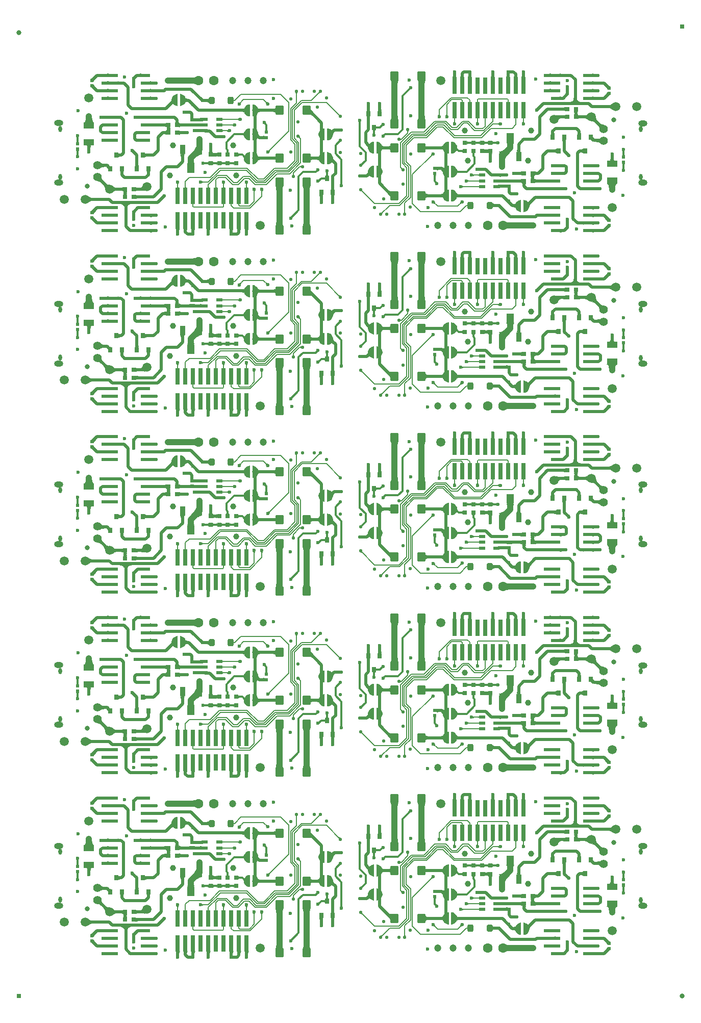
<source format=gtl>
G04*
G04 #@! TF.GenerationSoftware,Altium Limited,Altium Designer,21.6.4 (81)*
G04*
G04 Layer_Physical_Order=1*
G04 Layer_Color=255*
%FSLAX43Y43*%
%MOMM*%
G71*
G04*
G04 #@! TF.SameCoordinates,07C235E3-D0D3-4C9F-B76D-DFC27EE1DA73*
G04*
G04*
G04 #@! TF.FilePolarity,Positive*
G04*
G01*
G75*
%ADD10C,0.800*%
%ADD11R,0.800X0.800*%
%ADD12C,1.000*%
G04:AMPARAMS|DCode=13|XSize=1mm|YSize=1.2mm|CornerRadius=0mm|HoleSize=0mm|Usage=FLASHONLY|Rotation=0.000|XOffset=0mm|YOffset=0mm|HoleType=Round|Shape=Octagon|*
%AMOCTAGOND13*
4,1,8,-0.250,0.600,0.250,0.600,0.500,0.350,0.500,-0.350,0.250,-0.600,-0.250,-0.600,-0.500,-0.350,-0.500,0.350,-0.250,0.600,0.0*
%
%ADD13OCTAGOND13*%

G04:AMPARAMS|DCode=14|XSize=1mm|YSize=1.2mm|CornerRadius=0.25mm|HoleSize=0mm|Usage=FLASHONLY|Rotation=0.000|XOffset=0mm|YOffset=0mm|HoleType=Round|Shape=RoundedRectangle|*
%AMROUNDEDRECTD14*
21,1,1.000,0.700,0,0,0.0*
21,1,0.500,1.200,0,0,0.0*
1,1,0.500,0.250,-0.350*
1,1,0.500,-0.250,-0.350*
1,1,0.500,-0.250,0.350*
1,1,0.500,0.250,0.350*
%
%ADD14ROUNDEDRECTD14*%
G04:AMPARAMS|DCode=15|XSize=0.55mm|YSize=1.1mm|CornerRadius=0.055mm|HoleSize=0mm|Usage=FLASHONLY|Rotation=270.000|XOffset=0mm|YOffset=0mm|HoleType=Round|Shape=RoundedRectangle|*
%AMROUNDEDRECTD15*
21,1,0.550,0.990,0,0,270.0*
21,1,0.440,1.100,0,0,270.0*
1,1,0.110,-0.495,-0.220*
1,1,0.110,-0.495,0.220*
1,1,0.110,0.495,0.220*
1,1,0.110,0.495,-0.220*
%
%ADD15ROUNDEDRECTD15*%
G04:AMPARAMS|DCode=16|XSize=0.74mm|YSize=2.79mm|CornerRadius=0.111mm|HoleSize=0mm|Usage=FLASHONLY|Rotation=180.000|XOffset=0mm|YOffset=0mm|HoleType=Round|Shape=RoundedRectangle|*
%AMROUNDEDRECTD16*
21,1,0.740,2.568,0,0,180.0*
21,1,0.518,2.790,0,0,180.0*
1,1,0.222,-0.259,1.284*
1,1,0.222,0.259,1.284*
1,1,0.222,0.259,-1.284*
1,1,0.222,-0.259,-1.284*
%
%ADD16ROUNDEDRECTD16*%
%ADD17R,0.800X0.750*%
G04:AMPARAMS|DCode=18|XSize=0.75mm|YSize=0.75mm|CornerRadius=0.075mm|HoleSize=0mm|Usage=FLASHONLY|Rotation=270.000|XOffset=0mm|YOffset=0mm|HoleType=Round|Shape=RoundedRectangle|*
%AMROUNDEDRECTD18*
21,1,0.750,0.600,0,0,270.0*
21,1,0.600,0.750,0,0,270.0*
1,1,0.150,-0.300,-0.300*
1,1,0.150,-0.300,0.300*
1,1,0.150,0.300,0.300*
1,1,0.150,0.300,-0.300*
%
%ADD18ROUNDEDRECTD18*%
%ADD19R,0.550X0.550*%
G04:AMPARAMS|DCode=20|XSize=1.55mm|YSize=1.3mm|CornerRadius=0.13mm|HoleSize=0mm|Usage=FLASHONLY|Rotation=270.000|XOffset=0mm|YOffset=0mm|HoleType=Round|Shape=RoundedRectangle|*
%AMROUNDEDRECTD20*
21,1,1.550,1.040,0,0,270.0*
21,1,1.290,1.300,0,0,270.0*
1,1,0.260,-0.520,-0.645*
1,1,0.260,-0.520,0.645*
1,1,0.260,0.520,0.645*
1,1,0.260,0.520,-0.645*
%
%ADD20ROUNDEDRECTD20*%
%ADD21R,0.900X1.600*%
%ADD22R,1.300X1.600*%
G04:AMPARAMS|DCode=23|XSize=0.55mm|YSize=0.55mm|CornerRadius=0.055mm|HoleSize=0mm|Usage=FLASHONLY|Rotation=90.000|XOffset=0mm|YOffset=0mm|HoleType=Round|Shape=RoundedRectangle|*
%AMROUNDEDRECTD23*
21,1,0.550,0.440,0,0,90.0*
21,1,0.440,0.550,0,0,90.0*
1,1,0.110,0.220,0.220*
1,1,0.110,0.220,-0.220*
1,1,0.110,-0.220,-0.220*
1,1,0.110,-0.220,0.220*
%
%ADD23ROUNDEDRECTD23*%
%ADD24R,0.750X0.800*%
G04:AMPARAMS|DCode=25|XSize=0.6mm|YSize=0.9mm|CornerRadius=0.06mm|HoleSize=0mm|Usage=FLASHONLY|Rotation=180.000|XOffset=0mm|YOffset=0mm|HoleType=Round|Shape=RoundedRectangle|*
%AMROUNDEDRECTD25*
21,1,0.600,0.780,0,0,180.0*
21,1,0.480,0.900,0,0,180.0*
1,1,0.120,-0.240,0.390*
1,1,0.120,0.240,0.390*
1,1,0.120,0.240,-0.390*
1,1,0.120,-0.240,-0.390*
%
%ADD25ROUNDEDRECTD25*%
G04:AMPARAMS|DCode=26|XSize=0.75mm|YSize=0.75mm|CornerRadius=0.075mm|HoleSize=0mm|Usage=FLASHONLY|Rotation=180.000|XOffset=0mm|YOffset=0mm|HoleType=Round|Shape=RoundedRectangle|*
%AMROUNDEDRECTD26*
21,1,0.750,0.600,0,0,180.0*
21,1,0.600,0.750,0,0,180.0*
1,1,0.150,-0.300,0.300*
1,1,0.150,0.300,0.300*
1,1,0.150,0.300,-0.300*
1,1,0.150,-0.300,-0.300*
%
%ADD26ROUNDEDRECTD26*%
G04:AMPARAMS|DCode=27|XSize=0.55mm|YSize=1.6mm|CornerRadius=0.083mm|HoleSize=0mm|Usage=FLASHONLY|Rotation=270.000|XOffset=0mm|YOffset=0mm|HoleType=Round|Shape=RoundedRectangle|*
%AMROUNDEDRECTD27*
21,1,0.550,1.435,0,0,270.0*
21,1,0.385,1.600,0,0,270.0*
1,1,0.165,-0.718,-0.193*
1,1,0.165,-0.718,0.193*
1,1,0.165,0.718,0.193*
1,1,0.165,0.718,-0.193*
%
%ADD27ROUNDEDRECTD27*%
%ADD28R,1.800X1.000*%
%ADD29C,0.500*%
%ADD30C,0.300*%
%ADD31C,0.150*%
%ADD32C,1.000*%
%ADD33C,0.127*%
%ADD34C,1.500*%
%ADD35O,1.500X1.000*%
%ADD36O,0.600X1.000*%
%ADD37C,1.600*%
%ADD38C,1.400*%
%ADD39C,1.200*%
%ADD40C,0.550*%
%ADD41C,0.600*%
G36*
X25251Y157638D02*
X25242Y157641D01*
X25222Y157644D01*
X25193Y157647D01*
X24983Y157654D01*
X24725Y157655D01*
Y158155D01*
X25251Y158172D01*
Y157638D01*
D02*
G37*
G36*
X19851D02*
X19842Y157641D01*
X19822Y157644D01*
X19793Y157647D01*
X19583Y157654D01*
X19325Y157655D01*
Y158155D01*
X19851Y158172D01*
Y157638D01*
D02*
G37*
G36*
X100158Y158169D02*
X100178Y158166D01*
X100207Y158163D01*
X100417Y158156D01*
X100675Y158155D01*
Y157655D01*
X100148Y157638D01*
Y158172D01*
X100158Y158169D01*
D02*
G37*
G36*
X94758D02*
X94778Y158166D01*
X94807Y158163D01*
X95017Y158156D01*
X95275Y158155D01*
Y157655D01*
X94748Y157638D01*
Y158172D01*
X94758Y158169D01*
D02*
G37*
G36*
X93252Y157638D02*
X93242Y157641D01*
X93222Y157644D01*
X93193Y157647D01*
X92983Y157654D01*
X92725Y157655D01*
Y158155D01*
X93252Y158172D01*
Y157638D01*
D02*
G37*
G36*
X88931Y158016D02*
X88948Y157810D01*
X88958Y157751D01*
X88970Y157697D01*
X88984Y157647D01*
X89001Y157602D01*
X89020Y157562D01*
X89041Y157526D01*
X88319D01*
X88340Y157562D01*
X88359Y157602D01*
X88376Y157647D01*
X88390Y157697D01*
X88402Y157751D01*
X88412Y157810D01*
X88426Y157943D01*
X88429Y158016D01*
X88430Y158094D01*
X88930D01*
X88931Y158016D01*
D02*
G37*
G36*
X87661Y158013D02*
X87678Y157809D01*
X87688Y157750D01*
X87700Y157696D01*
X87714Y157646D01*
X87731Y157602D01*
X87750Y157562D01*
X87771Y157526D01*
X87049D01*
X87070Y157562D01*
X87089Y157602D01*
X87106Y157646D01*
X87120Y157696D01*
X87132Y157750D01*
X87142Y157809D01*
X87156Y157940D01*
X87159Y158013D01*
X87160Y158090D01*
X87660D01*
X87661Y158013D01*
D02*
G37*
G36*
X86391Y158016D02*
X86408Y157810D01*
X86418Y157751D01*
X86430Y157697D01*
X86444Y157647D01*
X86461Y157602D01*
X86480Y157562D01*
X86501Y157526D01*
X85779D01*
X85800Y157562D01*
X85819Y157602D01*
X85836Y157647D01*
X85850Y157697D01*
X85862Y157751D01*
X85872Y157810D01*
X85886Y157943D01*
X85889Y158016D01*
X85890Y158094D01*
X86390D01*
X86391Y158016D01*
D02*
G37*
G36*
X83851D02*
X83868Y157810D01*
X83878Y157751D01*
X83890Y157697D01*
X83904Y157647D01*
X83921Y157602D01*
X83940Y157562D01*
X83961Y157526D01*
X83239D01*
X83260Y157562D01*
X83279Y157602D01*
X83296Y157647D01*
X83310Y157697D01*
X83322Y157751D01*
X83332Y157810D01*
X83346Y157943D01*
X83349Y158016D01*
X83350Y158094D01*
X83850D01*
X83851Y158016D01*
D02*
G37*
G36*
X80041D02*
X80058Y157810D01*
X80068Y157751D01*
X80080Y157697D01*
X80094Y157647D01*
X80111Y157602D01*
X80130Y157562D01*
X80151Y157526D01*
X79429D01*
X79450Y157562D01*
X79469Y157602D01*
X79486Y157647D01*
X79500Y157697D01*
X79512Y157751D01*
X79522Y157810D01*
X79536Y157943D01*
X79539Y158016D01*
X79540Y158094D01*
X80040D01*
X80041Y158016D01*
D02*
G37*
G36*
X78771D02*
X78788Y157810D01*
X78798Y157751D01*
X78810Y157697D01*
X78824Y157647D01*
X78841Y157602D01*
X78860Y157562D01*
X78881Y157526D01*
X78159D01*
X78180Y157562D01*
X78199Y157602D01*
X78216Y157647D01*
X78230Y157697D01*
X78242Y157751D01*
X78252Y157810D01*
X78266Y157943D01*
X78269Y158016D01*
X78270Y158094D01*
X78770D01*
X78771Y158016D01*
D02*
G37*
G36*
X77501D02*
X77518Y157810D01*
X77528Y157751D01*
X77540Y157697D01*
X77554Y157647D01*
X77571Y157602D01*
X77590Y157562D01*
X77611Y157526D01*
X76889D01*
X76910Y157562D01*
X76929Y157602D01*
X76946Y157647D01*
X76960Y157697D01*
X76972Y157751D01*
X76982Y157810D01*
X76996Y157943D01*
X76999Y158016D01*
X77000Y158094D01*
X77500D01*
X77501Y158016D01*
D02*
G37*
G36*
X17730Y157336D02*
X17663Y157268D01*
X17504Y157087D01*
X17465Y157035D01*
X17433Y156988D01*
X17408Y156945D01*
X17390Y156906D01*
X17380Y156871D01*
X17376Y156840D01*
X16880Y157336D01*
X16911Y157340D01*
X16946Y157350D01*
X16985Y157368D01*
X17028Y157393D01*
X17075Y157425D01*
X17127Y157464D01*
X17243Y157563D01*
X17376Y157690D01*
X17730Y157336D01*
D02*
G37*
G36*
X34159Y156440D02*
X34143Y156451D01*
X34119Y156462D01*
X34086Y156471D01*
X34045Y156478D01*
X33996Y156485D01*
X33873Y156495D01*
X33625Y156500D01*
Y157500D01*
X33716Y157501D01*
X34045Y157522D01*
X34086Y157529D01*
X34119Y157538D01*
X34143Y157549D01*
X34159Y157560D01*
Y156440D01*
D02*
G37*
G36*
X26758Y156899D02*
X26778Y156896D01*
X26807Y156893D01*
X27017Y156886D01*
X27275Y156885D01*
Y156385D01*
X26749Y156368D01*
Y156902D01*
X26758Y156899D01*
D02*
G37*
G36*
X21358D02*
X21378Y156896D01*
X21407Y156893D01*
X21617Y156886D01*
X21875Y156885D01*
Y156385D01*
X21348Y156368D01*
Y156902D01*
X21358Y156899D01*
D02*
G37*
G36*
X19851Y156368D02*
X19842Y156371D01*
X19822Y156374D01*
X19793Y156377D01*
X19583Y156384D01*
X19325Y156385D01*
Y156885D01*
X19851Y156902D01*
Y156368D01*
D02*
G37*
G36*
X100158Y156899D02*
X100178Y156896D01*
X100207Y156893D01*
X100417Y156886D01*
X100675Y156885D01*
Y156385D01*
X100148Y156368D01*
Y156902D01*
X100158Y156899D01*
D02*
G37*
G36*
X93252Y156368D02*
X93242Y156371D01*
X93222Y156374D01*
X93193Y156377D01*
X92983Y156384D01*
X92725Y156385D01*
Y156885D01*
X93252Y156902D01*
Y156368D01*
D02*
G37*
G36*
X72413Y157032D02*
X72389Y156970D01*
X72368Y156896D01*
X72350Y156807D01*
X72335Y156706D01*
X72313Y156464D01*
X72301Y156168D01*
X72300Y156001D01*
X71300D01*
X71299Y156168D01*
X71265Y156706D01*
X71250Y156807D01*
X71232Y156896D01*
X71211Y156970D01*
X71187Y157032D01*
X71160Y157080D01*
X72440D01*
X72413Y157032D01*
D02*
G37*
G36*
X67913D02*
X67889Y156970D01*
X67868Y156896D01*
X67850Y156807D01*
X67835Y156706D01*
X67813Y156464D01*
X67801Y156168D01*
X67800Y156001D01*
X66800D01*
X66799Y156168D01*
X66765Y156706D01*
X66750Y156807D01*
X66732Y156896D01*
X66711Y156970D01*
X66687Y157032D01*
X66660Y157080D01*
X67940D01*
X67913Y157032D01*
D02*
G37*
G36*
X17380Y156399D02*
X17390Y156365D01*
X17408Y156325D01*
X17433Y156282D01*
X17465Y156235D01*
X17504Y156183D01*
X17603Y156067D01*
X17730Y155934D01*
X17376Y155580D01*
X17308Y155647D01*
X17127Y155807D01*
X17075Y155845D01*
X17028Y155877D01*
X16985Y155902D01*
X16946Y155920D01*
X16911Y155930D01*
X16880Y155934D01*
X17376Y156430D01*
X17380Y156399D01*
D02*
G37*
G36*
X102692Y156353D02*
X102873Y156193D01*
X102925Y156155D01*
X102972Y156123D01*
X103015Y156098D01*
X103054Y156080D01*
X103089Y156070D01*
X103120Y156066D01*
X102624Y155570D01*
X102620Y155601D01*
X102610Y155635D01*
X102592Y155675D01*
X102567Y155718D01*
X102535Y155765D01*
X102496Y155817D01*
X102397Y155933D01*
X102270Y156066D01*
X102624Y156420D01*
X102692Y156353D01*
D02*
G37*
G36*
X69947Y155500D02*
X69930Y155499D01*
X69912Y155496D01*
X69894Y155490D01*
X69874Y155482D01*
X69855Y155471D01*
X69834Y155458D01*
X69813Y155443D01*
X69791Y155425D01*
X69745Y155383D01*
X69533Y155595D01*
X69555Y155618D01*
X69593Y155663D01*
X69608Y155684D01*
X69621Y155704D01*
X69632Y155724D01*
X69640Y155744D01*
X69646Y155762D01*
X69649Y155780D01*
X69650Y155797D01*
X69947Y155500D01*
D02*
G37*
G36*
X26758Y155629D02*
X26778Y155626D01*
X26807Y155623D01*
X27017Y155616D01*
X27275Y155615D01*
Y155115D01*
X26749Y155098D01*
Y155632D01*
X26758Y155629D01*
D02*
G37*
G36*
X19851Y155098D02*
X19842Y155101D01*
X19822Y155104D01*
X19793Y155107D01*
X19583Y155114D01*
X19325Y155115D01*
Y155615D01*
X19851Y155632D01*
Y155098D01*
D02*
G37*
G36*
X100158Y155629D02*
X100178Y155626D01*
X100207Y155623D01*
X100417Y155616D01*
X100675Y155615D01*
Y155115D01*
X100148Y155098D01*
Y155632D01*
X100158Y155629D01*
D02*
G37*
G36*
X93252Y155098D02*
X93242Y155101D01*
X93222Y155104D01*
X93193Y155107D01*
X92983Y155114D01*
X92725Y155115D01*
Y155615D01*
X93252Y155632D01*
Y155098D01*
D02*
G37*
G36*
X54997Y154925D02*
X54965Y154924D01*
X54935Y154922D01*
X54906Y154918D01*
X54879Y154913D01*
X54853Y154905D01*
X54829Y154896D01*
X54807Y154886D01*
X54786Y154873D01*
X54767Y154859D01*
X54749Y154843D01*
X54643Y154949D01*
X54659Y154967D01*
X54673Y154986D01*
X54686Y155007D01*
X54696Y155029D01*
X54705Y155053D01*
X54713Y155079D01*
X54718Y155106D01*
X54722Y155135D01*
X54724Y155165D01*
X54725Y155197D01*
X54997Y154925D01*
D02*
G37*
G36*
X51170Y154981D02*
X51150Y154957D01*
X51133Y154934D01*
X51117Y154911D01*
X51104Y154888D01*
X51094Y154864D01*
X51086Y154841D01*
X51080Y154818D01*
X51076Y154794D01*
X51075Y154770D01*
X50925D01*
X50924Y154794D01*
X50920Y154818D01*
X50914Y154841D01*
X50906Y154864D01*
X50896Y154888D01*
X50883Y154911D01*
X50867Y154934D01*
X50850Y154957D01*
X50830Y154981D01*
X50807Y155004D01*
X51193D01*
X51170Y154981D01*
D02*
G37*
G36*
X103120Y154664D02*
X103089Y154660D01*
X103054Y154650D01*
X103015Y154632D01*
X102972Y154607D01*
X102925Y154575D01*
X102873Y154536D01*
X102757Y154437D01*
X102624Y154310D01*
X102270Y154664D01*
X102337Y154732D01*
X102496Y154913D01*
X102535Y154965D01*
X102567Y155012D01*
X102592Y155055D01*
X102610Y155094D01*
X102620Y155129D01*
X102624Y155160D01*
X103120Y154664D01*
D02*
G37*
G36*
X26758Y154359D02*
X26778Y154356D01*
X26807Y154353D01*
X27017Y154346D01*
X27275Y154345D01*
Y153845D01*
X26749Y153828D01*
Y154362D01*
X26758Y154359D01*
D02*
G37*
G36*
X19851Y153828D02*
X19842Y153831D01*
X19822Y153834D01*
X19793Y153837D01*
X19583Y153844D01*
X19325Y153845D01*
Y154345D01*
X19851Y154362D01*
Y153828D01*
D02*
G37*
G36*
X100158Y154359D02*
X100178Y154356D01*
X100207Y154353D01*
X100417Y154346D01*
X100675Y154345D01*
Y153845D01*
X100148Y153828D01*
Y154362D01*
X100158Y154359D01*
D02*
G37*
G36*
X94758D02*
X94778Y154356D01*
X94807Y154353D01*
X95017Y154346D01*
X95275Y154345D01*
Y153845D01*
X94748Y153828D01*
Y154362D01*
X94758Y154359D01*
D02*
G37*
G36*
X40575Y153836D02*
X40580Y153823D01*
X40588Y153812D01*
X40598Y153802D01*
X40612Y153794D01*
X40629Y153787D01*
X40649Y153782D01*
X40672Y153778D01*
X40698Y153776D01*
X40727Y153775D01*
Y153625D01*
X40698Y153624D01*
X40672Y153622D01*
X40649Y153618D01*
X40629Y153613D01*
X40612Y153606D01*
X40598Y153598D01*
X40588Y153588D01*
X40580Y153577D01*
X40575Y153564D01*
X40574Y153550D01*
Y153850D01*
X40575Y153836D01*
D02*
G37*
G36*
X86216Y153645D02*
X86218Y153619D01*
X86222Y153596D01*
X86227Y153576D01*
X86234Y153559D01*
X86242Y153546D01*
X86252Y153535D01*
X86263Y153527D01*
X86276Y153523D01*
X86290Y153521D01*
X85990D01*
X86004Y153523D01*
X86017Y153527D01*
X86028Y153535D01*
X86038Y153546D01*
X86046Y153559D01*
X86053Y153576D01*
X86058Y153596D01*
X86062Y153619D01*
X86064Y153645D01*
X86065Y153674D01*
X86215D01*
X86216Y153645D01*
D02*
G37*
G36*
X81136D02*
X81138Y153619D01*
X81142Y153596D01*
X81147Y153576D01*
X81154Y153559D01*
X81162Y153546D01*
X81172Y153535D01*
X81183Y153527D01*
X81196Y153523D01*
X81210Y153521D01*
X80910D01*
X80924Y153523D01*
X80937Y153527D01*
X80948Y153535D01*
X80958Y153546D01*
X80966Y153559D01*
X80973Y153576D01*
X80978Y153596D01*
X80982Y153619D01*
X80984Y153645D01*
X80985Y153674D01*
X81135D01*
X81136Y153645D01*
D02*
G37*
G36*
X79854Y153626D02*
X79856Y153604D01*
X79859Y153585D01*
X79864Y153568D01*
X79869Y153554D01*
X79876Y153542D01*
X79885Y153533D01*
X79894Y153526D01*
X79905Y153522D01*
X79917Y153521D01*
X79663D01*
X79675Y153522D01*
X79686Y153526D01*
X79695Y153533D01*
X79704Y153542D01*
X79711Y153554D01*
X79716Y153568D01*
X79721Y153585D01*
X79724Y153604D01*
X79726Y153626D01*
X79727Y153651D01*
X79854D01*
X79854Y153626D01*
D02*
G37*
G36*
X78584D02*
X78586Y153604D01*
X78589Y153585D01*
X78594Y153568D01*
X78599Y153554D01*
X78606Y153542D01*
X78615Y153533D01*
X78624Y153526D01*
X78635Y153522D01*
X78647Y153521D01*
X78393D01*
X78405Y153522D01*
X78416Y153526D01*
X78425Y153533D01*
X78434Y153542D01*
X78441Y153554D01*
X78446Y153568D01*
X78451Y153585D01*
X78454Y153604D01*
X78456Y153626D01*
X78456Y153651D01*
X78584D01*
X78584Y153626D01*
D02*
G37*
G36*
X36582Y153202D02*
X36575Y153249D01*
X36556Y153291D01*
X36523Y153329D01*
X36477Y153361D01*
X36418Y153388D01*
X36346Y153410D01*
X36261Y153428D01*
X36163Y153440D01*
X36052Y153448D01*
X35928Y153450D01*
Y153950D01*
X36052Y153952D01*
X36261Y153972D01*
X36346Y153990D01*
X36418Y154012D01*
X36477Y154039D01*
X36523Y154071D01*
X36556Y154109D01*
X36575Y154151D01*
X36582Y154198D01*
Y153202D01*
D02*
G37*
G36*
X46014Y153494D02*
X46034Y153479D01*
X46057Y153466D01*
X46082Y153455D01*
X46108Y153445D01*
X46137Y153438D01*
X46168Y153432D01*
X46200Y153428D01*
X46235Y153426D01*
X46272Y153425D01*
X45975Y153128D01*
X45974Y153165D01*
X45968Y153232D01*
X45962Y153263D01*
X45955Y153292D01*
X45945Y153318D01*
X45934Y153343D01*
X45921Y153366D01*
X45906Y153386D01*
X45889Y153405D01*
X45995Y153511D01*
X46014Y153494D01*
D02*
G37*
G36*
X41886Y153380D02*
X41869Y153361D01*
X41854Y153341D01*
X41841Y153318D01*
X41830Y153293D01*
X41820Y153267D01*
X41813Y153238D01*
X41807Y153207D01*
X41803Y153175D01*
X41801Y153140D01*
X41800Y153103D01*
X41503Y153400D01*
X41540Y153401D01*
X41607Y153407D01*
X41638Y153413D01*
X41667Y153420D01*
X41693Y153430D01*
X41718Y153441D01*
X41741Y153454D01*
X41761Y153469D01*
X41780Y153486D01*
X41886Y153380D01*
D02*
G37*
G36*
X97550Y153700D02*
X97553Y153652D01*
X97561Y153610D01*
X97574Y153572D01*
X97593Y153540D01*
X97617Y153512D01*
X97647Y153490D01*
X97682Y153472D01*
X97710Y153464D01*
X97569Y153803D01*
X97641Y153736D01*
X97716Y153676D01*
X97794Y153623D01*
X97875Y153577D01*
X97959Y153538D01*
X98046Y153507D01*
X98136Y153482D01*
X98228Y153464D01*
X98324Y153453D01*
X98423Y153450D01*
X97819Y152950D01*
X97819Y153200D01*
X97733Y153408D01*
X97300Y153200D01*
X96886Y153407D01*
X96800Y153200D01*
Y152950D01*
X96196Y153450D01*
X96295Y153454D01*
X96391Y153464D01*
X96483Y153482D01*
X96573Y153507D01*
X96660Y153538D01*
X96744Y153577D01*
X96825Y153623D01*
X96856Y153644D01*
X96877Y153675D01*
X96923Y153756D01*
X96962Y153840D01*
X96993Y153927D01*
X97018Y154017D01*
X97036Y154109D01*
X97046Y154205D01*
X97050Y154304D01*
X97550Y153700D01*
D02*
G37*
G36*
X31992Y154762D02*
X32174Y154686D01*
X32337Y154577D01*
X32477Y154437D01*
X32586Y154274D01*
X32661Y154094D01*
X32670Y154089D01*
X32726Y154065D01*
X32787Y154045D01*
X32852Y154029D01*
X32920Y154016D01*
X32993Y154007D01*
X33069Y154002D01*
X33150Y154000D01*
X33100Y153500D01*
X33012Y153499D01*
X32784Y153482D01*
X32719Y153472D01*
X32638Y153452D01*
X32586Y153326D01*
X32477Y153163D01*
X32337Y153023D01*
X32174Y152914D01*
X31992Y152838D01*
X31798Y152800D01*
X31700D01*
Y154800D01*
X31798D01*
X31992Y154762D01*
D02*
G37*
G36*
X31300Y152800D02*
X31202D01*
X31008Y152838D01*
X30826Y152914D01*
X30663Y153023D01*
X30534Y153152D01*
X30496Y153124D01*
X30378Y153023D01*
X30317Y152963D01*
X29963Y153317D01*
X30023Y153378D01*
X30124Y153496D01*
X30167Y153553D01*
X30204Y153609D01*
X30235Y153663D01*
X30261Y153715D01*
X30281Y153767D01*
X30295Y153816D01*
X30300Y153842D01*
Y153898D01*
X30338Y154092D01*
X30414Y154274D01*
X30523Y154437D01*
X30663Y154577D01*
X30826Y154686D01*
X31008Y154762D01*
X31202Y154800D01*
X31300D01*
Y152800D01*
D02*
G37*
G36*
X103464Y152175D02*
X103410Y152227D01*
X103353Y152274D01*
X103295Y152315D01*
X103236Y152351D01*
X103174Y152381D01*
X103111Y152406D01*
X103047Y152425D01*
X102980Y152439D01*
X102912Y152447D01*
X102843Y152450D01*
Y152950D01*
X102912Y152953D01*
X102980Y152961D01*
X103047Y152975D01*
X103111Y152994D01*
X103174Y153019D01*
X103236Y153049D01*
X103295Y153085D01*
X103353Y153126D01*
X103410Y153173D01*
X103464Y153225D01*
Y152175D01*
D02*
G37*
G36*
X65100Y152402D02*
X65127Y151991D01*
X65134Y151984D01*
X64566D01*
X64573Y151991D01*
X64578Y152009D01*
X64584Y152036D01*
X64588Y152072D01*
X64595Y152175D01*
X64600Y152497D01*
X65100D01*
X65100Y152402D01*
D02*
G37*
G36*
X63200D02*
X63227Y151991D01*
X63234Y151984D01*
X62666D01*
X62673Y151991D01*
X62679Y152009D01*
X62684Y152036D01*
X62688Y152072D01*
X62695Y152175D01*
X62700Y152497D01*
X63200D01*
X63200Y152402D01*
D02*
G37*
G36*
X95628Y151903D02*
X95623Y151931D01*
X95608Y151956D01*
X95583Y151978D01*
X95548Y151997D01*
X95503Y152013D01*
X95448Y152026D01*
X95383Y152037D01*
X95308Y152044D01*
X95128Y152050D01*
Y152550D01*
X95223Y152551D01*
X95383Y152563D01*
X95448Y152574D01*
X95503Y152587D01*
X95548Y152603D01*
X95583Y152622D01*
X95608Y152644D01*
X95623Y152669D01*
X95628Y152697D01*
Y151903D01*
D02*
G37*
G36*
X47554Y151575D02*
X47549Y151623D01*
X47533Y151665D01*
X47508Y151703D01*
X47473Y151735D01*
X47428Y151763D01*
X47373Y151785D01*
X47307Y151803D01*
X47232Y151815D01*
X47146Y151823D01*
X47051Y151825D01*
Y152325D01*
X47146Y152328D01*
X47232Y152335D01*
X47307Y152348D01*
X47373Y152365D01*
X47428Y152388D01*
X47473Y152415D01*
X47508Y152448D01*
X47533Y152485D01*
X47549Y152528D01*
X47554Y152575D01*
Y151575D01*
D02*
G37*
G36*
X76045Y151450D02*
X76049Y151426D01*
X76057Y151401D01*
X76067Y151376D01*
X76080Y151351D01*
X76096Y151325D01*
X76115Y151298D01*
X76137Y151271D01*
X76190Y151214D01*
X75770D01*
X75798Y151243D01*
X75845Y151298D01*
X75864Y151325D01*
X75880Y151351D01*
X75893Y151376D01*
X75903Y151401D01*
X75911Y151426D01*
X75915Y151450D01*
X75916Y151473D01*
X76044D01*
X76045Y151450D01*
D02*
G37*
G36*
X74775D02*
X74779Y151426D01*
X74787Y151401D01*
X74797Y151376D01*
X74810Y151351D01*
X74826Y151325D01*
X74845Y151298D01*
X74867Y151271D01*
X74920Y151214D01*
X74500D01*
X74528Y151243D01*
X74575Y151298D01*
X74594Y151325D01*
X74610Y151351D01*
X74623Y151376D01*
X74633Y151401D01*
X74641Y151426D01*
X74645Y151450D01*
X74646Y151473D01*
X74773D01*
X74775Y151450D01*
D02*
G37*
G36*
X53346Y152491D02*
X53354Y152424D01*
X53370Y152355D01*
X53394Y152286D01*
X53425Y152216D01*
X53465Y152145D01*
X53513Y152073D01*
X53568Y151999D01*
X53632Y151925D01*
X53703Y151851D01*
Y151143D01*
X53649Y151194D01*
X53598Y151238D01*
X53549Y151273D01*
X53502Y151302D01*
X53458Y151322D01*
X53416Y151335D01*
X53376Y151340D01*
X53338Y151338D01*
X53303Y151328D01*
X53270Y151310D01*
X53346Y152558D01*
X53346Y152491D01*
D02*
G37*
G36*
X58092Y151416D02*
X58111Y151402D01*
X58132Y151389D01*
X58154Y151379D01*
X58178Y151370D01*
X58204Y151362D01*
X58231Y151357D01*
X58260Y151353D01*
X58290Y151351D01*
X58322Y151350D01*
X58050Y151078D01*
X58049Y151110D01*
X58047Y151140D01*
X58043Y151169D01*
X58038Y151196D01*
X58030Y151222D01*
X58021Y151246D01*
X58011Y151268D01*
X57998Y151289D01*
X57984Y151308D01*
X57968Y151326D01*
X58074Y151432D01*
X58092Y151416D01*
D02*
G37*
G36*
X43992Y153037D02*
X44174Y152961D01*
X44337Y152852D01*
X44477Y152712D01*
X44586Y152549D01*
X44650Y152393D01*
X44697Y152378D01*
X44757Y152362D01*
X44822Y152348D01*
X44893Y152338D01*
X45048Y152326D01*
X45133Y152325D01*
Y151825D01*
X45048Y151824D01*
X44893Y151812D01*
X44822Y151802D01*
X44757Y151788D01*
X44697Y151772D01*
X44650Y151757D01*
X44586Y151601D01*
X44477Y151438D01*
X44470Y151431D01*
X44463Y151383D01*
X44451Y151227D01*
X44450Y151142D01*
X44061D01*
X43992Y151113D01*
X43798Y151075D01*
X43700D01*
Y153075D01*
X43798D01*
X43992Y153037D01*
D02*
G37*
G36*
X43300Y151075D02*
X43202D01*
X43008Y151113D01*
X42826Y151189D01*
X42663Y151298D01*
X42523Y151438D01*
X42414Y151601D01*
X42344Y151770D01*
X42344Y151770D01*
X42287Y151791D01*
X42226Y151809D01*
X42161Y151824D01*
X42091Y151835D01*
X42016Y151843D01*
X41853Y151850D01*
X41882Y152350D01*
X41969Y152351D01*
X42196Y152371D01*
X42261Y152382D01*
X42321Y152396D01*
X42355Y152407D01*
X42414Y152549D01*
X42523Y152712D01*
X42663Y152852D01*
X42826Y152961D01*
X43008Y153037D01*
X43202Y153075D01*
X43300D01*
Y151075D01*
D02*
G37*
G36*
X33960Y150785D02*
X33440D01*
X33442Y150791D01*
X33444Y150806D01*
X33446Y150867D01*
X33450Y151289D01*
X33950Y151289D01*
X33960Y150785D01*
D02*
G37*
G36*
X97749Y151898D02*
X97728Y151883D01*
X97710Y151858D01*
X97694Y151823D01*
X97680Y151778D01*
X97670Y151723D01*
X97661Y151658D01*
X97661Y151652D01*
X97666Y151572D01*
X97675Y151516D01*
X97687Y151468D01*
X97700Y151427D01*
X97715Y151395D01*
X97733Y151369D01*
X97752Y151352D01*
X97769Y151333D01*
X97795Y151315D01*
X97827Y151300D01*
X97868Y151287D01*
X97916Y151275D01*
X97972Y151266D01*
X98107Y151254D01*
X98273Y151250D01*
Y150750D01*
X98187Y150749D01*
X97972Y150734D01*
X97916Y150725D01*
X97868Y150713D01*
X97827Y150700D01*
X97795Y150685D01*
X97769Y150667D01*
X97752Y150648D01*
Y151352D01*
X97048D01*
X97067Y151369D01*
X97085Y151395D01*
X97100Y151427D01*
X97113Y151468D01*
X97125Y151516D01*
X97134Y151572D01*
X97138Y151625D01*
X97130Y151723D01*
X97120Y151778D01*
X97106Y151823D01*
X97090Y151858D01*
X97072Y151883D01*
X97051Y151898D01*
X97028Y151903D01*
X97772D01*
X97749Y151898D01*
D02*
G37*
G36*
X95648Y150648D02*
X95631Y150667D01*
X95605Y150685D01*
X95573Y150700D01*
X95532Y150713D01*
X95484Y150725D01*
X95428Y150734D01*
X95293Y150746D01*
X95127Y150750D01*
Y151250D01*
X95213Y151251D01*
X95428Y151266D01*
X95484Y151275D01*
X95532Y151287D01*
X95573Y151300D01*
X95605Y151315D01*
X95631Y151333D01*
X95648Y151352D01*
Y150648D01*
D02*
G37*
G36*
X26758Y151169D02*
X26778Y151166D01*
X26807Y151163D01*
X27017Y151156D01*
X27275Y151155D01*
Y150655D01*
X26749Y150638D01*
Y151172D01*
X26758Y151169D01*
D02*
G37*
G36*
X25251Y150638D02*
X25242Y150641D01*
X25222Y150644D01*
X25193Y150647D01*
X24983Y150654D01*
X24725Y150655D01*
Y151155D01*
X25251Y151172D01*
Y150638D01*
D02*
G37*
G36*
X21358Y151169D02*
X21378Y151166D01*
X21407Y151163D01*
X21617Y151156D01*
X21875Y151155D01*
Y150655D01*
X21348Y150638D01*
Y151172D01*
X21358Y151169D01*
D02*
G37*
G36*
X19851Y150638D02*
X19842Y150641D01*
X19822Y150644D01*
X19793Y150647D01*
X19583Y150654D01*
X19325Y150655D01*
Y151155D01*
X19851Y151172D01*
Y150638D01*
D02*
G37*
G36*
X63227Y151109D02*
X63222Y151091D01*
X63216Y151064D01*
X63212Y151027D01*
X63205Y150925D01*
X63200Y150602D01*
X62700D01*
X62700Y150698D01*
X62673Y151109D01*
X62666Y151116D01*
X63234D01*
X63227Y151109D01*
D02*
G37*
G36*
X88816Y150737D02*
X88803Y150733D01*
X88792Y150725D01*
X88782Y150714D01*
X88774Y150701D01*
X88767Y150684D01*
X88762Y150664D01*
X88758Y150641D01*
X88756Y150615D01*
X88755Y150586D01*
X88605D01*
X88604Y150615D01*
X88602Y150641D01*
X88598Y150664D01*
X88593Y150684D01*
X88586Y150701D01*
X88578Y150714D01*
X88568Y150725D01*
X88557Y150733D01*
X88544Y150737D01*
X88530Y150739D01*
X88830D01*
X88816Y150737D01*
D02*
G37*
G36*
X87546D02*
X87533Y150733D01*
X87522Y150725D01*
X87512Y150714D01*
X87504Y150701D01*
X87497Y150684D01*
X87492Y150664D01*
X87488Y150641D01*
X87486Y150615D01*
X87485Y150586D01*
X87335D01*
X87334Y150615D01*
X87332Y150641D01*
X87328Y150664D01*
X87323Y150684D01*
X87316Y150701D01*
X87308Y150714D01*
X87298Y150725D01*
X87287Y150733D01*
X87274Y150737D01*
X87260Y150739D01*
X87560D01*
X87546Y150737D01*
D02*
G37*
G36*
X83736D02*
X83723Y150733D01*
X83712Y150725D01*
X83702Y150714D01*
X83694Y150701D01*
X83687Y150684D01*
X83682Y150664D01*
X83678Y150641D01*
X83676Y150615D01*
X83675Y150586D01*
X83525D01*
X83524Y150615D01*
X83522Y150641D01*
X83518Y150664D01*
X83513Y150684D01*
X83506Y150701D01*
X83498Y150714D01*
X83488Y150725D01*
X83477Y150733D01*
X83464Y150737D01*
X83450Y150739D01*
X83750D01*
X83736Y150737D01*
D02*
G37*
G36*
X82466D02*
X82453Y150733D01*
X82442Y150725D01*
X82432Y150714D01*
X82424Y150701D01*
X82417Y150684D01*
X82412Y150664D01*
X82408Y150641D01*
X82406Y150615D01*
X82405Y150586D01*
X82255D01*
X82254Y150615D01*
X82252Y150641D01*
X82248Y150664D01*
X82243Y150684D01*
X82236Y150701D01*
X82228Y150714D01*
X82218Y150725D01*
X82207Y150733D01*
X82194Y150737D01*
X82180Y150739D01*
X82480D01*
X82466Y150737D01*
D02*
G37*
G36*
X81196D02*
X81183Y150733D01*
X81172Y150725D01*
X81162Y150714D01*
X81154Y150701D01*
X81147Y150684D01*
X81142Y150664D01*
X81138Y150641D01*
X81136Y150615D01*
X81135Y150586D01*
X80985D01*
X80984Y150615D01*
X80982Y150641D01*
X80978Y150664D01*
X80973Y150684D01*
X80966Y150701D01*
X80958Y150714D01*
X80948Y150725D01*
X80937Y150733D01*
X80924Y150737D01*
X80910Y150739D01*
X81210D01*
X81196Y150737D01*
D02*
G37*
G36*
X77386D02*
X77373Y150733D01*
X77362Y150725D01*
X77352Y150714D01*
X77344Y150701D01*
X77337Y150684D01*
X77332Y150664D01*
X77328Y150641D01*
X77326Y150615D01*
X77325Y150586D01*
X77175D01*
X77174Y150615D01*
X77172Y150641D01*
X77168Y150664D01*
X77163Y150684D01*
X77156Y150701D01*
X77148Y150714D01*
X77138Y150725D01*
X77127Y150733D01*
X77114Y150737D01*
X77100Y150739D01*
X77400D01*
X77386Y150737D01*
D02*
G37*
G36*
X72301Y151432D02*
X72335Y150894D01*
X72350Y150793D01*
X72368Y150704D01*
X72389Y150630D01*
X72413Y150568D01*
X72440Y150520D01*
X71160D01*
X71187Y150568D01*
X71211Y150630D01*
X71232Y150704D01*
X71250Y150793D01*
X71265Y150894D01*
X71287Y151136D01*
X71299Y151432D01*
X71300Y151599D01*
X72300D01*
X72301Y151432D01*
D02*
G37*
G36*
X67801D02*
X67835Y150894D01*
X67850Y150793D01*
X67868Y150704D01*
X67889Y150630D01*
X67913Y150568D01*
X67940Y150520D01*
X66660D01*
X66687Y150568D01*
X66711Y150630D01*
X66732Y150704D01*
X66750Y150793D01*
X66765Y150894D01*
X66787Y151136D01*
X66799Y151432D01*
X66800Y151599D01*
X67800D01*
X67801Y151432D01*
D02*
G37*
G36*
X99464Y150475D02*
X99410Y150527D01*
X99353Y150574D01*
X99295Y150615D01*
X99236Y150651D01*
X99174Y150681D01*
X99111Y150706D01*
X99047Y150725D01*
X98980Y150739D01*
X98912Y150747D01*
X98843Y150750D01*
Y151250D01*
X98912Y151253D01*
X98980Y151261D01*
X99047Y151275D01*
X99111Y151294D01*
X99174Y151319D01*
X99236Y151349D01*
X99295Y151385D01*
X99353Y151426D01*
X99410Y151473D01*
X99464Y151525D01*
Y150475D01*
D02*
G37*
G36*
X94066Y151305D02*
X94123Y151294D01*
X94264Y151275D01*
X94437Y151261D01*
X94884Y151250D01*
X94985Y150750D01*
X94911Y150747D01*
X94844Y150738D01*
X94782Y150722D01*
X94728Y150701D01*
X94679Y150673D01*
X94637Y150639D01*
X94602Y150599D01*
X94572Y150553D01*
X94550Y150500D01*
X94533Y150442D01*
X94016Y151318D01*
X94066Y151305D01*
D02*
G37*
G36*
X38750Y150721D02*
X38754Y150708D01*
X38762Y150697D01*
X38773Y150687D01*
X38786Y150679D01*
X38803Y150672D01*
X38823Y150667D01*
X38846Y150663D01*
X38872Y150661D01*
X38901Y150660D01*
Y150510D01*
X38872Y150509D01*
X38846Y150507D01*
X38823Y150503D01*
X38803Y150498D01*
X38786Y150491D01*
X38773Y150483D01*
X38762Y150473D01*
X38754Y150462D01*
X38750Y150449D01*
X38748Y150435D01*
Y150735D01*
X38750Y150721D01*
D02*
G37*
G36*
X41486Y150375D02*
X41459Y150401D01*
X41407Y150444D01*
X41381Y150461D01*
X41356Y150476D01*
X41330Y150488D01*
X41305Y150498D01*
X41279Y150505D01*
X41254Y150509D01*
X41230Y150510D01*
Y150660D01*
X41254Y150661D01*
X41279Y150665D01*
X41305Y150672D01*
X41330Y150682D01*
X41356Y150694D01*
X41381Y150709D01*
X41407Y150726D01*
X41433Y150746D01*
X41459Y150769D01*
X41486Y150795D01*
Y150375D01*
D02*
G37*
G36*
X35305Y150309D02*
X35314Y150302D01*
X35309Y150297D01*
X35289Y150292D01*
X35255Y150287D01*
X35144Y150280D01*
X34749Y150275D01*
Y150775D01*
X34842Y150776D01*
X35169Y150800D01*
X35207Y150809D01*
X35235Y150820D01*
X35255Y150832D01*
X35265Y150845D01*
X35305Y150309D01*
D02*
G37*
G36*
X33966Y150783D02*
X33981Y150781D01*
X34042Y150779D01*
X34464Y150775D01*
Y150275D01*
X33960Y150265D01*
Y150785D01*
X33966Y150783D01*
D02*
G37*
G36*
X17104Y150907D02*
X17136Y150587D01*
X17164Y150457D01*
X17199Y150347D01*
X17243Y150257D01*
X17295Y150187D01*
X17354Y150137D01*
X17422Y150107D01*
X17497Y150097D01*
X15703D01*
X15778Y150107D01*
X15846Y150137D01*
X15906Y150187D01*
X15957Y150257D01*
X16001Y150347D01*
X16036Y150457D01*
X16064Y150587D01*
X16084Y150737D01*
X16096Y150907D01*
X16100Y151097D01*
X17100D01*
X17104Y150907D01*
D02*
G37*
G36*
X88756Y150276D02*
X88760Y150251D01*
X88767Y150225D01*
X88777Y150200D01*
X88789Y150174D01*
X88804Y150149D01*
X88821Y150123D01*
X88841Y150097D01*
X88864Y150071D01*
X88890Y150044D01*
X88470D01*
X88496Y150071D01*
X88539Y150123D01*
X88556Y150149D01*
X88571Y150174D01*
X88583Y150200D01*
X88593Y150225D01*
X88600Y150251D01*
X88604Y150276D01*
X88605Y150300D01*
X88755D01*
X88756Y150276D01*
D02*
G37*
G36*
X81136D02*
X81140Y150251D01*
X81147Y150225D01*
X81157Y150200D01*
X81169Y150174D01*
X81184Y150149D01*
X81201Y150123D01*
X81221Y150097D01*
X81244Y150071D01*
X81270Y150044D01*
X80850D01*
X80876Y150071D01*
X80919Y150123D01*
X80936Y150149D01*
X80951Y150174D01*
X80963Y150200D01*
X80973Y150225D01*
X80980Y150251D01*
X80984Y150276D01*
X80985Y150300D01*
X81135D01*
X81136Y150276D01*
D02*
G37*
G36*
X77326D02*
X77330Y150251D01*
X77337Y150225D01*
X77347Y150200D01*
X77359Y150174D01*
X77374Y150149D01*
X77391Y150123D01*
X77411Y150097D01*
X77434Y150071D01*
X77460Y150044D01*
X77040D01*
X77066Y150071D01*
X77109Y150123D01*
X77126Y150149D01*
X77141Y150174D01*
X77153Y150200D01*
X77163Y150225D01*
X77170Y150251D01*
X77174Y150276D01*
X77175Y150300D01*
X77325D01*
X77326Y150276D01*
D02*
G37*
G36*
X31451Y150411D02*
X31470Y150200D01*
X31480Y150149D01*
X31494Y150107D01*
X31510Y150074D01*
X31528Y150051D01*
X31549Y150037D01*
X31572Y150032D01*
X30828D01*
X30851Y150037D01*
X30872Y150051D01*
X30890Y150074D01*
X30906Y150107D01*
X30920Y150149D01*
X30930Y150200D01*
X30939Y150261D01*
X30945Y150332D01*
X30950Y150500D01*
X31450D01*
X31451Y150411D01*
D02*
G37*
G36*
X100752Y150917D02*
X100759Y150844D01*
X100770Y150774D01*
X100787Y150706D01*
X100809Y150641D01*
X100836Y150579D01*
X100868Y150520D01*
X100906Y150464D01*
X100948Y150410D01*
X100995Y150359D01*
X100641Y150005D01*
X100590Y150052D01*
X100536Y150094D01*
X100480Y150132D01*
X100421Y150164D01*
X100359Y150191D01*
X100294Y150213D01*
X100226Y150230D01*
X100156Y150241D01*
X100083Y150248D01*
X100007Y150250D01*
X100750Y150992D01*
X100752Y150917D01*
D02*
G37*
G36*
X61699Y150173D02*
X61688Y150158D01*
X61679Y150141D01*
X61672Y150121D01*
X61665Y150100D01*
X61660Y150076D01*
X61655Y150051D01*
X61652Y150023D01*
X61650Y149960D01*
X61350D01*
X61349Y149992D01*
X61345Y150051D01*
X61340Y150076D01*
X61335Y150100D01*
X61328Y150121D01*
X61321Y150141D01*
X61312Y150158D01*
X61301Y150173D01*
X61290Y150186D01*
X61710D01*
X61699Y150173D01*
D02*
G37*
G36*
X45992Y149997D02*
X45992Y149979D01*
X45996Y149961D01*
X46002Y149941D01*
X46010Y149921D01*
X46022Y149901D01*
X46036Y149879D01*
X46053Y149857D01*
X46072Y149835D01*
X46095Y149811D01*
X45834Y149648D01*
X45811Y149671D01*
X45746Y149726D01*
X45727Y149741D01*
X45691Y149763D01*
X45675Y149771D01*
X45660Y149776D01*
X45646Y149780D01*
X45994Y150015D01*
X45992Y149997D01*
D02*
G37*
G36*
X84656Y149620D02*
X84629Y149646D01*
X84577Y149689D01*
X84551Y149706D01*
X84526Y149721D01*
X84500Y149733D01*
X84475Y149743D01*
X84449Y149750D01*
X84424Y149754D01*
X84400Y149755D01*
Y149905D01*
X84424Y149906D01*
X84449Y149910D01*
X84475Y149917D01*
X84500Y149927D01*
X84526Y149939D01*
X84551Y149954D01*
X84577Y149971D01*
X84603Y149991D01*
X84629Y150014D01*
X84656Y150040D01*
Y149620D01*
D02*
G37*
G36*
X38750Y149771D02*
X38754Y149758D01*
X38762Y149747D01*
X38773Y149737D01*
X38786Y149729D01*
X38803Y149722D01*
X38823Y149717D01*
X38846Y149713D01*
X38872Y149711D01*
X38901Y149710D01*
Y149560D01*
X38872Y149559D01*
X38846Y149557D01*
X38823Y149553D01*
X38803Y149548D01*
X38786Y149541D01*
X38773Y149533D01*
X38762Y149523D01*
X38754Y149512D01*
X38750Y149499D01*
X38748Y149485D01*
Y149785D01*
X38750Y149771D01*
D02*
G37*
G36*
X40586Y149425D02*
X40559Y149451D01*
X40507Y149494D01*
X40481Y149511D01*
X40456Y149526D01*
X40430Y149538D01*
X40405Y149548D01*
X40379Y149555D01*
X40354Y149559D01*
X40330Y149560D01*
Y149710D01*
X40354Y149711D01*
X40379Y149715D01*
X40405Y149722D01*
X40430Y149732D01*
X40456Y149744D01*
X40481Y149759D01*
X40507Y149776D01*
X40533Y149796D01*
X40559Y149819D01*
X40586Y149845D01*
Y149425D01*
D02*
G37*
G36*
X65340Y149406D02*
X65322Y149408D01*
X65304Y149408D01*
X65286Y149404D01*
X65266Y149398D01*
X65246Y149390D01*
X65226Y149378D01*
X65204Y149364D01*
X65182Y149347D01*
X65160Y149328D01*
X65136Y149305D01*
X64973Y149566D01*
X64996Y149589D01*
X65051Y149654D01*
X65066Y149673D01*
X65088Y149709D01*
X65096Y149725D01*
X65101Y149740D01*
X65105Y149754D01*
X65340Y149406D01*
D02*
G37*
G36*
X33969Y149925D02*
X33987Y149917D01*
X34015Y149909D01*
X34052Y149903D01*
X34099Y149897D01*
X34297Y149887D01*
X34476Y149885D01*
Y149385D01*
X34376Y149385D01*
X33963Y149410D01*
X33960Y149415D01*
Y149935D01*
X33969Y149925D01*
D02*
G37*
G36*
X33440Y149415D02*
X33437Y149410D01*
X33424Y149404D01*
X33399Y149400D01*
X33364Y149396D01*
X33192Y149388D01*
X32924Y149385D01*
Y149885D01*
X33018Y149885D01*
X33385Y149909D01*
X33413Y149917D01*
X33431Y149925D01*
X33440Y149935D01*
Y149415D01*
D02*
G37*
G36*
X35265Y149375D02*
X35259Y149377D01*
X35244Y149379D01*
X35183Y149381D01*
X34761Y149385D01*
X34761Y149885D01*
X35265Y149895D01*
Y149375D01*
D02*
G37*
G36*
X26758Y149899D02*
X26778Y149896D01*
X26807Y149893D01*
X27017Y149886D01*
X27275Y149885D01*
Y149385D01*
X26749Y149368D01*
Y149902D01*
X26758Y149899D01*
D02*
G37*
G36*
X19851Y149368D02*
X19842Y149371D01*
X19822Y149374D01*
X19793Y149377D01*
X19583Y149384D01*
X19325Y149385D01*
Y149885D01*
X19851Y149902D01*
Y149368D01*
D02*
G37*
G36*
X31577Y150004D02*
X31592Y149979D01*
X31617Y149957D01*
X31652Y149938D01*
X31697Y149922D01*
X31752Y149909D01*
X31817Y149898D01*
X31892Y149891D01*
X32072Y149885D01*
Y149385D01*
X31977Y149384D01*
X31817Y149372D01*
X31752Y149361D01*
X31697Y149348D01*
X31652Y149332D01*
X31617Y149313D01*
X31592Y149291D01*
X31577Y149266D01*
X31572Y149238D01*
Y150032D01*
X31577Y150004D01*
D02*
G37*
G36*
X101466Y149891D02*
X101517Y149850D01*
X101570Y149814D01*
X101624Y149783D01*
X101681Y149757D01*
X101740Y149736D01*
X101800Y149720D01*
X101862Y149708D01*
X101927Y149702D01*
X101993Y149700D01*
X101300Y149007D01*
X101298Y149073D01*
X101292Y149138D01*
X101280Y149200D01*
X101264Y149260D01*
X101243Y149319D01*
X101217Y149375D01*
X101186Y149430D01*
X101150Y149483D01*
X101109Y149534D01*
X101064Y149583D01*
X101417Y149936D01*
X101466Y149891D01*
D02*
G37*
G36*
X64202Y149521D02*
X64211Y149496D01*
X64226Y149473D01*
X64247Y149454D01*
X64274Y149437D01*
X64308Y149424D01*
X64347Y149413D01*
X64393Y149406D01*
X64444Y149401D01*
X64502Y149400D01*
Y149100D01*
X64444Y149098D01*
X64393Y149094D01*
X64347Y149086D01*
X64308Y149076D01*
X64274Y149062D01*
X64247Y149046D01*
X64226Y149026D01*
X64211Y149004D01*
X64202Y148978D01*
X64199Y148950D01*
Y149550D01*
X64202Y149521D01*
D02*
G37*
G36*
X29428Y149238D02*
X29550D01*
X29550Y149262D01*
X30050D01*
X30050Y149238D01*
X30172D01*
X30149Y149233D01*
X30128Y149218D01*
X30110Y149193D01*
X30094Y149158D01*
X30080Y149113D01*
X30070Y149058D01*
X30064Y149014D01*
X30070Y148942D01*
X30080Y148887D01*
X30094Y148842D01*
X30110Y148807D01*
X30128Y148782D01*
X30149Y148767D01*
X30172Y148762D01*
X30050D01*
X30050Y148738D01*
X29550D01*
X29550Y148762D01*
X29428D01*
X29451Y148767D01*
X29472Y148782D01*
X29490Y148807D01*
X29506Y148842D01*
X29520Y148887D01*
X29530Y148942D01*
X29536Y148986D01*
X29530Y149058D01*
X29520Y149113D01*
X29506Y149158D01*
X29490Y149193D01*
X29472Y149218D01*
X29451Y149233D01*
X29428Y149238D01*
X29423Y149266D01*
X29408Y149291D01*
X29383Y149313D01*
X29348Y149332D01*
X29303Y149348D01*
X29248Y149361D01*
X29183Y149372D01*
X29108Y149379D01*
X28928Y149385D01*
Y149885D01*
X29023Y149886D01*
X29183Y149898D01*
X29248Y149909D01*
X29303Y149922D01*
X29348Y149938D01*
X29383Y149957D01*
X29408Y149979D01*
X29423Y150004D01*
X29428Y150032D01*
Y149238D01*
D02*
G37*
G36*
X46151Y148940D02*
X46161Y148844D01*
X46170Y148805D01*
X46180Y148772D01*
X46194Y148745D01*
X46210Y148724D01*
X46228Y148709D01*
X46249Y148700D01*
X46272Y148697D01*
X45728D01*
X45751Y148700D01*
X45772Y148709D01*
X45790Y148724D01*
X45806Y148745D01*
X45820Y148772D01*
X45830Y148805D01*
X45839Y148844D01*
X45845Y148889D01*
X45849Y148940D01*
X45850Y148997D01*
X46150D01*
X46151Y148940D01*
D02*
G37*
G36*
X38750Y148821D02*
X38754Y148808D01*
X38762Y148797D01*
X38773Y148787D01*
X38786Y148779D01*
X38803Y148772D01*
X38823Y148767D01*
X38846Y148763D01*
X38872Y148761D01*
X38901Y148760D01*
Y148610D01*
X38872Y148609D01*
X38846Y148607D01*
X38823Y148603D01*
X38803Y148598D01*
X38786Y148591D01*
X38773Y148583D01*
X38762Y148573D01*
X38754Y148562D01*
X38750Y148549D01*
X38748Y148535D01*
Y148835D01*
X38750Y148821D01*
D02*
G37*
G36*
X64158Y148803D02*
X64135Y148786D01*
X64115Y148765D01*
X64098Y148739D01*
X64083Y148709D01*
X64071Y148675D01*
X64062Y148637D01*
X64055Y148595D01*
X64051Y148549D01*
X64050Y148498D01*
X63750D01*
X63749Y148549D01*
X63745Y148595D01*
X63738Y148637D01*
X63729Y148675D01*
X63717Y148709D01*
X63702Y148739D01*
X63685Y148765D01*
X63665Y148786D01*
X63642Y148803D01*
X63616Y148816D01*
X64184D01*
X64158Y148803D01*
D02*
G37*
G36*
X39686Y148475D02*
X39659Y148501D01*
X39607Y148544D01*
X39581Y148561D01*
X39556Y148576D01*
X39530Y148588D01*
X39505Y148598D01*
X39479Y148605D01*
X39454Y148609D01*
X39430Y148610D01*
Y148760D01*
X39454Y148761D01*
X39479Y148765D01*
X39505Y148772D01*
X39530Y148782D01*
X39556Y148794D01*
X39581Y148809D01*
X39607Y148826D01*
X39633Y148846D01*
X39659Y148869D01*
X39686Y148895D01*
Y148475D01*
D02*
G37*
G36*
X69670Y148681D02*
X69650Y148657D01*
X69633Y148634D01*
X69617Y148611D01*
X69604Y148588D01*
X69594Y148564D01*
X69586Y148541D01*
X69580Y148518D01*
X69576Y148494D01*
X69575Y148470D01*
X69425D01*
X69424Y148494D01*
X69420Y148518D01*
X69414Y148541D01*
X69406Y148564D01*
X69396Y148588D01*
X69383Y148611D01*
X69367Y148634D01*
X69350Y148657D01*
X69330Y148681D01*
X69308Y148704D01*
X69692D01*
X69670Y148681D01*
D02*
G37*
G36*
X35265Y148425D02*
X35259Y148427D01*
X35244Y148429D01*
X35183Y148432D01*
X34761Y148435D01*
Y148935D01*
X35265Y148945D01*
Y148425D01*
D02*
G37*
G36*
X36340Y148938D02*
X36352Y148932D01*
X36368Y148927D01*
X36391Y148923D01*
X36418Y148919D01*
X36490Y148913D01*
X36640Y148910D01*
Y148410D01*
X36335Y148425D01*
Y148945D01*
X36340Y148938D01*
D02*
G37*
G36*
X64051Y148408D02*
X64055Y148349D01*
X64060Y148324D01*
X64065Y148300D01*
X64072Y148279D01*
X64079Y148259D01*
X64088Y148242D01*
X64099Y148227D01*
X64110Y148214D01*
X63690D01*
X63701Y148227D01*
X63712Y148242D01*
X63721Y148259D01*
X63728Y148279D01*
X63735Y148300D01*
X63740Y148324D01*
X63745Y148349D01*
X63748Y148377D01*
X63750Y148440D01*
X64050D01*
X64051Y148408D01*
D02*
G37*
G36*
X25251Y148098D02*
X25242Y148101D01*
X25222Y148104D01*
X25193Y148107D01*
X24983Y148114D01*
X24725Y148115D01*
Y148615D01*
X25251Y148632D01*
Y148098D01*
D02*
G37*
G36*
X19851D02*
X19842Y148101D01*
X19822Y148104D01*
X19793Y148107D01*
X19583Y148114D01*
X19325Y148115D01*
Y148615D01*
X19851Y148632D01*
Y148098D01*
D02*
G37*
G36*
X98200Y148502D02*
X98227Y148091D01*
X98234Y148084D01*
X97666D01*
X97673Y148091D01*
X97678Y148109D01*
X97684Y148136D01*
X97688Y148172D01*
X97695Y148275D01*
X97700Y148597D01*
X98200D01*
X98200Y148502D01*
D02*
G37*
G36*
X93800D02*
X93827Y148091D01*
X93834Y148084D01*
X93266D01*
X93273Y148091D01*
X93279Y148109D01*
X93284Y148136D01*
X93288Y148172D01*
X93295Y148275D01*
X93300Y148597D01*
X93800D01*
X93800Y148502D01*
D02*
G37*
G36*
X31577Y148734D02*
X31592Y148709D01*
X31617Y148687D01*
X31652Y148668D01*
X31697Y148652D01*
X31752Y148639D01*
X31817Y148628D01*
X31892Y148621D01*
X32072Y148615D01*
Y148115D01*
X31977Y148114D01*
X31817Y148102D01*
X31752Y148092D01*
X31697Y148078D01*
X31652Y148062D01*
X31617Y148043D01*
X31592Y148021D01*
X31577Y147996D01*
X31572Y147968D01*
Y148762D01*
X31577Y148734D01*
D02*
G37*
G36*
X29428Y147968D02*
X29423Y147996D01*
X29408Y148021D01*
X29383Y148043D01*
X29348Y148062D01*
X29303Y148078D01*
X29248Y148092D01*
X29183Y148102D01*
X29108Y148109D01*
X28928Y148115D01*
Y148615D01*
X29023Y148616D01*
X29183Y148628D01*
X29248Y148639D01*
X29303Y148652D01*
X29348Y148668D01*
X29383Y148687D01*
X29408Y148709D01*
X29423Y148734D01*
X29428Y148762D01*
Y147968D01*
D02*
G37*
G36*
X65817Y148005D02*
X65795Y147982D01*
X65757Y147937D01*
X65742Y147916D01*
X65729Y147895D01*
X65718Y147876D01*
X65710Y147856D01*
X65704Y147838D01*
X65701Y147820D01*
X65700Y147803D01*
X65403Y148100D01*
X65420Y148101D01*
X65438Y148104D01*
X65456Y148110D01*
X65476Y148118D01*
X65495Y148129D01*
X65516Y148142D01*
X65537Y148157D01*
X65559Y148175D01*
X65605Y148217D01*
X65817Y148005D01*
D02*
G37*
G36*
X51576Y147765D02*
X51578Y147735D01*
X51582Y147706D01*
X51587Y147679D01*
X51595Y147653D01*
X51604Y147629D01*
X51614Y147607D01*
X51627Y147586D01*
X51641Y147567D01*
X51657Y147549D01*
X51551Y147443D01*
X51533Y147459D01*
X51514Y147473D01*
X51493Y147486D01*
X51471Y147496D01*
X51447Y147505D01*
X51421Y147513D01*
X51394Y147518D01*
X51365Y147522D01*
X51335Y147525D01*
X51303Y147525D01*
X51575Y147797D01*
X51576Y147765D01*
D02*
G37*
G36*
X14899Y147652D02*
X14888Y147637D01*
X14879Y147620D01*
X14872Y147600D01*
X14865Y147579D01*
X14860Y147555D01*
X14855Y147530D01*
X14852Y147502D01*
X14850Y147439D01*
X14550D01*
X14549Y147471D01*
X14545Y147530D01*
X14540Y147555D01*
X14535Y147579D01*
X14528Y147600D01*
X14521Y147620D01*
X14512Y147637D01*
X14501Y147652D01*
X14490Y147665D01*
X14910D01*
X14899Y147652D01*
D02*
G37*
G36*
X43992Y149062D02*
X44061Y149033D01*
X44450D01*
X44451Y148948D01*
X44463Y148792D01*
X44470Y148744D01*
X44477Y148737D01*
X44586Y148574D01*
X44662Y148392D01*
X44700Y148199D01*
Y148161D01*
X44712Y148135D01*
X44732Y148102D01*
X44757Y148065D01*
X44826Y147978D01*
X44919Y147873D01*
X45037Y147752D01*
X44684Y147398D01*
X44636Y147444D01*
X44548Y147519D01*
X44525Y147535D01*
X44477Y147463D01*
X44470Y147456D01*
X44463Y147408D01*
X44451Y147252D01*
X44450Y147167D01*
X44061D01*
X43992Y147138D01*
X43798Y147100D01*
X43700D01*
Y149100D01*
X43798D01*
X43992Y149062D01*
D02*
G37*
G36*
X45728Y147303D02*
X45723Y147307D01*
X45708Y147311D01*
X45683Y147314D01*
X45603Y147320D01*
X45228Y147325D01*
Y147825D01*
X45728Y147847D01*
Y147303D01*
D02*
G37*
G36*
X56392Y149062D02*
X56574Y148986D01*
X56737Y148877D01*
X56866Y148748D01*
X56904Y148776D01*
X57022Y148877D01*
X57083Y148937D01*
X57437Y148583D01*
X57377Y148522D01*
X57276Y148404D01*
X57233Y148347D01*
X57197Y148291D01*
X57165Y148237D01*
X57140Y148184D01*
X57119Y148133D01*
X57105Y148083D01*
X57100Y148058D01*
Y148002D01*
X57062Y147808D01*
X56986Y147626D01*
X56877Y147463D01*
X56737Y147323D01*
X56574Y147214D01*
X56392Y147138D01*
X56198Y147100D01*
X56100D01*
Y149100D01*
X56198D01*
X56392Y149062D01*
D02*
G37*
G36*
X55700Y147100D02*
X55602D01*
X55408Y147138D01*
X55339Y147167D01*
X54950D01*
X54949Y147252D01*
X54937Y147408D01*
X54930Y147456D01*
X54923Y147463D01*
X54814Y147626D01*
X54738Y147808D01*
X54700Y148002D01*
Y148100D01*
Y148199D01*
X54738Y148392D01*
X54814Y148574D01*
X54909Y148716D01*
X54923Y148853D01*
X54927Y148934D01*
X54929Y149020D01*
X55359Y149041D01*
X55408Y149062D01*
X55602Y149100D01*
X55700D01*
Y147100D01*
D02*
G37*
G36*
X43300D02*
X43202D01*
X43008Y147138D01*
X42826Y147214D01*
X42663Y147323D01*
X42523Y147463D01*
X42414Y147626D01*
X42338Y147808D01*
X42326Y147871D01*
X42319Y147877D01*
X42286Y147896D01*
X42250Y147913D01*
X42210Y147926D01*
X42168Y147937D01*
X42123Y147944D01*
X42074Y147949D01*
X42023Y147950D01*
Y148250D01*
X42074Y148252D01*
X42123Y148256D01*
X42168Y148264D01*
X42210Y148274D01*
X42250Y148288D01*
X42286Y148304D01*
X42319Y148324D01*
X42326Y148329D01*
X42338Y148392D01*
X42414Y148574D01*
X42523Y148737D01*
X42663Y148877D01*
X42826Y148986D01*
X43008Y149062D01*
X43202Y149100D01*
X43300D01*
Y147100D01*
D02*
G37*
G36*
X68219Y147420D02*
X68243Y147400D01*
X68266Y147383D01*
X68289Y147367D01*
X68312Y147354D01*
X68336Y147344D01*
X68359Y147336D01*
X68382Y147330D01*
X68406Y147326D01*
X68430Y147325D01*
Y147175D01*
X68406Y147174D01*
X68382Y147170D01*
X68359Y147164D01*
X68336Y147156D01*
X68312Y147146D01*
X68289Y147133D01*
X68266Y147117D01*
X68243Y147100D01*
X68219Y147080D01*
X68196Y147057D01*
Y147442D01*
X68219Y147420D01*
D02*
G37*
G36*
X25251Y146828D02*
X25242Y146831D01*
X25222Y146834D01*
X25193Y146837D01*
X24983Y146844D01*
X24725Y146845D01*
Y147345D01*
X25251Y147362D01*
Y146828D01*
D02*
G37*
G36*
X19851D02*
X19842Y146831D01*
X19822Y146834D01*
X19793Y146837D01*
X19583Y146844D01*
X19325Y146845D01*
Y147345D01*
X19851Y147362D01*
Y146828D01*
D02*
G37*
G36*
X14851Y147040D02*
X14861Y146944D01*
X14870Y146905D01*
X14880Y146872D01*
X14894Y146845D01*
X14910Y146824D01*
X14928Y146809D01*
X14949Y146800D01*
X14972Y146797D01*
X14428D01*
X14451Y146800D01*
X14472Y146809D01*
X14490Y146824D01*
X14506Y146845D01*
X14520Y146872D01*
X14530Y146905D01*
X14539Y146944D01*
X14545Y146989D01*
X14549Y147040D01*
X14550Y147097D01*
X14850D01*
X14851Y147040D01*
D02*
G37*
G36*
X100140Y147865D02*
X100141Y147832D01*
X100152Y147793D01*
X100173Y147748D01*
X100204Y147696D01*
X100245Y147639D01*
X100295Y147575D01*
X100425Y147430D01*
X100505Y147348D01*
X100493Y147327D01*
X100677Y147328D01*
X101225Y147364D01*
X101276Y147380D01*
X101335Y147404D01*
X101393Y147432D01*
X101449Y147464D01*
X101503Y147501D01*
X101557Y147542D01*
X101542Y147412D01*
X101570Y147430D01*
Y146723D01*
X101541Y146742D01*
X101494Y146760D01*
X101471Y146766D01*
X101450Y146568D01*
X101407Y146617D01*
X101363Y146661D01*
X101315Y146700D01*
X101264Y146733D01*
X101211Y146762D01*
X101155Y146785D01*
X101096Y146803D01*
X101050Y146813D01*
X100677Y146825D01*
X100490Y146827D01*
Y147323D01*
X100247Y146900D01*
X100166Y146979D01*
X99966Y147150D01*
X99914Y147186D01*
X99869Y147210D01*
X99830Y147224D01*
X99799Y147228D01*
X99775Y147220D01*
X99758Y147201D01*
X100149Y147892D01*
X100140Y147865D01*
D02*
G37*
G36*
X95727Y147209D02*
X95721Y147191D01*
X95716Y147164D01*
X95712Y147128D01*
X95705Y147025D01*
X95700Y146702D01*
X95200D01*
X95200Y146798D01*
X95173Y147209D01*
X95166Y147216D01*
X95734D01*
X95727Y147209D01*
D02*
G37*
G36*
X58322Y146800D02*
X58310Y146799D01*
X58296Y146796D01*
X58282Y146790D01*
X58266Y146783D01*
X58250Y146773D01*
X58232Y146760D01*
X58214Y146746D01*
X58173Y146710D01*
X58151Y146689D01*
X57939Y146901D01*
X57960Y146923D01*
X58010Y146982D01*
X58023Y147000D01*
X58033Y147016D01*
X58040Y147032D01*
X58046Y147046D01*
X58049Y147060D01*
X58050Y147072D01*
X58322Y146800D01*
D02*
G37*
G36*
X63900Y144875D02*
X63802D01*
X63608Y144913D01*
X63426Y144989D01*
X63263Y145098D01*
X63123Y145238D01*
X63014Y145401D01*
X62938Y145583D01*
X62900Y145777D01*
Y145833D01*
X62895Y145859D01*
X62881Y145908D01*
X62861Y145960D01*
X62835Y146012D01*
X62804Y146066D01*
X62767Y146122D01*
X62724Y146179D01*
X62623Y146297D01*
X62563Y146358D01*
X62917Y146712D01*
X62978Y146652D01*
X63096Y146551D01*
X63134Y146523D01*
X63263Y146652D01*
X63426Y146761D01*
X63608Y146837D01*
X63802Y146875D01*
X63900D01*
Y144875D01*
D02*
G37*
G36*
X84286Y146490D02*
X84273Y146501D01*
X84258Y146512D01*
X84241Y146521D01*
X84221Y146528D01*
X84200Y146535D01*
X84176Y146540D01*
X84151Y146545D01*
X84123Y146548D01*
X84060Y146550D01*
Y146850D01*
X84092Y146851D01*
X84151Y146855D01*
X84176Y146860D01*
X84200Y146865D01*
X84221Y146872D01*
X84241Y146879D01*
X84258Y146888D01*
X84273Y146899D01*
X84286Y146910D01*
Y146490D01*
D02*
G37*
G36*
X83573Y146971D02*
X83582Y146946D01*
X83598Y146923D01*
X83619Y146904D01*
X83646Y146887D01*
X83679Y146874D01*
X83719Y146863D01*
X83764Y146856D01*
X83816Y146851D01*
X83873Y146850D01*
Y146550D01*
X83816Y146548D01*
X83764Y146544D01*
X83719Y146537D01*
X83679Y146526D01*
X83646Y146513D01*
X83619Y146496D01*
X83598Y146477D01*
X83582Y146454D01*
X83573Y146429D01*
X83570Y146401D01*
X83570Y147000D01*
X83573Y146971D01*
D02*
G37*
G36*
X82830Y146400D02*
X82827Y146428D01*
X82818Y146454D01*
X82802Y146476D01*
X82781Y146496D01*
X82754Y146512D01*
X82721Y146526D01*
X82681Y146536D01*
X82636Y146544D01*
X82584Y146548D01*
X82527Y146550D01*
Y146850D01*
X82584Y146851D01*
X82636Y146856D01*
X82681Y146863D01*
X82721Y146874D01*
X82754Y146887D01*
X82781Y146904D01*
X82802Y146923D01*
X82818Y146946D01*
X82827Y146971D01*
X82830Y146999D01*
X82830Y146400D01*
D02*
G37*
G36*
X82200Y146971D02*
X82209Y146946D01*
X82224Y146923D01*
X82245Y146904D01*
X82272Y146887D01*
X82305Y146874D01*
X82344Y146863D01*
X82389Y146856D01*
X82440Y146851D01*
X82497Y146850D01*
Y146550D01*
X82440Y146548D01*
X82389Y146544D01*
X82344Y146536D01*
X82305Y146526D01*
X82272Y146512D01*
X82245Y146496D01*
X82224Y146476D01*
X82209Y146454D01*
X82200Y146428D01*
X82197Y146400D01*
Y147000D01*
X82200Y146971D01*
D02*
G37*
G36*
X81406Y146400D02*
X81403Y146428D01*
X81394Y146454D01*
X81379Y146476D01*
X81358Y146496D01*
X81330Y146512D01*
X81297Y146526D01*
X81258Y146536D01*
X81212Y146544D01*
X81161Y146548D01*
X81103Y146550D01*
Y146850D01*
X81161Y146851D01*
X81212Y146856D01*
X81258Y146863D01*
X81297Y146874D01*
X81330Y146887D01*
X81358Y146904D01*
X81379Y146923D01*
X81394Y146946D01*
X81403Y146971D01*
X81406Y147000D01*
Y146400D01*
D02*
G37*
G36*
X80800Y146971D02*
X80809Y146946D01*
X80824Y146923D01*
X80845Y146904D01*
X80872Y146887D01*
X80905Y146874D01*
X80944Y146863D01*
X80989Y146856D01*
X81040Y146851D01*
X81097Y146850D01*
Y146550D01*
X81040Y146548D01*
X80989Y146544D01*
X80944Y146536D01*
X80905Y146526D01*
X80872Y146512D01*
X80845Y146496D01*
X80824Y146476D01*
X80809Y146454D01*
X80800Y146428D01*
X80797Y146400D01*
Y147000D01*
X80800Y146971D01*
D02*
G37*
G36*
X80006Y146400D02*
X80003Y146428D01*
X79994Y146454D01*
X79979Y146476D01*
X79958Y146496D01*
X79930Y146512D01*
X79897Y146526D01*
X79858Y146536D01*
X79812Y146544D01*
X79761Y146548D01*
X79703Y146550D01*
Y146850D01*
X79761Y146851D01*
X79812Y146856D01*
X79858Y146863D01*
X79897Y146874D01*
X79930Y146887D01*
X79958Y146904D01*
X79979Y146923D01*
X79994Y146946D01*
X80003Y146971D01*
X80006Y147000D01*
Y146400D01*
D02*
G37*
G36*
X79400Y146971D02*
X79409Y146946D01*
X79424Y146923D01*
X79445Y146904D01*
X79472Y146887D01*
X79505Y146874D01*
X79544Y146863D01*
X79589Y146856D01*
X79640Y146851D01*
X79697Y146850D01*
Y146550D01*
X79640Y146548D01*
X79589Y146544D01*
X79544Y146536D01*
X79505Y146526D01*
X79472Y146512D01*
X79445Y146496D01*
X79424Y146476D01*
X79409Y146454D01*
X79400Y146428D01*
X79397Y146400D01*
Y147000D01*
X79400Y146971D01*
D02*
G37*
G36*
X87119Y146754D02*
X87094Y146726D01*
X87072Y146680D01*
X87053Y146615D01*
X87037Y146532D01*
X87024Y146431D01*
X87006Y146172D01*
X87000Y145840D01*
X86002D01*
X86608Y145240D01*
X86406Y145034D01*
X85929Y144476D01*
X85812Y144311D01*
X85717Y144156D01*
X85642Y144012D01*
X85589Y143879D01*
X85558Y143756D01*
X85547Y143643D01*
X84653Y145237D01*
X84762Y145244D01*
X84875Y145265D01*
X84990Y145301D01*
X85110Y145350D01*
X85232Y145414D01*
X85359Y145492D01*
X85488Y145583D01*
X85621Y145689D01*
X85897Y145944D01*
X86000Y145842D01*
X85999Y146015D01*
X85963Y146532D01*
X85947Y146615D01*
X85928Y146680D01*
X85906Y146726D01*
X85881Y146754D01*
X85853Y146763D01*
X87147D01*
X87119Y146754D01*
D02*
G37*
G36*
X17052Y146301D02*
X17010Y146286D01*
X16972Y146261D01*
X16940Y146226D01*
X16913Y146180D01*
X16890Y146125D01*
X16872Y146060D01*
X16860Y145984D01*
X16853Y145899D01*
X16850Y145803D01*
X16350D01*
X16347Y145899D01*
X16340Y145984D01*
X16327Y146060D01*
X16310Y146125D01*
X16288Y146180D01*
X16260Y146226D01*
X16228Y146261D01*
X16190Y146286D01*
X16147Y146301D01*
X16100Y146306D01*
X17100D01*
X17052Y146301D01*
D02*
G37*
G36*
X66654Y145375D02*
X66649Y145422D01*
X66633Y145465D01*
X66608Y145502D01*
X66573Y145535D01*
X66528Y145562D01*
X66473Y145585D01*
X66407Y145602D01*
X66332Y145615D01*
X66246Y145622D01*
X66151Y145625D01*
Y146125D01*
X66246Y146127D01*
X66332Y146135D01*
X66407Y146147D01*
X66473Y146165D01*
X66528Y146187D01*
X66573Y146215D01*
X66608Y146247D01*
X66633Y146285D01*
X66649Y146327D01*
X66654Y146375D01*
Y145375D01*
D02*
G37*
G36*
X76992Y146837D02*
X77174Y146761D01*
X77337Y146652D01*
X77477Y146512D01*
X77586Y146349D01*
X77662Y146167D01*
X77700Y145973D01*
Y145915D01*
X77702Y145903D01*
X77712Y145866D01*
X77725Y145830D01*
X77741Y145793D01*
X77760Y145757D01*
X77782Y145720D01*
X77808Y145683D01*
X77837Y145646D01*
X77904Y145573D01*
X77754Y145298D01*
X77716Y145334D01*
X77679Y145364D01*
X77642Y145389D01*
X77606Y145409D01*
X77592Y145414D01*
X77586Y145401D01*
X77477Y145238D01*
X77337Y145098D01*
X77174Y144989D01*
X76992Y144913D01*
X76798Y144875D01*
X76700D01*
Y146875D01*
X76798D01*
X76992Y146837D01*
D02*
G37*
G36*
X88152Y145642D02*
X88168Y145482D01*
X88182Y145417D01*
X88199Y145362D01*
X88221Y145317D01*
X88246Y145282D01*
X88276Y145257D01*
X88310Y145242D01*
X88347Y145237D01*
X87453D01*
X87490Y145242D01*
X87524Y145257D01*
X87553Y145282D01*
X87579Y145317D01*
X87601Y145362D01*
X87618Y145417D01*
X87632Y145482D01*
X87642Y145557D01*
X87648Y145642D01*
X87650Y145737D01*
X88150D01*
X88152Y145642D01*
D02*
G37*
G36*
X105499Y145394D02*
X105488Y145379D01*
X105479Y145362D01*
X105472Y145342D01*
X105465Y145321D01*
X105460Y145297D01*
X105455Y145272D01*
X105452Y145244D01*
X105450Y145181D01*
X105150D01*
X105149Y145213D01*
X105145Y145272D01*
X105140Y145297D01*
X105135Y145321D01*
X105128Y145342D01*
X105121Y145362D01*
X105112Y145379D01*
X105101Y145394D01*
X105090Y145407D01*
X105510D01*
X105499Y145394D01*
D02*
G37*
G36*
X46686Y145430D02*
X46669Y145411D01*
X46654Y145391D01*
X46641Y145368D01*
X46630Y145343D01*
X46620Y145317D01*
X46613Y145288D01*
X46607Y145257D01*
X46603Y145225D01*
X46601Y145190D01*
X46600Y145153D01*
X46303Y145450D01*
X46340Y145451D01*
X46407Y145457D01*
X46438Y145463D01*
X46467Y145470D01*
X46493Y145480D01*
X46518Y145491D01*
X46541Y145504D01*
X46561Y145519D01*
X46580Y145536D01*
X46686Y145430D01*
D02*
G37*
G36*
X14949Y145400D02*
X14928Y145391D01*
X14910Y145376D01*
X14894Y145355D01*
X14880Y145328D01*
X14870Y145295D01*
X14861Y145256D01*
X14855Y145211D01*
X14851Y145160D01*
X14850Y145103D01*
X14550D01*
X14549Y145160D01*
X14539Y145256D01*
X14530Y145295D01*
X14520Y145328D01*
X14506Y145355D01*
X14490Y145376D01*
X14472Y145391D01*
X14451Y145400D01*
X14428Y145403D01*
X14972D01*
X14949Y145400D01*
D02*
G37*
G36*
X39751Y145314D02*
X39756Y145263D01*
X39764Y145217D01*
X39774Y145178D01*
X39787Y145145D01*
X39804Y145117D01*
X39824Y145096D01*
X39846Y145081D01*
X39871Y145072D01*
X39900Y145069D01*
X39300D01*
X39328Y145072D01*
X39354Y145081D01*
X39376Y145096D01*
X39396Y145117D01*
X39412Y145145D01*
X39426Y145178D01*
X39437Y145217D01*
X39444Y145263D01*
X39449Y145314D01*
X39450Y145372D01*
X39750D01*
X39751Y145314D01*
D02*
G37*
G36*
X37051Y145487D02*
X37066Y145272D01*
X37075Y145216D01*
X37087Y145168D01*
X37100Y145127D01*
X37115Y145095D01*
X37133Y145069D01*
X37152Y145052D01*
X36448D01*
X36467Y145069D01*
X36485Y145095D01*
X36500Y145127D01*
X36513Y145168D01*
X36525Y145216D01*
X36534Y145272D01*
X36546Y145407D01*
X36550Y145573D01*
X37050D01*
X37051Y145487D01*
D02*
G37*
G36*
X78606Y145000D02*
X78603Y145028D01*
X78594Y145054D01*
X78579Y145076D01*
X78558Y145096D01*
X78530Y145112D01*
X78497Y145126D01*
X78458Y145136D01*
X78412Y145144D01*
X78361Y145148D01*
X78303Y145150D01*
Y145450D01*
X78361Y145451D01*
X78412Y145456D01*
X78458Y145463D01*
X78497Y145474D01*
X78530Y145487D01*
X78558Y145504D01*
X78579Y145523D01*
X78594Y145546D01*
X78603Y145571D01*
X78606Y145600D01*
Y145000D01*
D02*
G37*
G36*
X37803Y144328D02*
X37798Y144351D01*
X37783Y144372D01*
X37758Y144390D01*
X37723Y144406D01*
X37678Y144420D01*
X37623Y144430D01*
X37558Y144439D01*
X37498Y144443D01*
X37372Y144434D01*
X37316Y144425D01*
X37268Y144413D01*
X37227Y144400D01*
X37195Y144385D01*
X37169Y144367D01*
X37152Y144348D01*
Y145052D01*
X37169Y145033D01*
X37195Y145015D01*
X37227Y145000D01*
X37268Y144987D01*
X37316Y144975D01*
X37372Y144966D01*
X37472Y144957D01*
X37623Y144970D01*
X37678Y144980D01*
X37723Y144994D01*
X37758Y145010D01*
X37783Y145028D01*
X37798Y145049D01*
X37803Y145072D01*
Y144328D01*
D02*
G37*
G36*
X98616Y144916D02*
X98598Y144951D01*
X98571Y144982D01*
X98538Y145010D01*
X98497Y145034D01*
X98449Y145054D01*
X98393Y145071D01*
X98331Y145083D01*
X98261Y145093D01*
X98183Y145098D01*
X98098Y145100D01*
Y145600D01*
X98183Y145602D01*
X98331Y145617D01*
X98393Y145629D01*
X98449Y145646D01*
X98497Y145666D01*
X98538Y145690D01*
X98571Y145717D01*
X98598Y145749D01*
X98616Y145784D01*
Y144916D01*
D02*
G37*
G36*
X94216D02*
X94198Y144951D01*
X94171Y144982D01*
X94138Y145010D01*
X94097Y145034D01*
X94049Y145054D01*
X93993Y145071D01*
X93931Y145083D01*
X93861Y145093D01*
X93783Y145098D01*
X93698Y145100D01*
Y145600D01*
X93783Y145602D01*
X93931Y145617D01*
X93993Y145629D01*
X94049Y145646D01*
X94097Y145666D01*
X94138Y145690D01*
X94171Y145717D01*
X94198Y145749D01*
X94216Y145784D01*
Y144916D01*
D02*
G37*
G36*
X76300Y144875D02*
X76202D01*
X76008Y144913D01*
X75939Y144942D01*
X75550D01*
X75549Y145027D01*
X75537Y145182D01*
X75530Y145231D01*
X75523Y145238D01*
X75414Y145401D01*
X75350Y145557D01*
X75303Y145572D01*
X75243Y145588D01*
X75178Y145602D01*
X75108Y145612D01*
X74952Y145624D01*
X74867Y145625D01*
Y146125D01*
X74952Y146126D01*
X75108Y146138D01*
X75178Y146148D01*
X75243Y146162D01*
X75303Y146178D01*
X75350Y146193D01*
X75414Y146349D01*
X75523Y146512D01*
X75663Y146652D01*
X75826Y146761D01*
X76008Y146837D01*
X76202Y146875D01*
X76300D01*
Y144875D01*
D02*
G37*
G36*
X64592Y146837D02*
X64774Y146761D01*
X64937Y146652D01*
X65077Y146512D01*
X65186Y146349D01*
X65250Y146193D01*
X65297Y146178D01*
X65357Y146162D01*
X65422Y146148D01*
X65492Y146138D01*
X65648Y146126D01*
X65733Y146125D01*
Y145625D01*
X65648Y145624D01*
X65492Y145612D01*
X65422Y145602D01*
X65357Y145588D01*
X65297Y145572D01*
X65250Y145557D01*
X65186Y145401D01*
X65077Y145238D01*
X65070Y145231D01*
X65063Y145182D01*
X65051Y145027D01*
X65050Y144942D01*
X64661D01*
X64592Y144913D01*
X64398Y144875D01*
X64300D01*
Y146875D01*
X64398D01*
X64592Y146837D01*
D02*
G37*
G36*
X80672Y144928D02*
X80646Y144919D01*
X80623Y144904D01*
X80604Y144883D01*
X80588Y144855D01*
X80574Y144822D01*
X80563Y144783D01*
X80556Y144737D01*
X80551Y144686D01*
X80550Y144628D01*
X80250D01*
X80248Y144686D01*
X80244Y144737D01*
X80237Y144783D01*
X80226Y144822D01*
X80213Y144855D01*
X80196Y144883D01*
X80176Y144904D01*
X80154Y144919D01*
X80129Y144928D01*
X80100Y144931D01*
X80700D01*
X80672Y144928D01*
D02*
G37*
G36*
X105451Y144840D02*
X105461Y144744D01*
X105470Y144705D01*
X105480Y144672D01*
X105494Y144645D01*
X105510Y144624D01*
X105528Y144609D01*
X105549Y144600D01*
X105572Y144597D01*
X105028D01*
X105051Y144600D01*
X105072Y144609D01*
X105090Y144624D01*
X105106Y144645D01*
X105120Y144672D01*
X105130Y144705D01*
X105139Y144744D01*
X105145Y144789D01*
X105149Y144840D01*
X105150Y144897D01*
X105450D01*
X105451Y144840D01*
D02*
G37*
G36*
X14851Y144787D02*
X14855Y144728D01*
X14860Y144703D01*
X14865Y144679D01*
X14872Y144658D01*
X14879Y144638D01*
X14888Y144621D01*
X14899Y144606D01*
X14910Y144593D01*
X14490D01*
X14501Y144606D01*
X14512Y144621D01*
X14521Y144638D01*
X14528Y144658D01*
X14535Y144679D01*
X14540Y144703D01*
X14545Y144728D01*
X14548Y144756D01*
X14550Y144819D01*
X14850D01*
X14851Y144787D01*
D02*
G37*
G36*
X43300Y143125D02*
X43202D01*
X43008Y143163D01*
X42826Y143239D01*
X42663Y143348D01*
X42523Y143488D01*
X42414Y143651D01*
X42338Y143833D01*
X42300Y144027D01*
Y144085D01*
X42298Y144097D01*
X42288Y144134D01*
X42275Y144170D01*
X42259Y144207D01*
X42240Y144243D01*
X42218Y144280D01*
X42192Y144317D01*
X42163Y144354D01*
X42096Y144427D01*
X42246Y144702D01*
X42284Y144666D01*
X42321Y144636D01*
X42358Y144611D01*
X42394Y144591D01*
X42408Y144586D01*
X42414Y144599D01*
X42523Y144762D01*
X42663Y144902D01*
X42826Y145011D01*
X43008Y145087D01*
X43202Y145125D01*
X43300D01*
Y143125D01*
D02*
G37*
G36*
X73697Y144550D02*
X73660Y144549D01*
X73593Y144543D01*
X73562Y144537D01*
X73533Y144530D01*
X73507Y144520D01*
X73482Y144509D01*
X73459Y144496D01*
X73439Y144481D01*
X73420Y144464D01*
X73314Y144570D01*
X73331Y144589D01*
X73346Y144609D01*
X73359Y144632D01*
X73370Y144657D01*
X73380Y144683D01*
X73387Y144712D01*
X73393Y144743D01*
X73397Y144775D01*
X73399Y144810D01*
X73400Y144847D01*
X73697Y144550D01*
D02*
G37*
G36*
X82202Y145649D02*
X82217Y145628D01*
X82242Y145610D01*
X82277Y145594D01*
X82322Y145580D01*
X82377Y145570D01*
X82442Y145561D01*
X82502Y145557D01*
X82628Y145566D01*
X82684Y145575D01*
X82732Y145587D01*
X82773Y145600D01*
X82805Y145615D01*
X82831Y145633D01*
X82848Y145652D01*
Y144948D01*
X83552D01*
X83533Y144931D01*
X83515Y144905D01*
X83500Y144873D01*
X83487Y144832D01*
X83475Y144784D01*
X83466Y144728D01*
X83454Y144593D01*
X83450Y144427D01*
X82950D01*
X82949Y144513D01*
X82934Y144728D01*
X82925Y144784D01*
X82913Y144832D01*
X82900Y144873D01*
X82885Y144905D01*
X82867Y144931D01*
X82848Y144948D01*
X82831Y144967D01*
X82805Y144985D01*
X82773Y145000D01*
X82732Y145013D01*
X82684Y145025D01*
X82628Y145034D01*
X82528Y145043D01*
X82377Y145030D01*
X82322Y145020D01*
X82277Y145006D01*
X82242Y144990D01*
X82217Y144972D01*
X82202Y144951D01*
X82197Y144928D01*
Y145672D01*
X82202Y145649D01*
D02*
G37*
G36*
X41397Y144972D02*
X41406Y144946D01*
X41421Y144924D01*
X41442Y144904D01*
X41470Y144888D01*
X41503Y144874D01*
X41542Y144864D01*
X41588Y144856D01*
X41639Y144852D01*
X41697Y144850D01*
Y144550D01*
X41639Y144549D01*
X41588Y144544D01*
X41542Y144537D01*
X41503Y144526D01*
X41470Y144513D01*
X41442Y144496D01*
X41421Y144477D01*
X41406Y144454D01*
X41397Y144429D01*
X41394Y144400D01*
Y145000D01*
X41397Y144972D01*
D02*
G37*
G36*
X32510Y144758D02*
X32476Y144743D01*
X32447Y144718D01*
X32421Y144683D01*
X32399Y144638D01*
X32382Y144583D01*
X32368Y144518D01*
X32358Y144443D01*
X32352Y144358D01*
X32350Y144263D01*
X31850D01*
X31848Y144358D01*
X31832Y144518D01*
X31818Y144583D01*
X31801Y144638D01*
X31779Y144683D01*
X31753Y144718D01*
X31724Y144743D01*
X31690Y144758D01*
X31653Y144763D01*
X32547D01*
X32510Y144758D01*
D02*
G37*
G36*
X25802Y145049D02*
X25829Y145018D01*
X25862Y144990D01*
X25903Y144966D01*
X25951Y144946D01*
X26007Y144929D01*
X26069Y144917D01*
X26139Y144907D01*
X26217Y144902D01*
X26302Y144900D01*
Y144400D01*
X26217Y144398D01*
X26069Y144383D01*
X26007Y144371D01*
X25951Y144354D01*
X25903Y144334D01*
X25862Y144310D01*
X25829Y144283D01*
X25802Y144251D01*
X25784Y144216D01*
Y145084D01*
X25802Y145049D01*
D02*
G37*
G36*
X21402D02*
X21429Y145018D01*
X21462Y144990D01*
X21503Y144966D01*
X21551Y144946D01*
X21607Y144929D01*
X21669Y144917D01*
X21739Y144907D01*
X21817Y144902D01*
X21902Y144900D01*
Y144400D01*
X21817Y144398D01*
X21669Y144383D01*
X21607Y144371D01*
X21551Y144354D01*
X21503Y144334D01*
X21462Y144310D01*
X21429Y144283D01*
X21402Y144251D01*
X21384Y144216D01*
Y145084D01*
X21402Y145049D01*
D02*
G37*
G36*
X35347Y144763D02*
X35238Y144756D01*
X35125Y144735D01*
X35010Y144699D01*
X34890Y144650D01*
X34768Y144586D01*
X34641Y144508D01*
X34512Y144417D01*
X34379Y144311D01*
X34103Y144056D01*
X34000Y144158D01*
X34001Y143985D01*
X34037Y143468D01*
X34053Y143385D01*
X34072Y143320D01*
X34094Y143274D01*
X34119Y143246D01*
X34147Y143237D01*
X32853D01*
X32881Y143246D01*
X32906Y143274D01*
X32928Y143320D01*
X32947Y143385D01*
X32963Y143468D01*
X32976Y143569D01*
X32994Y143828D01*
X33000Y144160D01*
X33998D01*
X33392Y144760D01*
X33594Y144966D01*
X34071Y145524D01*
X34188Y145689D01*
X34283Y145844D01*
X34358Y145988D01*
X34411Y146121D01*
X34442Y146244D01*
X34453Y146357D01*
X35347Y144763D01*
D02*
G37*
G36*
X103652Y144101D02*
X103660Y144016D01*
X103673Y143940D01*
X103690Y143875D01*
X103713Y143820D01*
X103740Y143774D01*
X103772Y143739D01*
X103810Y143714D01*
X103853Y143699D01*
X103900Y143694D01*
X102900D01*
X102948Y143699D01*
X102990Y143714D01*
X103027Y143739D01*
X103060Y143774D01*
X103088Y143820D01*
X103110Y143875D01*
X103128Y143940D01*
X103140Y144016D01*
X103147Y144101D01*
X103150Y144197D01*
X103650D01*
X103652Y144101D01*
D02*
G37*
G36*
X53351Y144578D02*
X53367Y144535D01*
X53392Y144498D01*
X53427Y144465D01*
X53472Y144438D01*
X53527Y144415D01*
X53593Y144398D01*
X53668Y144385D01*
X53754Y144378D01*
X53849Y144375D01*
Y143875D01*
X53754Y143873D01*
X53668Y143865D01*
X53593Y143853D01*
X53527Y143835D01*
X53472Y143813D01*
X53427Y143785D01*
X53392Y143753D01*
X53367Y143715D01*
X53351Y143673D01*
X53346Y143625D01*
Y144625D01*
X53351Y144578D01*
D02*
G37*
G36*
X56392Y145087D02*
X56574Y145011D01*
X56737Y144902D01*
X56877Y144762D01*
X56986Y144599D01*
X57062Y144417D01*
X57100Y144223D01*
Y144167D01*
X57105Y144141D01*
X57119Y144092D01*
X57139Y144040D01*
X57165Y143988D01*
X57196Y143934D01*
X57233Y143878D01*
X57276Y143821D01*
X57377Y143703D01*
X57437Y143642D01*
X57083Y143288D01*
X57022Y143348D01*
X56904Y143449D01*
X56866Y143477D01*
X56737Y143348D01*
X56574Y143239D01*
X56392Y143163D01*
X56198Y143125D01*
X56100D01*
Y145125D01*
X56198D01*
X56392Y145087D01*
D02*
G37*
G36*
X18593Y143383D02*
X18637Y143339D01*
X18685Y143300D01*
X18736Y143267D01*
X18789Y143238D01*
X18845Y143215D01*
X18904Y143197D01*
X18950Y143187D01*
X19323Y143175D01*
X19510Y143173D01*
Y142677D01*
X19753Y143100D01*
X19834Y143021D01*
X20034Y142850D01*
X20086Y142814D01*
X20131Y142790D01*
X20170Y142776D01*
X20201Y142772D01*
X20225Y142780D01*
X20242Y142799D01*
X19851Y142108D01*
X19860Y142135D01*
X19859Y142168D01*
X19848Y142207D01*
X19827Y142252D01*
X19796Y142304D01*
X19755Y142361D01*
X19705Y142425D01*
X19575Y142570D01*
X19495Y142652D01*
X19507Y142673D01*
X19323Y142672D01*
X18775Y142636D01*
X18724Y142620D01*
X18665Y142596D01*
X18607Y142568D01*
X18551Y142536D01*
X18497Y142499D01*
X18443Y142458D01*
X18458Y142588D01*
X18430Y142570D01*
Y143277D01*
X18459Y143258D01*
X18506Y143240D01*
X18529Y143234D01*
X18550Y143432D01*
X18593Y143383D01*
D02*
G37*
G36*
X55700Y143125D02*
X55602D01*
X55408Y143163D01*
X55226Y143239D01*
X55063Y143348D01*
X54923Y143488D01*
X54814Y143651D01*
X54750Y143807D01*
X54703Y143822D01*
X54643Y143838D01*
X54578Y143852D01*
X54508Y143862D01*
X54352Y143874D01*
X54267Y143875D01*
Y144375D01*
X54352Y144376D01*
X54508Y144388D01*
X54578Y144398D01*
X54643Y144412D01*
X54703Y144428D01*
X54750Y144443D01*
X54814Y144599D01*
X54923Y144762D01*
X54930Y144769D01*
X54937Y144818D01*
X54949Y144973D01*
X54950Y145058D01*
X55339D01*
X55408Y145087D01*
X55602Y145125D01*
X55700D01*
Y143125D01*
D02*
G37*
G36*
X43992Y145087D02*
X44061Y145058D01*
X44450D01*
X44451Y144973D01*
X44463Y144818D01*
X44470Y144769D01*
X44477Y144762D01*
X44586Y144599D01*
X44650Y144443D01*
X44697Y144428D01*
X44757Y144412D01*
X44822Y144398D01*
X44893Y144388D01*
X45048Y144376D01*
X45133Y144375D01*
Y143875D01*
X45048Y143874D01*
X44893Y143862D01*
X44822Y143852D01*
X44757Y143838D01*
X44697Y143822D01*
X44650Y143807D01*
X44586Y143651D01*
X44477Y143488D01*
X44337Y143348D01*
X44174Y143239D01*
X43992Y143163D01*
X43798Y143125D01*
X43700D01*
Y145125D01*
X43798D01*
X43992Y145087D01*
D02*
G37*
G36*
X35727Y143499D02*
X35742Y143488D01*
X35759Y143479D01*
X35779Y143472D01*
X35800Y143465D01*
X35824Y143460D01*
X35849Y143455D01*
X35877Y143452D01*
X35940Y143450D01*
Y143150D01*
X35908Y143149D01*
X35849Y143145D01*
X35824Y143140D01*
X35800Y143135D01*
X35779Y143128D01*
X35759Y143121D01*
X35742Y143112D01*
X35727Y143101D01*
X35714Y143090D01*
Y143510D01*
X35727Y143499D01*
D02*
G37*
G36*
X37173Y143572D02*
X37182Y143546D01*
X37198Y143524D01*
X37219Y143504D01*
X37246Y143488D01*
X37279Y143474D01*
X37319Y143464D01*
X37364Y143456D01*
X37416Y143452D01*
X37473Y143450D01*
Y143150D01*
X37416Y143149D01*
X37364Y143144D01*
X37319Y143137D01*
X37279Y143126D01*
X37246Y143113D01*
X37219Y143096D01*
X37198Y143077D01*
X37182Y143054D01*
X37173Y143029D01*
X37170Y143001D01*
X37170Y143600D01*
X37173Y143572D01*
D02*
G37*
G36*
X40603Y143000D02*
X40600Y143029D01*
X40591Y143054D01*
X40576Y143077D01*
X40555Y143096D01*
X40528Y143113D01*
X40495Y143126D01*
X40456Y143137D01*
X40411Y143144D01*
X40360Y143149D01*
X40303Y143150D01*
Y143450D01*
X40360Y143452D01*
X40411Y143456D01*
X40456Y143464D01*
X40495Y143474D01*
X40528Y143488D01*
X40555Y143504D01*
X40576Y143524D01*
X40591Y143546D01*
X40600Y143572D01*
X40603Y143600D01*
Y143000D01*
D02*
G37*
G36*
X39997Y143572D02*
X40006Y143546D01*
X40021Y143524D01*
X40042Y143504D01*
X40070Y143488D01*
X40103Y143474D01*
X40142Y143464D01*
X40188Y143456D01*
X40239Y143452D01*
X40297Y143450D01*
Y143150D01*
X40239Y143149D01*
X40188Y143144D01*
X40142Y143137D01*
X40103Y143126D01*
X40070Y143113D01*
X40042Y143096D01*
X40021Y143077D01*
X40006Y143054D01*
X39997Y143029D01*
X39994Y143000D01*
Y143600D01*
X39997Y143572D01*
D02*
G37*
G36*
X39203Y143000D02*
X39200Y143029D01*
X39191Y143054D01*
X39176Y143077D01*
X39155Y143096D01*
X39128Y143113D01*
X39095Y143126D01*
X39056Y143137D01*
X39011Y143144D01*
X38960Y143149D01*
X38903Y143150D01*
Y143450D01*
X38960Y143452D01*
X39011Y143456D01*
X39056Y143464D01*
X39095Y143474D01*
X39128Y143488D01*
X39155Y143504D01*
X39176Y143524D01*
X39191Y143546D01*
X39200Y143572D01*
X39203Y143600D01*
Y143000D01*
D02*
G37*
G36*
X38597Y143572D02*
X38606Y143546D01*
X38621Y143524D01*
X38642Y143504D01*
X38670Y143488D01*
X38703Y143474D01*
X38742Y143464D01*
X38788Y143456D01*
X38839Y143452D01*
X38897Y143450D01*
Y143150D01*
X38839Y143149D01*
X38788Y143144D01*
X38742Y143137D01*
X38703Y143126D01*
X38670Y143113D01*
X38642Y143096D01*
X38621Y143077D01*
X38606Y143054D01*
X38597Y143029D01*
X38594Y143000D01*
Y143600D01*
X38597Y143572D01*
D02*
G37*
G36*
X37803Y143000D02*
X37800Y143029D01*
X37791Y143054D01*
X37776Y143077D01*
X37755Y143096D01*
X37728Y143113D01*
X37695Y143126D01*
X37656Y143137D01*
X37611Y143144D01*
X37560Y143149D01*
X37503Y143150D01*
Y143450D01*
X37560Y143452D01*
X37611Y143456D01*
X37656Y143464D01*
X37695Y143474D01*
X37728Y143488D01*
X37755Y143504D01*
X37776Y143524D01*
X37791Y143546D01*
X37800Y143572D01*
X37803Y143600D01*
Y143000D01*
D02*
G37*
G36*
X36430D02*
X36427Y143029D01*
X36418Y143054D01*
X36402Y143077D01*
X36381Y143096D01*
X36354Y143113D01*
X36321Y143126D01*
X36281Y143137D01*
X36236Y143144D01*
X36184Y143149D01*
X36127Y143150D01*
Y143450D01*
X36184Y143452D01*
X36236Y143456D01*
X36281Y143463D01*
X36321Y143474D01*
X36354Y143487D01*
X36381Y143504D01*
X36402Y143523D01*
X36418Y143546D01*
X36427Y143571D01*
X36430Y143599D01*
X36430Y143000D01*
D02*
G37*
G36*
X62061Y143099D02*
X62040Y143077D01*
X61990Y143018D01*
X61977Y143000D01*
X61967Y142984D01*
X61960Y142968D01*
X61954Y142954D01*
X61951Y142940D01*
X61950Y142928D01*
X61678Y143200D01*
X61690Y143201D01*
X61704Y143204D01*
X61718Y143210D01*
X61734Y143217D01*
X61750Y143227D01*
X61768Y143240D01*
X61786Y143254D01*
X61827Y143290D01*
X61849Y143311D01*
X62061Y143099D01*
D02*
G37*
G36*
X105549Y143200D02*
X105528Y143191D01*
X105510Y143176D01*
X105494Y143155D01*
X105480Y143128D01*
X105470Y143095D01*
X105461Y143056D01*
X105455Y143011D01*
X105451Y142960D01*
X105450Y142903D01*
X105150D01*
X105149Y142960D01*
X105139Y143056D01*
X105130Y143095D01*
X105120Y143128D01*
X105106Y143155D01*
X105090Y143176D01*
X105072Y143191D01*
X105051Y143200D01*
X105028Y143203D01*
X105572D01*
X105549Y143200D01*
D02*
G37*
G36*
X24800Y143202D02*
X24827Y142791D01*
X24834Y142784D01*
X24266D01*
X24273Y142791D01*
X24279Y142809D01*
X24284Y142836D01*
X24288Y142872D01*
X24295Y142975D01*
X24300Y143298D01*
X24800D01*
X24800Y143202D01*
D02*
G37*
G36*
X100158Y143169D02*
X100178Y143166D01*
X100207Y143163D01*
X100417Y143156D01*
X100675Y143155D01*
Y142655D01*
X100148Y142638D01*
Y143172D01*
X100158Y143169D01*
D02*
G37*
G36*
X94758D02*
X94778Y143166D01*
X94807Y143163D01*
X95017Y143156D01*
X95275Y143155D01*
Y142655D01*
X94748Y142638D01*
Y143172D01*
X94758Y143169D01*
D02*
G37*
G36*
X51804Y142558D02*
X51781Y142580D01*
X51757Y142600D01*
X51734Y142617D01*
X51711Y142633D01*
X51688Y142646D01*
X51664Y142656D01*
X51641Y142664D01*
X51618Y142670D01*
X51594Y142674D01*
X51570Y142675D01*
Y142825D01*
X51594Y142826D01*
X51618Y142830D01*
X51641Y142836D01*
X51664Y142844D01*
X51688Y142854D01*
X51711Y142867D01*
X51734Y142883D01*
X51757Y142900D01*
X51781Y142920D01*
X51804Y142943D01*
Y142558D01*
D02*
G37*
G36*
X76300Y140900D02*
X76202D01*
X76008Y140938D01*
X75939Y140967D01*
X75550D01*
X75549Y141052D01*
X75537Y141208D01*
X75530Y141256D01*
X75523Y141263D01*
X75414Y141426D01*
X75338Y141608D01*
X75300Y141801D01*
Y141839D01*
X75288Y141865D01*
X75268Y141898D01*
X75243Y141935D01*
X75174Y142022D01*
X75081Y142127D01*
X74963Y142248D01*
X75316Y142602D01*
X75364Y142556D01*
X75452Y142481D01*
X75475Y142465D01*
X75523Y142537D01*
X75530Y142544D01*
X75537Y142592D01*
X75549Y142748D01*
X75550Y142833D01*
X75939D01*
X76008Y142862D01*
X76202Y142900D01*
X76300D01*
Y140900D01*
D02*
G37*
G36*
X105451Y142529D02*
X105455Y142470D01*
X105460Y142445D01*
X105465Y142421D01*
X105472Y142400D01*
X105479Y142380D01*
X105488Y142363D01*
X105499Y142348D01*
X105510Y142335D01*
X105090D01*
X105101Y142348D01*
X105112Y142363D01*
X105121Y142380D01*
X105128Y142400D01*
X105135Y142421D01*
X105140Y142445D01*
X105145Y142470D01*
X105148Y142498D01*
X105150Y142561D01*
X105450D01*
X105451Y142529D01*
D02*
G37*
G36*
X68467Y142541D02*
X68486Y142527D01*
X68507Y142514D01*
X68529Y142504D01*
X68553Y142495D01*
X68579Y142487D01*
X68606Y142482D01*
X68635Y142478D01*
X68665Y142475D01*
X68697Y142475D01*
X68425Y142203D01*
X68424Y142235D01*
X68422Y142265D01*
X68418Y142294D01*
X68413Y142321D01*
X68405Y142347D01*
X68396Y142371D01*
X68386Y142393D01*
X68373Y142414D01*
X68359Y142433D01*
X68343Y142451D01*
X68449Y142557D01*
X68467Y142541D01*
D02*
G37*
G36*
X74277Y142693D02*
X74292Y142689D01*
X74317Y142686D01*
X74397Y142680D01*
X74772Y142675D01*
Y142175D01*
X74272Y142153D01*
Y142697D01*
X74277Y142693D01*
D02*
G37*
G36*
X54597Y141900D02*
X54580Y141899D01*
X54562Y141896D01*
X54544Y141890D01*
X54524Y141882D01*
X54505Y141871D01*
X54484Y141858D01*
X54463Y141843D01*
X54441Y141825D01*
X54395Y141783D01*
X54183Y141995D01*
X54205Y142018D01*
X54243Y142063D01*
X54258Y142084D01*
X54271Y142105D01*
X54282Y142124D01*
X54290Y142144D01*
X54296Y142162D01*
X54299Y142180D01*
X54300Y142197D01*
X54597Y141900D01*
D02*
G37*
G36*
X56299Y141773D02*
X56288Y141758D01*
X56279Y141741D01*
X56272Y141721D01*
X56265Y141700D01*
X56260Y141676D01*
X56255Y141651D01*
X56252Y141623D01*
X56250Y141560D01*
X55950D01*
X55949Y141592D01*
X55945Y141651D01*
X55940Y141676D01*
X55935Y141700D01*
X55928Y141721D01*
X55921Y141741D01*
X55912Y141758D01*
X55901Y141773D01*
X55890Y141786D01*
X56310D01*
X56299Y141773D01*
D02*
G37*
G36*
X26727Y141909D02*
X26722Y141891D01*
X26716Y141864D01*
X26712Y141828D01*
X26705Y141725D01*
X26700Y141403D01*
X26200D01*
X26200Y141498D01*
X26173Y141909D01*
X26166Y141916D01*
X26734D01*
X26727Y141909D01*
D02*
G37*
G36*
X22327D02*
X22322Y141891D01*
X22316Y141864D01*
X22312Y141828D01*
X22305Y141725D01*
X22300Y141403D01*
X21800D01*
X21800Y141498D01*
X21773Y141909D01*
X21766Y141916D01*
X22334D01*
X22327Y141909D01*
D02*
G37*
G36*
X100158Y141899D02*
X100178Y141896D01*
X100207Y141893D01*
X100417Y141886D01*
X100675Y141885D01*
Y141385D01*
X100148Y141368D01*
Y141902D01*
X100158Y141899D01*
D02*
G37*
G36*
X94758D02*
X94778Y141896D01*
X94807Y141893D01*
X95017Y141886D01*
X95275Y141885D01*
Y141385D01*
X94748Y141368D01*
Y141902D01*
X94758Y141899D01*
D02*
G37*
G36*
X50576Y141506D02*
X50580Y141482D01*
X50586Y141459D01*
X50594Y141436D01*
X50604Y141412D01*
X50617Y141389D01*
X50633Y141366D01*
X50650Y141343D01*
X50670Y141319D01*
X50693Y141296D01*
X50307D01*
X50330Y141319D01*
X50350Y141343D01*
X50367Y141366D01*
X50383Y141389D01*
X50396Y141412D01*
X50406Y141436D01*
X50414Y141459D01*
X50420Y141482D01*
X50424Y141506D01*
X50425Y141530D01*
X50575D01*
X50576Y141506D01*
D02*
G37*
G36*
X90577Y142004D02*
X90592Y141979D01*
X90617Y141957D01*
X90652Y141938D01*
X90697Y141922D01*
X90752Y141908D01*
X90817Y141898D01*
X90892Y141891D01*
X91072Y141885D01*
Y141385D01*
X90977Y141384D01*
X90817Y141372D01*
X90752Y141361D01*
X90697Y141348D01*
X90652Y141332D01*
X90617Y141313D01*
X90592Y141291D01*
X90577Y141266D01*
X90572Y141238D01*
X90549Y141233D01*
X90528Y141218D01*
X90510Y141193D01*
X90494Y141158D01*
X90480Y141113D01*
X90470Y141058D01*
X90464Y141014D01*
X90470Y140942D01*
X90480Y140887D01*
X90494Y140842D01*
X90510Y140807D01*
X90528Y140782D01*
X90549Y140767D01*
X90572Y140762D01*
X90577Y140734D01*
X90592Y140709D01*
X90617Y140687D01*
X90652Y140668D01*
X90697Y140652D01*
X90752Y140639D01*
X90817Y140628D01*
X90892Y140621D01*
X91072Y140615D01*
Y140115D01*
X90977Y140114D01*
X90817Y140102D01*
X90752Y140091D01*
X90697Y140078D01*
X90652Y140062D01*
X90617Y140043D01*
X90592Y140021D01*
X90577Y139996D01*
X90572Y139968D01*
Y140762D01*
X90450D01*
X90450Y140738D01*
X89950D01*
X89950Y140762D01*
X89828D01*
X89851Y140767D01*
X89872Y140782D01*
X89890Y140807D01*
X89906Y140842D01*
X89920Y140887D01*
X89930Y140942D01*
X89936Y140986D01*
X89930Y141058D01*
X89920Y141113D01*
X89906Y141158D01*
X89890Y141193D01*
X89872Y141218D01*
X89851Y141233D01*
X89828Y141238D01*
X89950D01*
X89950Y141262D01*
X90450D01*
X90450Y141238D01*
X90572D01*
Y142032D01*
X90577Y142004D01*
D02*
G37*
G36*
X88428Y141238D02*
X88423Y141266D01*
X88408Y141291D01*
X88383Y141313D01*
X88348Y141332D01*
X88303Y141348D01*
X88248Y141361D01*
X88183Y141372D01*
X88108Y141379D01*
X87928Y141385D01*
Y141885D01*
X88023Y141886D01*
X88183Y141898D01*
X88248Y141908D01*
X88303Y141922D01*
X88348Y141938D01*
X88383Y141957D01*
X88408Y141979D01*
X88423Y142004D01*
X88428Y142032D01*
Y141238D01*
D02*
G37*
G36*
X56251Y141451D02*
X56255Y141405D01*
X56262Y141363D01*
X56271Y141325D01*
X56283Y141291D01*
X56298Y141261D01*
X56315Y141235D01*
X56335Y141214D01*
X56358Y141197D01*
X56384Y141184D01*
X55816D01*
X55842Y141197D01*
X55865Y141214D01*
X55885Y141235D01*
X55902Y141261D01*
X55917Y141291D01*
X55929Y141325D01*
X55938Y141363D01*
X55945Y141405D01*
X55949Y141451D01*
X55950Y141502D01*
X56250D01*
X56251Y141451D01*
D02*
G37*
G36*
X81252Y141165D02*
X81250Y141179D01*
X81246Y141192D01*
X81238Y141203D01*
X81227Y141213D01*
X81214Y141221D01*
X81197Y141228D01*
X81177Y141233D01*
X81154Y141237D01*
X81128Y141239D01*
X81099Y141240D01*
Y141390D01*
X81128Y141391D01*
X81154Y141393D01*
X81177Y141397D01*
X81197Y141402D01*
X81214Y141409D01*
X81227Y141417D01*
X81238Y141427D01*
X81246Y141438D01*
X81250Y141451D01*
X81252Y141465D01*
Y141165D01*
D02*
G37*
G36*
X80341Y141499D02*
X80393Y141456D01*
X80419Y141439D01*
X80444Y141424D01*
X80470Y141412D01*
X80495Y141402D01*
X80521Y141395D01*
X80546Y141391D01*
X80570Y141390D01*
Y141240D01*
X80546Y141239D01*
X80521Y141235D01*
X80495Y141228D01*
X80470Y141218D01*
X80444Y141206D01*
X80419Y141191D01*
X80393Y141174D01*
X80367Y141154D01*
X80341Y141131D01*
X80314Y141105D01*
Y141525D01*
X80341Y141499D01*
D02*
G37*
G36*
X84741Y141573D02*
X84756Y141571D01*
X84817Y141568D01*
X85239Y141565D01*
Y141065D01*
X84735Y141055D01*
Y141575D01*
X84741Y141573D01*
D02*
G37*
G36*
X83665Y141575D02*
Y141055D01*
X83660Y141062D01*
X83648Y141068D01*
X83632Y141073D01*
X83609Y141077D01*
X83582Y141081D01*
X83510Y141087D01*
X83360Y141090D01*
Y141590D01*
X83665Y141575D01*
D02*
G37*
G36*
X74249Y141300D02*
X74228Y141291D01*
X74210Y141276D01*
X74194Y141255D01*
X74180Y141228D01*
X74170Y141195D01*
X74161Y141156D01*
X74155Y141111D01*
X74151Y141060D01*
X74150Y141003D01*
X73850D01*
X73849Y141060D01*
X73839Y141156D01*
X73830Y141195D01*
X73820Y141228D01*
X73806Y141255D01*
X73790Y141276D01*
X73772Y141291D01*
X73751Y141300D01*
X73728Y141303D01*
X74272D01*
X74249Y141300D01*
D02*
G37*
G36*
X76992Y142862D02*
X77174Y142786D01*
X77337Y142677D01*
X77477Y142537D01*
X77586Y142374D01*
X77662Y142192D01*
X77674Y142129D01*
X77681Y142123D01*
X77714Y142104D01*
X77750Y142087D01*
X77790Y142074D01*
X77832Y142063D01*
X77877Y142056D01*
X77926Y142051D01*
X77977Y142050D01*
Y141750D01*
X77926Y141748D01*
X77877Y141744D01*
X77832Y141736D01*
X77790Y141726D01*
X77750Y141712D01*
X77714Y141696D01*
X77681Y141676D01*
X77674Y141671D01*
X77662Y141608D01*
X77586Y141426D01*
X77477Y141263D01*
X77337Y141123D01*
X77174Y141014D01*
X76992Y140938D01*
X76798Y140900D01*
X76700D01*
Y142900D01*
X76798D01*
X76992Y142862D01*
D02*
G37*
G36*
X64592D02*
X64661Y142833D01*
X65050D01*
X65051Y142748D01*
X65063Y142592D01*
X65070Y142544D01*
X65077Y142537D01*
X65186Y142374D01*
X65262Y142192D01*
X65300Y141998D01*
Y141900D01*
Y141801D01*
X65262Y141608D01*
X65186Y141426D01*
X65091Y141284D01*
X65077Y141147D01*
X65073Y141066D01*
X65071Y140980D01*
X64641Y140959D01*
X64592Y140938D01*
X64398Y140900D01*
X64300D01*
Y142900D01*
X64398D01*
X64592Y142862D01*
D02*
G37*
G36*
X63900Y140900D02*
X63802D01*
X63608Y140938D01*
X63426Y141014D01*
X63263Y141123D01*
X63134Y141252D01*
X63096Y141224D01*
X62978Y141123D01*
X62917Y141063D01*
X62563Y141417D01*
X62623Y141478D01*
X62724Y141596D01*
X62767Y141653D01*
X62803Y141709D01*
X62835Y141763D01*
X62860Y141816D01*
X62881Y141867D01*
X62895Y141917D01*
X62900Y141942D01*
Y141998D01*
X62938Y142192D01*
X63014Y142374D01*
X63123Y142537D01*
X63263Y142677D01*
X63426Y142786D01*
X63608Y142862D01*
X63802Y142900D01*
X63900D01*
Y140900D01*
D02*
G37*
G36*
X55027Y140434D02*
X55004Y140411D01*
X54949Y140346D01*
X54934Y140327D01*
X54912Y140291D01*
X54904Y140275D01*
X54899Y140260D01*
X54895Y140246D01*
X54660Y140594D01*
X54678Y140592D01*
X54696Y140592D01*
X54714Y140596D01*
X54734Y140602D01*
X54754Y140610D01*
X54774Y140622D01*
X54796Y140636D01*
X54818Y140653D01*
X54840Y140672D01*
X54864Y140695D01*
X55027Y140434D01*
D02*
G37*
G36*
X55801Y140450D02*
X55798Y140479D01*
X55789Y140504D01*
X55774Y140527D01*
X55753Y140546D01*
X55726Y140563D01*
X55692Y140576D01*
X55653Y140587D01*
X55607Y140594D01*
X55556Y140599D01*
X55498Y140600D01*
Y140900D01*
X55556Y140902D01*
X55607Y140906D01*
X55653Y140914D01*
X55692Y140924D01*
X55726Y140938D01*
X55753Y140954D01*
X55774Y140974D01*
X55789Y140996D01*
X55798Y141022D01*
X55801Y141050D01*
Y140450D01*
D02*
G37*
G36*
X81252Y140215D02*
X81250Y140229D01*
X81246Y140242D01*
X81238Y140253D01*
X81227Y140263D01*
X81214Y140271D01*
X81197Y140278D01*
X81177Y140283D01*
X81154Y140287D01*
X81128Y140289D01*
X81099Y140290D01*
Y140440D01*
X81128Y140441D01*
X81154Y140443D01*
X81177Y140447D01*
X81197Y140452D01*
X81214Y140459D01*
X81227Y140467D01*
X81238Y140477D01*
X81246Y140488D01*
X81250Y140501D01*
X81252Y140515D01*
Y140215D01*
D02*
G37*
G36*
X79441Y140549D02*
X79493Y140506D01*
X79519Y140489D01*
X79544Y140474D01*
X79570Y140462D01*
X79595Y140452D01*
X79621Y140445D01*
X79646Y140441D01*
X79670Y140440D01*
Y140290D01*
X79646Y140289D01*
X79621Y140285D01*
X79595Y140278D01*
X79570Y140268D01*
X79544Y140256D01*
X79519Y140241D01*
X79493Y140224D01*
X79467Y140204D01*
X79441Y140181D01*
X79414Y140155D01*
Y140575D01*
X79441Y140549D01*
D02*
G37*
G36*
X84741Y140623D02*
X84756Y140621D01*
X84817Y140619D01*
X85239Y140615D01*
X85239Y140115D01*
X84735Y140105D01*
Y140625D01*
X84741Y140623D01*
D02*
G37*
G36*
X100158Y140629D02*
X100178Y140626D01*
X100207Y140623D01*
X100417Y140616D01*
X100675Y140615D01*
Y140115D01*
X100148Y140098D01*
Y140632D01*
X100158Y140629D01*
D02*
G37*
G36*
X93252Y140098D02*
X93242Y140101D01*
X93222Y140104D01*
X93193Y140107D01*
X92983Y140114D01*
X92725Y140115D01*
Y140615D01*
X93252Y140632D01*
Y140098D01*
D02*
G37*
G36*
X87076Y140115D02*
X86982Y140115D01*
X86615Y140091D01*
X86587Y140083D01*
X86569Y140075D01*
X86560Y140065D01*
Y140585D01*
X86563Y140590D01*
X86576Y140596D01*
X86601Y140600D01*
X86636Y140604D01*
X86808Y140612D01*
X87076Y140615D01*
Y140115D01*
D02*
G37*
G36*
X85624Y140615D02*
X86037Y140590D01*
X86040Y140585D01*
Y140065D01*
X86031Y140075D01*
X86013Y140083D01*
X85985Y140091D01*
X85948Y140097D01*
X85901Y140103D01*
X85703Y140113D01*
X85524Y140115D01*
Y140615D01*
X85624Y140615D01*
D02*
G37*
G36*
X18702Y140927D02*
X18708Y140862D01*
X18720Y140800D01*
X18736Y140740D01*
X18757Y140681D01*
X18783Y140625D01*
X18814Y140570D01*
X18850Y140517D01*
X18891Y140466D01*
X18936Y140417D01*
X18583Y140064D01*
X18534Y140109D01*
X18483Y140150D01*
X18430Y140186D01*
X18375Y140217D01*
X18319Y140243D01*
X18260Y140264D01*
X18200Y140280D01*
X18138Y140292D01*
X18073Y140298D01*
X18007Y140300D01*
X18700Y140993D01*
X18702Y140927D01*
D02*
G37*
G36*
X74189Y140329D02*
X74254Y140274D01*
X74273Y140259D01*
X74309Y140237D01*
X74325Y140229D01*
X74340Y140224D01*
X74354Y140220D01*
X74006Y139985D01*
X74008Y140003D01*
X74008Y140021D01*
X74004Y140039D01*
X73998Y140059D01*
X73990Y140079D01*
X73978Y140099D01*
X73964Y140121D01*
X73947Y140143D01*
X73928Y140165D01*
X73905Y140189D01*
X74166Y140352D01*
X74189Y140329D01*
D02*
G37*
G36*
X35371Y140354D02*
X35423Y140311D01*
X35449Y140294D01*
X35474Y140279D01*
X35500Y140267D01*
X35525Y140257D01*
X35551Y140250D01*
X35576Y140246D01*
X35600Y140245D01*
Y140095D01*
X35576Y140094D01*
X35551Y140090D01*
X35525Y140083D01*
X35500Y140073D01*
X35474Y140061D01*
X35449Y140046D01*
X35423Y140029D01*
X35397Y140009D01*
X35371Y139986D01*
X35344Y139960D01*
Y140380D01*
X35371Y140354D01*
D02*
G37*
G36*
X58651Y140008D02*
X58655Y139949D01*
X58660Y139924D01*
X58665Y139900D01*
X58672Y139879D01*
X58679Y139859D01*
X58688Y139842D01*
X58699Y139827D01*
X58710Y139814D01*
X58290D01*
X58301Y139827D01*
X58312Y139842D01*
X58321Y139859D01*
X58328Y139879D01*
X58335Y139900D01*
X58340Y139924D01*
X58345Y139949D01*
X58348Y139977D01*
X58350Y140040D01*
X58650D01*
X58651Y140008D01*
D02*
G37*
G36*
X42934Y139929D02*
X42891Y139877D01*
X42874Y139851D01*
X42859Y139826D01*
X42847Y139800D01*
X42837Y139775D01*
X42830Y139749D01*
X42826Y139724D01*
X42825Y139700D01*
X42675D01*
X42674Y139724D01*
X42670Y139749D01*
X42663Y139775D01*
X42653Y139800D01*
X42641Y139826D01*
X42626Y139851D01*
X42609Y139877D01*
X42589Y139903D01*
X42566Y139929D01*
X42540Y139956D01*
X42960D01*
X42934Y139929D01*
D02*
G37*
G36*
X39124D02*
X39081Y139877D01*
X39064Y139851D01*
X39049Y139826D01*
X39037Y139800D01*
X39027Y139775D01*
X39020Y139749D01*
X39016Y139724D01*
X39015Y139700D01*
X38865D01*
X38864Y139724D01*
X38860Y139749D01*
X38853Y139775D01*
X38843Y139800D01*
X38831Y139826D01*
X38816Y139851D01*
X38799Y139877D01*
X38779Y139903D01*
X38756Y139929D01*
X38730Y139956D01*
X39150D01*
X39124Y139929D01*
D02*
G37*
G36*
X31504D02*
X31461Y139877D01*
X31444Y139851D01*
X31429Y139826D01*
X31417Y139800D01*
X31407Y139775D01*
X31400Y139749D01*
X31396Y139724D01*
X31395Y139700D01*
X31245D01*
X31244Y139724D01*
X31240Y139749D01*
X31233Y139775D01*
X31223Y139800D01*
X31211Y139826D01*
X31196Y139851D01*
X31179Y139877D01*
X31159Y139903D01*
X31136Y139929D01*
X31110Y139956D01*
X31530D01*
X31504Y139929D01*
D02*
G37*
G36*
X88428Y139968D02*
X89172D01*
X89149Y139963D01*
X89128Y139949D01*
X89110Y139926D01*
X89094Y139893D01*
X89080Y139851D01*
X89070Y139800D01*
X89061Y139739D01*
X89055Y139668D01*
X89050Y139500D01*
X88550D01*
X88549Y139589D01*
X88530Y139800D01*
X88520Y139851D01*
X88506Y139893D01*
X88490Y139926D01*
X88472Y139949D01*
X88451Y139963D01*
X88428Y139968D01*
X88423Y139996D01*
X88408Y140021D01*
X88383Y140043D01*
X88348Y140062D01*
X88303Y140078D01*
X88248Y140091D01*
X88183Y140102D01*
X88108Y140109D01*
X87928Y140115D01*
Y140615D01*
X88023Y140616D01*
X88183Y140628D01*
X88248Y140639D01*
X88303Y140652D01*
X88348Y140668D01*
X88383Y140687D01*
X88408Y140709D01*
X88423Y140734D01*
X88428Y140762D01*
Y139968D01*
D02*
G37*
G36*
X81252Y139265D02*
X81250Y139279D01*
X81246Y139292D01*
X81238Y139303D01*
X81227Y139313D01*
X81214Y139321D01*
X81197Y139328D01*
X81177Y139333D01*
X81154Y139337D01*
X81128Y139339D01*
X81099Y139340D01*
Y139490D01*
X81128Y139491D01*
X81154Y139493D01*
X81177Y139497D01*
X81197Y139502D01*
X81214Y139509D01*
X81227Y139517D01*
X81238Y139527D01*
X81246Y139538D01*
X81250Y139551D01*
X81252Y139565D01*
Y139265D01*
D02*
G37*
G36*
X42826Y139385D02*
X42828Y139359D01*
X42832Y139336D01*
X42837Y139316D01*
X42844Y139299D01*
X42852Y139286D01*
X42862Y139275D01*
X42873Y139267D01*
X42886Y139263D01*
X42900Y139261D01*
X42600D01*
X42614Y139263D01*
X42627Y139267D01*
X42638Y139275D01*
X42648Y139286D01*
X42656Y139299D01*
X42663Y139316D01*
X42668Y139336D01*
X42672Y139359D01*
X42674Y139385D01*
X42675Y139414D01*
X42825D01*
X42826Y139385D01*
D02*
G37*
G36*
X39016D02*
X39018Y139359D01*
X39022Y139336D01*
X39027Y139316D01*
X39034Y139299D01*
X39042Y139286D01*
X39052Y139275D01*
X39063Y139267D01*
X39076Y139263D01*
X39090Y139261D01*
X38790D01*
X38804Y139263D01*
X38817Y139267D01*
X38828Y139275D01*
X38838Y139286D01*
X38846Y139299D01*
X38853Y139316D01*
X38858Y139336D01*
X38862Y139359D01*
X38864Y139385D01*
X38865Y139414D01*
X39015D01*
X39016Y139385D01*
D02*
G37*
G36*
X37746D02*
X37748Y139359D01*
X37752Y139336D01*
X37757Y139316D01*
X37764Y139299D01*
X37772Y139286D01*
X37782Y139275D01*
X37793Y139267D01*
X37806Y139263D01*
X37820Y139261D01*
X37520D01*
X37534Y139263D01*
X37547Y139267D01*
X37558Y139275D01*
X37568Y139286D01*
X37576Y139299D01*
X37583Y139316D01*
X37588Y139336D01*
X37592Y139359D01*
X37594Y139385D01*
X37595Y139414D01*
X37745D01*
X37746Y139385D01*
D02*
G37*
G36*
X36476D02*
X36478Y139359D01*
X36482Y139336D01*
X36487Y139316D01*
X36494Y139299D01*
X36502Y139286D01*
X36512Y139275D01*
X36523Y139267D01*
X36536Y139263D01*
X36550Y139261D01*
X36250D01*
X36264Y139263D01*
X36277Y139267D01*
X36288Y139275D01*
X36298Y139286D01*
X36306Y139299D01*
X36313Y139316D01*
X36318Y139336D01*
X36322Y139359D01*
X36324Y139385D01*
X36325Y139414D01*
X36475D01*
X36476Y139385D01*
D02*
G37*
G36*
X32666D02*
X32668Y139359D01*
X32672Y139336D01*
X32677Y139316D01*
X32684Y139299D01*
X32692Y139286D01*
X32702Y139275D01*
X32713Y139267D01*
X32726Y139263D01*
X32740Y139261D01*
X32440D01*
X32454Y139263D01*
X32467Y139267D01*
X32478Y139275D01*
X32488Y139286D01*
X32496Y139299D01*
X32503Y139316D01*
X32508Y139336D01*
X32512Y139359D01*
X32514Y139385D01*
X32515Y139414D01*
X32665D01*
X32666Y139385D01*
D02*
G37*
G36*
X31396D02*
X31398Y139359D01*
X31402Y139336D01*
X31407Y139316D01*
X31414Y139299D01*
X31422Y139286D01*
X31432Y139275D01*
X31443Y139267D01*
X31456Y139263D01*
X31470Y139261D01*
X31170D01*
X31184Y139263D01*
X31197Y139267D01*
X31208Y139275D01*
X31218Y139286D01*
X31226Y139299D01*
X31233Y139316D01*
X31238Y139336D01*
X31242Y139359D01*
X31244Y139385D01*
X31245Y139414D01*
X31395D01*
X31396Y139385D01*
D02*
G37*
G36*
X78541Y139599D02*
X78593Y139556D01*
X78619Y139539D01*
X78644Y139524D01*
X78670Y139512D01*
X78695Y139502D01*
X78721Y139495D01*
X78746Y139491D01*
X78770Y139490D01*
Y139340D01*
X78746Y139339D01*
X78721Y139335D01*
X78695Y139328D01*
X78670Y139318D01*
X78644Y139306D01*
X78619Y139291D01*
X78593Y139274D01*
X78567Y139254D01*
X78541Y139231D01*
X78514Y139205D01*
Y139625D01*
X78541Y139599D01*
D02*
G37*
G36*
X85251Y139225D02*
X85158Y139224D01*
X84831Y139200D01*
X84793Y139191D01*
X84765Y139180D01*
X84745Y139168D01*
X84735Y139155D01*
X84695Y139691D01*
X84686Y139698D01*
X84691Y139703D01*
X84711Y139708D01*
X84745Y139713D01*
X84856Y139720D01*
X85251Y139725D01*
Y139225D01*
D02*
G37*
G36*
X19410Y139948D02*
X19464Y139906D01*
X19520Y139868D01*
X19579Y139836D01*
X19641Y139809D01*
X19706Y139787D01*
X19774Y139770D01*
X19844Y139759D01*
X19917Y139752D01*
X19993Y139750D01*
X19250Y139008D01*
X19248Y139083D01*
X19241Y139156D01*
X19230Y139226D01*
X19213Y139294D01*
X19191Y139359D01*
X19164Y139421D01*
X19132Y139480D01*
X19094Y139536D01*
X19052Y139590D01*
X19005Y139641D01*
X19359Y139995D01*
X19410Y139948D01*
D02*
G37*
G36*
X104222Y139893D02*
X104154Y139863D01*
X104094Y139813D01*
X104043Y139743D01*
X103999Y139653D01*
X103964Y139543D01*
X103936Y139413D01*
X103916Y139263D01*
X103904Y139093D01*
X103900Y138903D01*
X102900D01*
X102896Y139093D01*
X102864Y139413D01*
X102836Y139543D01*
X102801Y139653D01*
X102757Y139743D01*
X102705Y139813D01*
X102646Y139863D01*
X102578Y139893D01*
X102503Y139903D01*
X104297D01*
X104222Y139893D01*
D02*
G37*
G36*
X57300Y139302D02*
X57327Y138891D01*
X57334Y138884D01*
X56766D01*
X56773Y138891D01*
X56778Y138909D01*
X56784Y138936D01*
X56788Y138973D01*
X56795Y139075D01*
X56800Y139398D01*
X57300D01*
X57300Y139302D01*
D02*
G37*
G36*
X100158Y139359D02*
X100178Y139356D01*
X100207Y139353D01*
X100417Y139346D01*
X100675Y139345D01*
Y138845D01*
X100148Y138828D01*
Y139362D01*
X100158Y139359D01*
D02*
G37*
G36*
X98651Y138828D02*
X98642Y138831D01*
X98622Y138834D01*
X98593Y138837D01*
X98383Y138844D01*
X98125Y138845D01*
Y139345D01*
X98651Y139362D01*
Y138828D01*
D02*
G37*
G36*
X94758Y139359D02*
X94778Y139356D01*
X94807Y139353D01*
X95017Y139346D01*
X95275Y139345D01*
Y138845D01*
X94748Y138828D01*
Y139362D01*
X94758Y139359D01*
D02*
G37*
G36*
X93252Y138828D02*
X93242Y138831D01*
X93222Y138834D01*
X93193Y138837D01*
X92983Y138844D01*
X92725Y138845D01*
Y139345D01*
X93252Y139362D01*
Y138828D01*
D02*
G37*
G36*
X86040Y139215D02*
X86560D01*
X86558Y139209D01*
X86556Y139194D01*
X86554Y139133D01*
X86550Y138711D01*
X86050Y138711D01*
X86040Y139215D01*
X86034Y139217D01*
X86019Y139219D01*
X85958Y139221D01*
X85536Y139225D01*
Y139725D01*
X86040Y139735D01*
Y139215D01*
D02*
G37*
G36*
X25984Y138682D02*
X25934Y138695D01*
X25877Y138706D01*
X25736Y138725D01*
X25563Y138739D01*
X25116Y138750D01*
X25015Y139250D01*
X25089Y139253D01*
X25156Y139262D01*
X25218Y139278D01*
X25272Y139299D01*
X25321Y139327D01*
X25363Y139361D01*
X25398Y139401D01*
X25428Y139447D01*
X25450Y139500D01*
X25467Y139558D01*
X25984Y138682D01*
D02*
G37*
G36*
X24369Y139333D02*
X24395Y139315D01*
X24427Y139300D01*
X24468Y139287D01*
X24516Y139275D01*
X24572Y139266D01*
X24707Y139254D01*
X24873Y139250D01*
Y138750D01*
X24787Y138749D01*
X24572Y138734D01*
X24516Y138725D01*
X24468Y138713D01*
X24427Y138700D01*
X24395Y138685D01*
X24369Y138667D01*
X24352Y138648D01*
Y139352D01*
X24369Y139333D01*
D02*
G37*
G36*
X61951Y138890D02*
X61953Y138860D01*
X61957Y138831D01*
X61962Y138804D01*
X61970Y138778D01*
X61979Y138754D01*
X61989Y138732D01*
X62002Y138711D01*
X62016Y138692D01*
X62032Y138674D01*
X61926Y138568D01*
X61908Y138584D01*
X61889Y138598D01*
X61868Y138611D01*
X61846Y138621D01*
X61822Y138630D01*
X61796Y138638D01*
X61769Y138643D01*
X61740Y138647D01*
X61710Y138649D01*
X61678Y138650D01*
X61950Y138922D01*
X61951Y138890D01*
D02*
G37*
G36*
X45472Y138757D02*
X45425Y138702D01*
X45406Y138675D01*
X45390Y138649D01*
X45377Y138624D01*
X45367Y138599D01*
X45359Y138574D01*
X45355Y138550D01*
X45354Y138527D01*
X45227D01*
X45225Y138550D01*
X45221Y138574D01*
X45213Y138599D01*
X45203Y138624D01*
X45190Y138649D01*
X45174Y138675D01*
X45155Y138702D01*
X45133Y138729D01*
X45080Y138786D01*
X45500D01*
X45472Y138757D01*
D02*
G37*
G36*
X44202D02*
X44155Y138702D01*
X44136Y138675D01*
X44120Y138649D01*
X44107Y138624D01*
X44097Y138599D01*
X44089Y138574D01*
X44085Y138550D01*
X44083Y138527D01*
X43957D01*
X43955Y138550D01*
X43951Y138574D01*
X43943Y138599D01*
X43933Y138624D01*
X43920Y138649D01*
X43904Y138675D01*
X43885Y138702D01*
X43863Y138729D01*
X43810Y138786D01*
X44230D01*
X44202Y138757D01*
D02*
G37*
G36*
X20590Y139473D02*
X20647Y139426D01*
X20705Y139385D01*
X20764Y139349D01*
X20826Y139319D01*
X20889Y139294D01*
X20953Y139275D01*
X21020Y139261D01*
X21088Y139253D01*
X21157Y139250D01*
Y138750D01*
X21088Y138747D01*
X21020Y138739D01*
X20953Y138725D01*
X20889Y138706D01*
X20826Y138681D01*
X20764Y138651D01*
X20705Y138615D01*
X20647Y138574D01*
X20590Y138527D01*
X20536Y138475D01*
Y139525D01*
X20590Y139473D01*
D02*
G37*
G36*
X53313Y139432D02*
X53289Y139370D01*
X53268Y139296D01*
X53250Y139207D01*
X53235Y139106D01*
X53213Y138864D01*
X53201Y138568D01*
X53200Y138401D01*
X52200D01*
X52199Y138568D01*
X52165Y139106D01*
X52150Y139207D01*
X52132Y139296D01*
X52111Y139370D01*
X52087Y139432D01*
X52060Y139480D01*
X53340D01*
X53313Y139432D01*
D02*
G37*
G36*
X48813D02*
X48789Y139370D01*
X48768Y139296D01*
X48750Y139207D01*
X48735Y139106D01*
X48713Y138864D01*
X48701Y138568D01*
X48700Y138401D01*
X47700D01*
X47699Y138568D01*
X47665Y139106D01*
X47650Y139207D01*
X47632Y139296D01*
X47611Y139370D01*
X47587Y139432D01*
X47560Y139480D01*
X48840D01*
X48813Y139432D01*
D02*
G37*
G36*
X22248Y138648D02*
X22952D01*
X22933Y138631D01*
X22915Y138605D01*
X22900Y138573D01*
X22887Y138532D01*
X22875Y138484D01*
X22866Y138428D01*
X22862Y138375D01*
X22870Y138277D01*
X22880Y138222D01*
X22894Y138177D01*
X22910Y138142D01*
X22928Y138117D01*
X22949Y138102D01*
X22972Y138097D01*
X22228D01*
X22251Y138102D01*
X22272Y138117D01*
X22290Y138142D01*
X22306Y138177D01*
X22320Y138222D01*
X22330Y138277D01*
X22339Y138342D01*
X22339Y138348D01*
X22334Y138428D01*
X22325Y138484D01*
X22313Y138532D01*
X22300Y138573D01*
X22285Y138605D01*
X22267Y138631D01*
X22248Y138648D01*
X22231Y138667D01*
X22205Y138685D01*
X22173Y138700D01*
X22132Y138713D01*
X22084Y138725D01*
X22028Y138734D01*
X21893Y138746D01*
X21727Y138750D01*
Y139250D01*
X21813Y139251D01*
X22028Y139266D01*
X22084Y139275D01*
X22132Y139287D01*
X22173Y139300D01*
X22205Y139315D01*
X22231Y139333D01*
X22248Y139352D01*
Y138648D01*
D02*
G37*
G36*
X57327Y138009D02*
X57321Y137991D01*
X57316Y137964D01*
X57312Y137928D01*
X57305Y137825D01*
X57300Y137503D01*
X56800D01*
X56800Y137598D01*
X56773Y138009D01*
X56766Y138016D01*
X57334D01*
X57327Y138009D01*
D02*
G37*
G36*
X55427D02*
X55422Y137991D01*
X55416Y137964D01*
X55412Y137928D01*
X55405Y137825D01*
X55400Y137503D01*
X54900D01*
X54900Y137598D01*
X54873Y138009D01*
X54866Y138016D01*
X55434D01*
X55427Y138009D01*
D02*
G37*
G36*
X66351Y138806D02*
X66402Y138762D01*
X66451Y138727D01*
X66498Y138698D01*
X66542Y138678D01*
X66584Y138665D01*
X66624Y138660D01*
X66662Y138662D01*
X66697Y138672D01*
X66730Y138690D01*
X66654Y137442D01*
X66654Y137509D01*
X66646Y137576D01*
X66630Y137645D01*
X66606Y137714D01*
X66575Y137784D01*
X66535Y137855D01*
X66487Y137927D01*
X66432Y138001D01*
X66368Y138074D01*
X66297Y138149D01*
Y138857D01*
X66351Y138806D01*
D02*
G37*
G36*
X72451Y138377D02*
X72467Y138335D01*
X72492Y138297D01*
X72527Y138265D01*
X72572Y138237D01*
X72627Y138215D01*
X72693Y138197D01*
X72768Y138185D01*
X72854Y138177D01*
X72949Y138175D01*
Y137675D01*
X72854Y137672D01*
X72768Y137665D01*
X72693Y137652D01*
X72627Y137635D01*
X72572Y137612D01*
X72527Y137585D01*
X72492Y137552D01*
X72467Y137515D01*
X72451Y137472D01*
X72446Y137425D01*
Y138425D01*
X72451Y138377D01*
D02*
G37*
G36*
X24377Y138069D02*
X24392Y138044D01*
X24417Y138022D01*
X24452Y138003D01*
X24497Y137987D01*
X24552Y137974D01*
X24617Y137963D01*
X24692Y137956D01*
X24872Y137950D01*
Y137450D01*
X24777Y137449D01*
X24617Y137437D01*
X24552Y137426D01*
X24497Y137413D01*
X24452Y137397D01*
X24417Y137378D01*
X24392Y137356D01*
X24377Y137331D01*
X24372Y137303D01*
Y138097D01*
X24377Y138069D01*
D02*
G37*
G36*
X76992Y138887D02*
X77174Y138811D01*
X77337Y138702D01*
X77477Y138562D01*
X77586Y138399D01*
X77656Y138230D01*
X77656Y138230D01*
X77713Y138209D01*
X77774Y138191D01*
X77839Y138176D01*
X77909Y138165D01*
X77984Y138157D01*
X78147Y138150D01*
X78118Y137650D01*
X78031Y137649D01*
X77804Y137629D01*
X77739Y137618D01*
X77679Y137604D01*
X77645Y137593D01*
X77586Y137451D01*
X77477Y137288D01*
X77337Y137148D01*
X77174Y137039D01*
X76992Y136963D01*
X76798Y136925D01*
X76700D01*
Y138925D01*
X76798D01*
X76992Y138887D01*
D02*
G37*
G36*
X76300Y136925D02*
X76202D01*
X76008Y136963D01*
X75826Y137039D01*
X75663Y137148D01*
X75523Y137288D01*
X75414Y137451D01*
X75350Y137607D01*
X75303Y137622D01*
X75243Y137638D01*
X75178Y137652D01*
X75108Y137662D01*
X74952Y137674D01*
X74867Y137675D01*
Y138175D01*
X74952Y138176D01*
X75108Y138188D01*
X75178Y138198D01*
X75243Y138212D01*
X75303Y138228D01*
X75350Y138243D01*
X75414Y138399D01*
X75523Y138562D01*
X75530Y138569D01*
X75537Y138617D01*
X75549Y138773D01*
X75550Y138858D01*
X75939D01*
X76008Y138887D01*
X76202Y138925D01*
X76300D01*
Y136925D01*
D02*
G37*
G36*
X16590Y137773D02*
X16647Y137726D01*
X16705Y137685D01*
X16764Y137649D01*
X16826Y137619D01*
X16889Y137594D01*
X16953Y137575D01*
X17020Y137561D01*
X17088Y137553D01*
X17157Y137550D01*
Y137050D01*
X17088Y137047D01*
X17020Y137039D01*
X16953Y137025D01*
X16889Y137006D01*
X16826Y136981D01*
X16764Y136951D01*
X16705Y136915D01*
X16647Y136874D01*
X16590Y136827D01*
X16536Y136775D01*
Y137825D01*
X16590Y137773D01*
D02*
G37*
G36*
X78497Y136600D02*
X78460Y136599D01*
X78393Y136593D01*
X78362Y136587D01*
X78333Y136580D01*
X78307Y136570D01*
X78282Y136559D01*
X78259Y136546D01*
X78239Y136531D01*
X78220Y136514D01*
X78114Y136620D01*
X78131Y136639D01*
X78146Y136659D01*
X78159Y136682D01*
X78170Y136707D01*
X78180Y136733D01*
X78187Y136762D01*
X78193Y136793D01*
X78197Y136825D01*
X78200Y136860D01*
X78200Y136897D01*
X78497Y136600D01*
D02*
G37*
G36*
X74025Y136835D02*
X74032Y136768D01*
X74038Y136737D01*
X74045Y136708D01*
X74055Y136682D01*
X74066Y136657D01*
X74079Y136634D01*
X74094Y136614D01*
X74111Y136595D01*
X74005Y136489D01*
X73986Y136506D01*
X73966Y136521D01*
X73943Y136534D01*
X73918Y136545D01*
X73892Y136555D01*
X73863Y136562D01*
X73832Y136568D01*
X73800Y136572D01*
X73765Y136574D01*
X73728Y136575D01*
X74025Y136872D01*
X74025Y136835D01*
D02*
G37*
G36*
X41595Y136478D02*
X41584Y136474D01*
X41575Y136467D01*
X41566Y136458D01*
X41559Y136446D01*
X41554Y136432D01*
X41549Y136415D01*
X41546Y136396D01*
X41544Y136374D01*
X41543Y136349D01*
X41417D01*
X41416Y136374D01*
X41414Y136396D01*
X41411Y136415D01*
X41406Y136432D01*
X41401Y136446D01*
X41394Y136458D01*
X41385Y136467D01*
X41376Y136474D01*
X41365Y136478D01*
X41353Y136479D01*
X41607D01*
X41595Y136478D01*
D02*
G37*
G36*
X40325D02*
X40314Y136474D01*
X40305Y136467D01*
X40296Y136458D01*
X40289Y136446D01*
X40284Y136432D01*
X40279Y136415D01*
X40276Y136396D01*
X40274Y136374D01*
X40273Y136349D01*
X40146D01*
X40146Y136374D01*
X40144Y136396D01*
X40141Y136415D01*
X40136Y136432D01*
X40131Y136446D01*
X40124Y136458D01*
X40115Y136467D01*
X40106Y136474D01*
X40095Y136478D01*
X40083Y136479D01*
X40337D01*
X40325Y136478D01*
D02*
G37*
G36*
X39076Y136477D02*
X39063Y136473D01*
X39052Y136465D01*
X39042Y136454D01*
X39034Y136441D01*
X39027Y136424D01*
X39022Y136404D01*
X39018Y136381D01*
X39016Y136355D01*
X39015Y136326D01*
X38865D01*
X38864Y136355D01*
X38862Y136381D01*
X38858Y136404D01*
X38853Y136424D01*
X38846Y136441D01*
X38838Y136454D01*
X38828Y136465D01*
X38817Y136473D01*
X38804Y136477D01*
X38790Y136479D01*
X39090D01*
X39076Y136477D01*
D02*
G37*
G36*
X33996D02*
X33983Y136473D01*
X33972Y136465D01*
X33962Y136454D01*
X33954Y136441D01*
X33947Y136424D01*
X33942Y136404D01*
X33938Y136381D01*
X33936Y136355D01*
X33935Y136326D01*
X33785D01*
X33784Y136355D01*
X33782Y136381D01*
X33778Y136404D01*
X33773Y136424D01*
X33766Y136441D01*
X33758Y136454D01*
X33748Y136465D01*
X33737Y136473D01*
X33724Y136477D01*
X33710Y136479D01*
X34010D01*
X33996Y136477D01*
D02*
G37*
G36*
X79426Y136150D02*
X79425Y136164D01*
X79420Y136177D01*
X79412Y136188D01*
X79402Y136198D01*
X79388Y136206D01*
X79371Y136213D01*
X79351Y136218D01*
X79328Y136222D01*
X79302Y136224D01*
X79273Y136225D01*
Y136375D01*
X79302Y136376D01*
X79328Y136378D01*
X79351Y136382D01*
X79371Y136387D01*
X79388Y136394D01*
X79402Y136402D01*
X79412Y136412D01*
X79420Y136423D01*
X79425Y136436D01*
X79426Y136450D01*
Y136150D01*
D02*
G37*
G36*
X83425Y136751D02*
X83444Y136709D01*
X83477Y136671D01*
X83523Y136639D01*
X83582Y136612D01*
X83654Y136590D01*
X83739Y136572D01*
X83837Y136560D01*
X83948Y136552D01*
X84072Y136550D01*
Y136050D01*
X83948Y136048D01*
X83739Y136028D01*
X83654Y136010D01*
X83582Y135988D01*
X83523Y135961D01*
X83477Y135929D01*
X83444Y135891D01*
X83425Y135849D01*
X83418Y135802D01*
Y136798D01*
X83425Y136751D01*
D02*
G37*
G36*
X22181Y136800D02*
X22267Y136592D01*
X22700Y136800D01*
X23114Y136593D01*
X23200Y136800D01*
Y137050D01*
X23804Y136550D01*
X23705Y136546D01*
X23609Y136536D01*
X23517Y136518D01*
X23427Y136493D01*
X23340Y136462D01*
X23256Y136423D01*
X23175Y136377D01*
X23144Y136356D01*
X23123Y136325D01*
X23077Y136244D01*
X23038Y136160D01*
X23007Y136073D01*
X22982Y135983D01*
X22964Y135891D01*
X22954Y135795D01*
X22950Y135696D01*
X22450Y136300D01*
X22447Y136348D01*
X22439Y136390D01*
X22426Y136428D01*
X22407Y136460D01*
X22383Y136488D01*
X22353Y136510D01*
X22318Y136528D01*
X22290Y136536D01*
X22431Y136197D01*
X22359Y136264D01*
X22284Y136324D01*
X22206Y136377D01*
X22125Y136423D01*
X22041Y136462D01*
X21954Y136493D01*
X21864Y136518D01*
X21772Y136536D01*
X21676Y136547D01*
X21577Y136550D01*
X22181Y137050D01*
X22181Y136800D01*
D02*
G37*
G36*
X25251Y135638D02*
X25242Y135641D01*
X25222Y135644D01*
X25193Y135647D01*
X24983Y135654D01*
X24725Y135655D01*
Y136155D01*
X25251Y136172D01*
Y135638D01*
D02*
G37*
G36*
X19851D02*
X19842Y135641D01*
X19822Y135644D01*
X19793Y135647D01*
X19583Y135654D01*
X19325Y135655D01*
Y136155D01*
X19851Y136172D01*
Y135638D01*
D02*
G37*
G36*
X100158Y136169D02*
X100178Y136166D01*
X100207Y136163D01*
X100417Y136156D01*
X100675Y136155D01*
Y135655D01*
X100148Y135638D01*
Y136172D01*
X100158Y136169D01*
D02*
G37*
G36*
X93252Y135638D02*
X93242Y135641D01*
X93222Y135644D01*
X93193Y135647D01*
X92983Y135654D01*
X92725Y135655D01*
Y136155D01*
X93252Y136172D01*
Y135638D01*
D02*
G37*
G36*
X88992Y137162D02*
X89174Y137086D01*
X89337Y136977D01*
X89466Y136848D01*
X89504Y136876D01*
X89622Y136977D01*
X89683Y137037D01*
X90037Y136683D01*
X89977Y136622D01*
X89876Y136504D01*
X89833Y136447D01*
X89796Y136391D01*
X89765Y136337D01*
X89739Y136285D01*
X89719Y136233D01*
X89705Y136184D01*
X89700Y136158D01*
Y136102D01*
X89662Y135908D01*
X89586Y135726D01*
X89477Y135563D01*
X89337Y135423D01*
X89174Y135314D01*
X88992Y135238D01*
X88798Y135200D01*
X88700D01*
Y137200D01*
X88798D01*
X88992Y137162D01*
D02*
G37*
G36*
X88300Y135200D02*
X88202D01*
X88008Y135238D01*
X87826Y135314D01*
X87663Y135423D01*
X87523Y135563D01*
X87414Y135726D01*
X87339Y135906D01*
X87330Y135911D01*
X87274Y135935D01*
X87213Y135955D01*
X87148Y135971D01*
X87080Y135984D01*
X87007Y135993D01*
X86931Y135998D01*
X86850Y136000D01*
X86900Y136500D01*
X86988Y136501D01*
X87216Y136518D01*
X87281Y136528D01*
X87362Y136548D01*
X87414Y136674D01*
X87523Y136837D01*
X87663Y136977D01*
X87826Y137086D01*
X88008Y137162D01*
X88202Y137200D01*
X88300D01*
Y135200D01*
D02*
G37*
G36*
X69076Y135206D02*
X69080Y135182D01*
X69086Y135159D01*
X69094Y135136D01*
X69104Y135112D01*
X69117Y135089D01*
X69133Y135066D01*
X69150Y135043D01*
X69170Y135019D01*
X69192Y134996D01*
X68808D01*
X68830Y135019D01*
X68850Y135043D01*
X68867Y135066D01*
X68883Y135089D01*
X68896Y135112D01*
X68906Y135136D01*
X68914Y135159D01*
X68920Y135182D01*
X68924Y135206D01*
X68925Y135230D01*
X69075D01*
X69076Y135206D01*
D02*
G37*
G36*
X17730Y135336D02*
X17663Y135268D01*
X17504Y135087D01*
X17465Y135035D01*
X17433Y134988D01*
X17408Y134945D01*
X17390Y134906D01*
X17380Y134871D01*
X17376Y134840D01*
X16880Y135336D01*
X16911Y135340D01*
X16946Y135350D01*
X16985Y135368D01*
X17028Y135393D01*
X17075Y135425D01*
X17127Y135464D01*
X17243Y135563D01*
X17376Y135690D01*
X17730Y135336D01*
D02*
G37*
G36*
X65357Y135051D02*
X65341Y135033D01*
X65327Y135014D01*
X65314Y134993D01*
X65304Y134971D01*
X65295Y134947D01*
X65287Y134921D01*
X65282Y134894D01*
X65278Y134865D01*
X65276Y134835D01*
X65275Y134803D01*
X65003Y135075D01*
X65035Y135076D01*
X65065Y135078D01*
X65094Y135082D01*
X65121Y135087D01*
X65147Y135095D01*
X65171Y135104D01*
X65193Y135114D01*
X65214Y135127D01*
X65233Y135141D01*
X65251Y135157D01*
X65357Y135051D01*
D02*
G37*
G36*
X26758Y134899D02*
X26778Y134896D01*
X26807Y134893D01*
X27017Y134886D01*
X27275Y134885D01*
Y134385D01*
X26749Y134368D01*
Y134902D01*
X26758Y134899D01*
D02*
G37*
G36*
X19851Y134368D02*
X19842Y134371D01*
X19822Y134374D01*
X19793Y134377D01*
X19583Y134384D01*
X19325Y134385D01*
Y134885D01*
X19851Y134902D01*
Y134368D01*
D02*
G37*
G36*
X100158Y134899D02*
X100178Y134896D01*
X100207Y134893D01*
X100417Y134886D01*
X100675Y134885D01*
Y134385D01*
X100148Y134368D01*
Y134902D01*
X100158Y134899D01*
D02*
G37*
G36*
X93252Y134368D02*
X93242Y134371D01*
X93222Y134374D01*
X93193Y134377D01*
X92983Y134384D01*
X92725Y134385D01*
Y134885D01*
X93252Y134902D01*
Y134368D01*
D02*
G37*
G36*
X50467Y134405D02*
X50445Y134382D01*
X50407Y134337D01*
X50392Y134316D01*
X50379Y134296D01*
X50368Y134276D01*
X50360Y134256D01*
X50354Y134238D01*
X50351Y134220D01*
X50350Y134203D01*
X50053Y134500D01*
X50070Y134501D01*
X50088Y134504D01*
X50106Y134510D01*
X50126Y134518D01*
X50145Y134529D01*
X50166Y134542D01*
X50187Y134557D01*
X50209Y134575D01*
X50255Y134617D01*
X50467Y134405D01*
D02*
G37*
G36*
X17380Y134399D02*
X17390Y134365D01*
X17408Y134325D01*
X17433Y134282D01*
X17465Y134235D01*
X17504Y134183D01*
X17603Y134067D01*
X17730Y133934D01*
X17376Y133580D01*
X17308Y133647D01*
X17127Y133807D01*
X17075Y133845D01*
X17028Y133877D01*
X16985Y133902D01*
X16946Y133920D01*
X16911Y133930D01*
X16880Y133934D01*
X17376Y134430D01*
X17380Y134399D01*
D02*
G37*
G36*
X102692Y134353D02*
X102873Y134193D01*
X102925Y134155D01*
X102972Y134123D01*
X103015Y134098D01*
X103054Y134080D01*
X103089Y134070D01*
X103120Y134066D01*
X102624Y133570D01*
X102620Y133601D01*
X102610Y133635D01*
X102592Y133675D01*
X102567Y133718D01*
X102535Y133765D01*
X102496Y133817D01*
X102397Y133933D01*
X102270Y134066D01*
X102624Y134420D01*
X102692Y134353D01*
D02*
G37*
G36*
X26758Y133629D02*
X26778Y133626D01*
X26807Y133623D01*
X27017Y133616D01*
X27275Y133615D01*
Y133115D01*
X26749Y133098D01*
Y133632D01*
X26758Y133629D01*
D02*
G37*
G36*
X19851Y133098D02*
X19842Y133101D01*
X19822Y133104D01*
X19793Y133107D01*
X19583Y133114D01*
X19325Y133115D01*
Y133615D01*
X19851Y133632D01*
Y133098D01*
D02*
G37*
G36*
X100158Y133629D02*
X100178Y133626D01*
X100207Y133623D01*
X100417Y133616D01*
X100675Y133615D01*
Y133115D01*
X100148Y133098D01*
Y133632D01*
X100158Y133629D01*
D02*
G37*
G36*
X98651Y133098D02*
X98642Y133101D01*
X98622Y133104D01*
X98593Y133107D01*
X98383Y133114D01*
X98125Y133115D01*
Y133615D01*
X98651Y133632D01*
Y133098D01*
D02*
G37*
G36*
X93252D02*
X93242Y133101D01*
X93222Y133104D01*
X93193Y133107D01*
X92983Y133114D01*
X92725Y133115D01*
Y133615D01*
X93252Y133632D01*
Y133098D01*
D02*
G37*
G36*
X53201Y133832D02*
X53235Y133294D01*
X53250Y133193D01*
X53268Y133104D01*
X53289Y133030D01*
X53313Y132968D01*
X53340Y132920D01*
X52060D01*
X52087Y132968D01*
X52111Y133030D01*
X52132Y133104D01*
X52150Y133193D01*
X52165Y133294D01*
X52187Y133536D01*
X52199Y133832D01*
X52200Y133999D01*
X53200D01*
X53201Y133832D01*
D02*
G37*
G36*
X48701D02*
X48735Y133294D01*
X48750Y133193D01*
X48768Y133104D01*
X48789Y133030D01*
X48813Y132968D01*
X48840Y132920D01*
X47560D01*
X47587Y132968D01*
X47611Y133030D01*
X47632Y133104D01*
X47650Y133193D01*
X47665Y133294D01*
X47687Y133536D01*
X47699Y133832D01*
X47700Y133999D01*
X48700D01*
X48701Y133832D01*
D02*
G37*
G36*
X85857Y133549D02*
X85881Y133538D01*
X85914Y133529D01*
X85955Y133522D01*
X86004Y133515D01*
X86127Y133505D01*
X86374Y133500D01*
Y132500D01*
X86284Y132499D01*
X85955Y132478D01*
X85914Y132471D01*
X85881Y132462D01*
X85857Y132451D01*
X85841Y132440D01*
Y133560D01*
X85857Y133549D01*
D02*
G37*
G36*
X103120Y132664D02*
X103089Y132660D01*
X103054Y132650D01*
X103015Y132632D01*
X102972Y132607D01*
X102925Y132575D01*
X102873Y132536D01*
X102757Y132437D01*
X102624Y132310D01*
X102270Y132664D01*
X102337Y132732D01*
X102496Y132913D01*
X102535Y132965D01*
X102567Y133012D01*
X102592Y133055D01*
X102610Y133094D01*
X102620Y133129D01*
X102624Y133160D01*
X103120Y132664D01*
D02*
G37*
G36*
X32930Y132438D02*
X32911Y132398D01*
X32894Y132354D01*
X32880Y132304D01*
X32868Y132250D01*
X32858Y132191D01*
X32844Y132060D01*
X32841Y131987D01*
X32840Y131910D01*
X32340D01*
X32339Y131987D01*
X32322Y132191D01*
X32312Y132250D01*
X32300Y132304D01*
X32286Y132354D01*
X32269Y132398D01*
X32250Y132438D01*
X32229Y132474D01*
X32951D01*
X32930Y132438D01*
D02*
G37*
G36*
X43090Y132438D02*
X43071Y132398D01*
X43054Y132353D01*
X43040Y132303D01*
X43028Y132249D01*
X43018Y132190D01*
X43004Y132057D01*
X43001Y131984D01*
X43000Y131906D01*
X42500D01*
X42499Y131984D01*
X42482Y132190D01*
X42472Y132249D01*
X42460Y132303D01*
X42446Y132353D01*
X42429Y132398D01*
X42410Y132438D01*
X42389Y132474D01*
X43111D01*
X43090Y132438D01*
D02*
G37*
G36*
X41820D02*
X41801Y132398D01*
X41784Y132353D01*
X41770Y132303D01*
X41758Y132249D01*
X41748Y132190D01*
X41734Y132057D01*
X41731Y131984D01*
X41730Y131906D01*
X41230D01*
X41229Y131984D01*
X41212Y132190D01*
X41202Y132249D01*
X41190Y132303D01*
X41176Y132353D01*
X41159Y132398D01*
X41140Y132438D01*
X41119Y132474D01*
X41841D01*
X41820Y132438D01*
D02*
G37*
G36*
X40550D02*
X40531Y132398D01*
X40514Y132353D01*
X40500Y132303D01*
X40488Y132249D01*
X40478Y132190D01*
X40464Y132057D01*
X40461Y131984D01*
X40460Y131906D01*
X39960D01*
X39959Y131984D01*
X39942Y132190D01*
X39932Y132249D01*
X39920Y132303D01*
X39906Y132353D01*
X39889Y132398D01*
X39870Y132438D01*
X39849Y132474D01*
X40571D01*
X40550Y132438D01*
D02*
G37*
G36*
X36740D02*
X36721Y132398D01*
X36704Y132353D01*
X36690Y132303D01*
X36678Y132249D01*
X36668Y132190D01*
X36654Y132057D01*
X36651Y131984D01*
X36650Y131906D01*
X36150D01*
X36149Y131984D01*
X36132Y132190D01*
X36122Y132249D01*
X36110Y132303D01*
X36096Y132353D01*
X36079Y132398D01*
X36060Y132438D01*
X36039Y132474D01*
X36761D01*
X36740Y132438D01*
D02*
G37*
G36*
X34200D02*
X34181Y132398D01*
X34164Y132353D01*
X34150Y132303D01*
X34138Y132249D01*
X34128Y132190D01*
X34114Y132057D01*
X34111Y131984D01*
X34110Y131906D01*
X33610D01*
X33609Y131984D01*
X33592Y132190D01*
X33582Y132249D01*
X33570Y132303D01*
X33556Y132353D01*
X33539Y132398D01*
X33520Y132438D01*
X33499Y132474D01*
X34221D01*
X34200Y132438D01*
D02*
G37*
G36*
X31660D02*
X31641Y132398D01*
X31624Y132353D01*
X31610Y132303D01*
X31598Y132249D01*
X31588Y132190D01*
X31574Y132057D01*
X31571Y131984D01*
X31570Y131906D01*
X31070D01*
X31069Y131984D01*
X31052Y132190D01*
X31042Y132249D01*
X31030Y132303D01*
X31016Y132353D01*
X30999Y132398D01*
X30980Y132438D01*
X30959Y132474D01*
X31681D01*
X31660Y132438D01*
D02*
G37*
G36*
X26758Y132359D02*
X26778Y132356D01*
X26807Y132353D01*
X27017Y132346D01*
X27275Y132345D01*
Y131845D01*
X26749Y131828D01*
Y132362D01*
X26758Y132359D01*
D02*
G37*
G36*
X25251Y131828D02*
X25242Y131831D01*
X25222Y131834D01*
X25193Y131837D01*
X24983Y131844D01*
X24725Y131845D01*
Y132345D01*
X25251Y132362D01*
Y131828D01*
D02*
G37*
G36*
X19851D02*
X19842Y131831D01*
X19822Y131834D01*
X19793Y131837D01*
X19583Y131844D01*
X19325Y131845D01*
Y132345D01*
X19851Y132362D01*
Y131828D01*
D02*
G37*
G36*
X100158Y132359D02*
X100178Y132356D01*
X100207Y132353D01*
X100417Y132346D01*
X100675Y132345D01*
Y131845D01*
X100148Y131828D01*
Y132362D01*
X100158Y132359D01*
D02*
G37*
G36*
X94758D02*
X94778Y132356D01*
X94807Y132353D01*
X95017Y132346D01*
X95275Y132345D01*
Y131845D01*
X94748Y131828D01*
Y132362D01*
X94758Y132359D01*
D02*
G37*
G36*
X25251Y127638D02*
X25242Y127641D01*
X25222Y127644D01*
X25193Y127647D01*
X24983Y127654D01*
X24725Y127655D01*
Y128155D01*
X25251Y128172D01*
Y127638D01*
D02*
G37*
G36*
X19851D02*
X19842Y127641D01*
X19822Y127644D01*
X19793Y127647D01*
X19583Y127654D01*
X19325Y127655D01*
Y128155D01*
X19851Y128172D01*
Y127638D01*
D02*
G37*
G36*
X100158Y128169D02*
X100178Y128166D01*
X100207Y128163D01*
X100417Y128156D01*
X100675Y128155D01*
Y127655D01*
X100148Y127638D01*
Y128172D01*
X100158Y128169D01*
D02*
G37*
G36*
X94758D02*
X94778Y128166D01*
X94807Y128163D01*
X95017Y128156D01*
X95275Y128155D01*
Y127655D01*
X94748Y127638D01*
Y128172D01*
X94758Y128169D01*
D02*
G37*
G36*
X93252Y127638D02*
X93242Y127641D01*
X93222Y127644D01*
X93193Y127647D01*
X92983Y127654D01*
X92725Y127655D01*
Y128155D01*
X93252Y128172D01*
Y127638D01*
D02*
G37*
G36*
X88931Y128016D02*
X88948Y127810D01*
X88958Y127751D01*
X88970Y127697D01*
X88984Y127647D01*
X89001Y127602D01*
X89020Y127562D01*
X89041Y127526D01*
X88319D01*
X88340Y127562D01*
X88359Y127602D01*
X88376Y127647D01*
X88390Y127697D01*
X88402Y127751D01*
X88412Y127810D01*
X88426Y127943D01*
X88429Y128016D01*
X88430Y128094D01*
X88930D01*
X88931Y128016D01*
D02*
G37*
G36*
X87661Y128013D02*
X87678Y127809D01*
X87688Y127750D01*
X87700Y127696D01*
X87714Y127646D01*
X87731Y127602D01*
X87750Y127562D01*
X87771Y127526D01*
X87049D01*
X87070Y127562D01*
X87089Y127602D01*
X87106Y127646D01*
X87120Y127696D01*
X87132Y127750D01*
X87142Y127809D01*
X87156Y127940D01*
X87159Y128013D01*
X87160Y128090D01*
X87660D01*
X87661Y128013D01*
D02*
G37*
G36*
X86391Y128016D02*
X86408Y127810D01*
X86418Y127751D01*
X86430Y127697D01*
X86444Y127647D01*
X86461Y127602D01*
X86480Y127562D01*
X86501Y127526D01*
X85779D01*
X85800Y127562D01*
X85819Y127602D01*
X85836Y127647D01*
X85850Y127697D01*
X85862Y127751D01*
X85872Y127810D01*
X85886Y127943D01*
X85889Y128016D01*
X85890Y128094D01*
X86390D01*
X86391Y128016D01*
D02*
G37*
G36*
X83851D02*
X83868Y127810D01*
X83878Y127751D01*
X83890Y127697D01*
X83904Y127647D01*
X83921Y127602D01*
X83940Y127562D01*
X83961Y127526D01*
X83239D01*
X83260Y127562D01*
X83279Y127602D01*
X83296Y127647D01*
X83310Y127697D01*
X83322Y127751D01*
X83332Y127810D01*
X83346Y127943D01*
X83349Y128016D01*
X83350Y128094D01*
X83850D01*
X83851Y128016D01*
D02*
G37*
G36*
X80041D02*
X80058Y127810D01*
X80068Y127751D01*
X80080Y127697D01*
X80094Y127647D01*
X80111Y127602D01*
X80130Y127562D01*
X80151Y127526D01*
X79429D01*
X79450Y127562D01*
X79469Y127602D01*
X79486Y127647D01*
X79500Y127697D01*
X79512Y127751D01*
X79522Y127810D01*
X79536Y127943D01*
X79539Y128016D01*
X79540Y128094D01*
X80040D01*
X80041Y128016D01*
D02*
G37*
G36*
X78771D02*
X78788Y127810D01*
X78798Y127751D01*
X78810Y127697D01*
X78824Y127647D01*
X78841Y127602D01*
X78860Y127562D01*
X78881Y127526D01*
X78159D01*
X78180Y127562D01*
X78199Y127602D01*
X78216Y127647D01*
X78230Y127697D01*
X78242Y127751D01*
X78252Y127810D01*
X78266Y127943D01*
X78269Y128016D01*
X78270Y128094D01*
X78770D01*
X78771Y128016D01*
D02*
G37*
G36*
X77501D02*
X77518Y127810D01*
X77528Y127751D01*
X77540Y127697D01*
X77554Y127647D01*
X77571Y127602D01*
X77590Y127562D01*
X77611Y127526D01*
X76889D01*
X76910Y127562D01*
X76929Y127602D01*
X76946Y127647D01*
X76960Y127697D01*
X76972Y127751D01*
X76982Y127810D01*
X76996Y127943D01*
X76999Y128016D01*
X77000Y128094D01*
X77500D01*
X77501Y128016D01*
D02*
G37*
G36*
X17730Y127336D02*
X17663Y127268D01*
X17504Y127087D01*
X17465Y127035D01*
X17433Y126988D01*
X17408Y126945D01*
X17390Y126906D01*
X17380Y126871D01*
X17376Y126840D01*
X16880Y127336D01*
X16911Y127340D01*
X16946Y127350D01*
X16985Y127368D01*
X17028Y127393D01*
X17075Y127425D01*
X17127Y127464D01*
X17243Y127563D01*
X17376Y127690D01*
X17730Y127336D01*
D02*
G37*
G36*
X34159Y126440D02*
X34143Y126451D01*
X34119Y126462D01*
X34086Y126471D01*
X34045Y126478D01*
X33996Y126485D01*
X33873Y126495D01*
X33625Y126500D01*
Y127500D01*
X33716Y127501D01*
X34045Y127522D01*
X34086Y127529D01*
X34119Y127538D01*
X34143Y127549D01*
X34159Y127560D01*
Y126440D01*
D02*
G37*
G36*
X26758Y126899D02*
X26778Y126896D01*
X26807Y126893D01*
X27017Y126886D01*
X27275Y126885D01*
Y126385D01*
X26749Y126368D01*
Y126902D01*
X26758Y126899D01*
D02*
G37*
G36*
X21358D02*
X21378Y126896D01*
X21407Y126893D01*
X21617Y126886D01*
X21875Y126885D01*
Y126385D01*
X21348Y126368D01*
Y126902D01*
X21358Y126899D01*
D02*
G37*
G36*
X19851Y126368D02*
X19842Y126371D01*
X19822Y126374D01*
X19793Y126377D01*
X19583Y126384D01*
X19325Y126385D01*
Y126885D01*
X19851Y126902D01*
Y126368D01*
D02*
G37*
G36*
X100158Y126899D02*
X100178Y126896D01*
X100207Y126893D01*
X100417Y126886D01*
X100675Y126885D01*
Y126385D01*
X100148Y126368D01*
Y126902D01*
X100158Y126899D01*
D02*
G37*
G36*
X93252Y126368D02*
X93242Y126371D01*
X93222Y126374D01*
X93193Y126377D01*
X92983Y126384D01*
X92725Y126385D01*
Y126885D01*
X93252Y126902D01*
Y126368D01*
D02*
G37*
G36*
X72413Y127032D02*
X72389Y126970D01*
X72368Y126896D01*
X72350Y126807D01*
X72335Y126706D01*
X72313Y126464D01*
X72301Y126168D01*
X72300Y126001D01*
X71300D01*
X71299Y126168D01*
X71265Y126706D01*
X71250Y126807D01*
X71232Y126896D01*
X71211Y126970D01*
X71187Y127032D01*
X71160Y127080D01*
X72440D01*
X72413Y127032D01*
D02*
G37*
G36*
X67913D02*
X67889Y126970D01*
X67868Y126896D01*
X67850Y126807D01*
X67835Y126706D01*
X67813Y126464D01*
X67801Y126168D01*
X67800Y126001D01*
X66800D01*
X66799Y126168D01*
X66765Y126706D01*
X66750Y126807D01*
X66732Y126896D01*
X66711Y126970D01*
X66687Y127032D01*
X66660Y127080D01*
X67940D01*
X67913Y127032D01*
D02*
G37*
G36*
X17380Y126399D02*
X17390Y126365D01*
X17408Y126325D01*
X17433Y126282D01*
X17465Y126235D01*
X17504Y126183D01*
X17603Y126067D01*
X17730Y125934D01*
X17376Y125580D01*
X17308Y125647D01*
X17127Y125807D01*
X17075Y125845D01*
X17028Y125877D01*
X16985Y125902D01*
X16946Y125920D01*
X16911Y125930D01*
X16880Y125934D01*
X17376Y126430D01*
X17380Y126399D01*
D02*
G37*
G36*
X102692Y126353D02*
X102873Y126193D01*
X102925Y126155D01*
X102972Y126123D01*
X103015Y126098D01*
X103054Y126080D01*
X103089Y126070D01*
X103120Y126066D01*
X102624Y125570D01*
X102620Y125601D01*
X102610Y125635D01*
X102592Y125675D01*
X102567Y125718D01*
X102535Y125765D01*
X102496Y125817D01*
X102397Y125933D01*
X102270Y126066D01*
X102624Y126420D01*
X102692Y126353D01*
D02*
G37*
G36*
X69947Y125500D02*
X69930Y125499D01*
X69912Y125496D01*
X69894Y125490D01*
X69874Y125482D01*
X69855Y125471D01*
X69834Y125458D01*
X69813Y125443D01*
X69791Y125425D01*
X69745Y125383D01*
X69533Y125595D01*
X69555Y125618D01*
X69593Y125663D01*
X69608Y125684D01*
X69621Y125704D01*
X69632Y125724D01*
X69640Y125744D01*
X69646Y125762D01*
X69649Y125780D01*
X69650Y125797D01*
X69947Y125500D01*
D02*
G37*
G36*
X26758Y125629D02*
X26778Y125626D01*
X26807Y125623D01*
X27017Y125616D01*
X27275Y125615D01*
Y125115D01*
X26749Y125098D01*
Y125632D01*
X26758Y125629D01*
D02*
G37*
G36*
X19851Y125098D02*
X19842Y125101D01*
X19822Y125104D01*
X19793Y125107D01*
X19583Y125114D01*
X19325Y125115D01*
Y125615D01*
X19851Y125632D01*
Y125098D01*
D02*
G37*
G36*
X100158Y125629D02*
X100178Y125626D01*
X100207Y125623D01*
X100417Y125616D01*
X100675Y125615D01*
Y125115D01*
X100148Y125098D01*
Y125632D01*
X100158Y125629D01*
D02*
G37*
G36*
X93252Y125098D02*
X93242Y125101D01*
X93222Y125104D01*
X93193Y125107D01*
X92983Y125114D01*
X92725Y125115D01*
Y125615D01*
X93252Y125632D01*
Y125098D01*
D02*
G37*
G36*
X54997Y124925D02*
X54965Y124924D01*
X54935Y124922D01*
X54906Y124918D01*
X54879Y124913D01*
X54853Y124905D01*
X54829Y124896D01*
X54807Y124886D01*
X54786Y124873D01*
X54767Y124859D01*
X54749Y124843D01*
X54643Y124949D01*
X54659Y124967D01*
X54673Y124986D01*
X54686Y125007D01*
X54696Y125029D01*
X54705Y125053D01*
X54713Y125079D01*
X54718Y125106D01*
X54722Y125135D01*
X54724Y125165D01*
X54725Y125197D01*
X54997Y124925D01*
D02*
G37*
G36*
X51170Y124981D02*
X51150Y124957D01*
X51133Y124934D01*
X51117Y124911D01*
X51104Y124888D01*
X51094Y124864D01*
X51086Y124841D01*
X51080Y124818D01*
X51076Y124794D01*
X51075Y124770D01*
X50925D01*
X50924Y124794D01*
X50920Y124818D01*
X50914Y124841D01*
X50906Y124864D01*
X50896Y124888D01*
X50883Y124911D01*
X50867Y124934D01*
X50850Y124957D01*
X50830Y124981D01*
X50807Y125004D01*
X51193D01*
X51170Y124981D01*
D02*
G37*
G36*
X103120Y124664D02*
X103089Y124660D01*
X103054Y124650D01*
X103015Y124632D01*
X102972Y124607D01*
X102925Y124575D01*
X102873Y124536D01*
X102757Y124437D01*
X102624Y124310D01*
X102270Y124664D01*
X102337Y124732D01*
X102496Y124913D01*
X102535Y124965D01*
X102567Y125012D01*
X102592Y125055D01*
X102610Y125094D01*
X102620Y125129D01*
X102624Y125160D01*
X103120Y124664D01*
D02*
G37*
G36*
X26758Y124359D02*
X26778Y124356D01*
X26807Y124353D01*
X27017Y124346D01*
X27275Y124345D01*
Y123845D01*
X26749Y123828D01*
Y124362D01*
X26758Y124359D01*
D02*
G37*
G36*
X19851Y123828D02*
X19842Y123831D01*
X19822Y123834D01*
X19793Y123837D01*
X19583Y123844D01*
X19325Y123845D01*
Y124345D01*
X19851Y124362D01*
Y123828D01*
D02*
G37*
G36*
X100158Y124359D02*
X100178Y124356D01*
X100207Y124353D01*
X100417Y124346D01*
X100675Y124345D01*
Y123845D01*
X100148Y123828D01*
Y124362D01*
X100158Y124359D01*
D02*
G37*
G36*
X94758D02*
X94778Y124356D01*
X94807Y124353D01*
X95017Y124346D01*
X95275Y124345D01*
Y123845D01*
X94748Y123828D01*
Y124362D01*
X94758Y124359D01*
D02*
G37*
G36*
X40575Y123836D02*
X40580Y123823D01*
X40588Y123812D01*
X40598Y123802D01*
X40612Y123794D01*
X40629Y123787D01*
X40649Y123782D01*
X40672Y123778D01*
X40698Y123776D01*
X40727Y123775D01*
Y123625D01*
X40698Y123624D01*
X40672Y123622D01*
X40649Y123618D01*
X40629Y123613D01*
X40612Y123606D01*
X40598Y123598D01*
X40588Y123588D01*
X40580Y123577D01*
X40575Y123564D01*
X40574Y123550D01*
Y123850D01*
X40575Y123836D01*
D02*
G37*
G36*
X86216Y123645D02*
X86218Y123619D01*
X86222Y123596D01*
X86227Y123576D01*
X86234Y123559D01*
X86242Y123546D01*
X86252Y123535D01*
X86263Y123527D01*
X86276Y123523D01*
X86290Y123521D01*
X85990D01*
X86004Y123523D01*
X86017Y123527D01*
X86028Y123535D01*
X86038Y123546D01*
X86046Y123559D01*
X86053Y123576D01*
X86058Y123596D01*
X86062Y123619D01*
X86064Y123645D01*
X86065Y123674D01*
X86215D01*
X86216Y123645D01*
D02*
G37*
G36*
X81136D02*
X81138Y123619D01*
X81142Y123596D01*
X81147Y123576D01*
X81154Y123559D01*
X81162Y123546D01*
X81172Y123535D01*
X81183Y123527D01*
X81196Y123523D01*
X81210Y123521D01*
X80910D01*
X80924Y123523D01*
X80937Y123527D01*
X80948Y123535D01*
X80958Y123546D01*
X80966Y123559D01*
X80973Y123576D01*
X80978Y123596D01*
X80982Y123619D01*
X80984Y123645D01*
X80985Y123674D01*
X81135D01*
X81136Y123645D01*
D02*
G37*
G36*
X79854Y123626D02*
X79856Y123604D01*
X79859Y123585D01*
X79864Y123568D01*
X79869Y123554D01*
X79876Y123542D01*
X79885Y123533D01*
X79894Y123526D01*
X79905Y123522D01*
X79917Y123521D01*
X79663D01*
X79675Y123522D01*
X79686Y123526D01*
X79695Y123533D01*
X79704Y123542D01*
X79711Y123554D01*
X79716Y123568D01*
X79721Y123585D01*
X79724Y123604D01*
X79726Y123626D01*
X79727Y123651D01*
X79854D01*
X79854Y123626D01*
D02*
G37*
G36*
X78584D02*
X78586Y123604D01*
X78589Y123585D01*
X78594Y123568D01*
X78599Y123554D01*
X78606Y123542D01*
X78615Y123533D01*
X78624Y123526D01*
X78635Y123522D01*
X78647Y123521D01*
X78393D01*
X78405Y123522D01*
X78416Y123526D01*
X78425Y123533D01*
X78434Y123542D01*
X78441Y123554D01*
X78446Y123568D01*
X78451Y123585D01*
X78454Y123604D01*
X78456Y123626D01*
X78456Y123651D01*
X78584D01*
X78584Y123626D01*
D02*
G37*
G36*
X36582Y123202D02*
X36575Y123249D01*
X36556Y123291D01*
X36523Y123329D01*
X36477Y123361D01*
X36418Y123388D01*
X36346Y123410D01*
X36261Y123428D01*
X36163Y123440D01*
X36052Y123448D01*
X35928Y123450D01*
Y123950D01*
X36052Y123952D01*
X36261Y123972D01*
X36346Y123990D01*
X36418Y124012D01*
X36477Y124039D01*
X36523Y124071D01*
X36556Y124109D01*
X36575Y124151D01*
X36582Y124198D01*
Y123202D01*
D02*
G37*
G36*
X46014Y123494D02*
X46034Y123479D01*
X46057Y123466D01*
X46082Y123455D01*
X46108Y123445D01*
X46137Y123438D01*
X46168Y123432D01*
X46200Y123428D01*
X46235Y123426D01*
X46272Y123425D01*
X45975Y123128D01*
X45974Y123165D01*
X45968Y123232D01*
X45962Y123263D01*
X45955Y123292D01*
X45945Y123318D01*
X45934Y123343D01*
X45921Y123366D01*
X45906Y123386D01*
X45889Y123405D01*
X45995Y123511D01*
X46014Y123494D01*
D02*
G37*
G36*
X41886Y123380D02*
X41869Y123361D01*
X41854Y123341D01*
X41841Y123318D01*
X41830Y123293D01*
X41820Y123267D01*
X41813Y123238D01*
X41807Y123207D01*
X41803Y123175D01*
X41801Y123140D01*
X41800Y123103D01*
X41503Y123400D01*
X41540Y123401D01*
X41607Y123407D01*
X41638Y123413D01*
X41667Y123420D01*
X41693Y123430D01*
X41718Y123441D01*
X41741Y123454D01*
X41761Y123469D01*
X41780Y123486D01*
X41886Y123380D01*
D02*
G37*
G36*
X97550Y123700D02*
X97553Y123652D01*
X97561Y123610D01*
X97574Y123572D01*
X97593Y123540D01*
X97617Y123512D01*
X97647Y123490D01*
X97682Y123472D01*
X97710Y123464D01*
X97569Y123803D01*
X97641Y123736D01*
X97716Y123676D01*
X97794Y123623D01*
X97875Y123577D01*
X97959Y123538D01*
X98046Y123507D01*
X98136Y123482D01*
X98228Y123464D01*
X98324Y123453D01*
X98423Y123450D01*
X97819Y122950D01*
X97819Y123200D01*
X97733Y123408D01*
X97300Y123200D01*
X96886Y123407D01*
X96800Y123200D01*
Y122950D01*
X96196Y123450D01*
X96295Y123454D01*
X96391Y123464D01*
X96483Y123482D01*
X96573Y123507D01*
X96660Y123538D01*
X96744Y123577D01*
X96825Y123623D01*
X96856Y123644D01*
X96877Y123675D01*
X96923Y123756D01*
X96962Y123840D01*
X96993Y123927D01*
X97018Y124017D01*
X97036Y124109D01*
X97046Y124205D01*
X97050Y124304D01*
X97550Y123700D01*
D02*
G37*
G36*
X31992Y124762D02*
X32174Y124686D01*
X32337Y124577D01*
X32477Y124437D01*
X32586Y124274D01*
X32661Y124093D01*
X32670Y124089D01*
X32726Y124065D01*
X32787Y124045D01*
X32852Y124029D01*
X32920Y124016D01*
X32993Y124007D01*
X33069Y124002D01*
X33150Y124000D01*
X33100Y123500D01*
X33012Y123499D01*
X32784Y123482D01*
X32719Y123472D01*
X32638Y123452D01*
X32586Y123326D01*
X32477Y123163D01*
X32337Y123023D01*
X32174Y122914D01*
X31992Y122838D01*
X31798Y122800D01*
X31700D01*
Y124800D01*
X31798D01*
X31992Y124762D01*
D02*
G37*
G36*
X31300Y122800D02*
X31202D01*
X31008Y122838D01*
X30826Y122914D01*
X30663Y123023D01*
X30534Y123152D01*
X30496Y123124D01*
X30378Y123023D01*
X30317Y122964D01*
X29963Y123317D01*
X30023Y123378D01*
X30124Y123496D01*
X30167Y123553D01*
X30204Y123609D01*
X30235Y123663D01*
X30261Y123715D01*
X30281Y123767D01*
X30295Y123816D01*
X30300Y123842D01*
Y123898D01*
X30338Y124092D01*
X30414Y124274D01*
X30523Y124437D01*
X30663Y124577D01*
X30826Y124686D01*
X31008Y124762D01*
X31202Y124800D01*
X31300D01*
Y122800D01*
D02*
G37*
G36*
X103464Y122175D02*
X103410Y122227D01*
X103353Y122274D01*
X103295Y122315D01*
X103236Y122351D01*
X103174Y122381D01*
X103111Y122406D01*
X103047Y122425D01*
X102980Y122439D01*
X102912Y122447D01*
X102843Y122450D01*
Y122950D01*
X102912Y122953D01*
X102980Y122961D01*
X103047Y122975D01*
X103111Y122994D01*
X103174Y123019D01*
X103236Y123049D01*
X103295Y123085D01*
X103353Y123126D01*
X103410Y123173D01*
X103464Y123225D01*
Y122175D01*
D02*
G37*
G36*
X65100Y122402D02*
X65127Y121991D01*
X65134Y121984D01*
X64566D01*
X64573Y121991D01*
X64578Y122009D01*
X64584Y122036D01*
X64588Y122072D01*
X64595Y122175D01*
X64600Y122497D01*
X65100D01*
X65100Y122402D01*
D02*
G37*
G36*
X63200D02*
X63227Y121991D01*
X63234Y121984D01*
X62666D01*
X62673Y121991D01*
X62679Y122009D01*
X62684Y122036D01*
X62688Y122072D01*
X62695Y122175D01*
X62700Y122497D01*
X63200D01*
X63200Y122402D01*
D02*
G37*
G36*
X95628Y121903D02*
X95623Y121931D01*
X95608Y121956D01*
X95583Y121978D01*
X95548Y121997D01*
X95503Y122013D01*
X95448Y122026D01*
X95383Y122037D01*
X95308Y122044D01*
X95128Y122050D01*
Y122550D01*
X95223Y122551D01*
X95383Y122563D01*
X95448Y122574D01*
X95503Y122587D01*
X95548Y122603D01*
X95583Y122622D01*
X95608Y122644D01*
X95623Y122669D01*
X95628Y122697D01*
Y121903D01*
D02*
G37*
G36*
X47554Y121575D02*
X47549Y121623D01*
X47533Y121665D01*
X47508Y121703D01*
X47473Y121735D01*
X47428Y121763D01*
X47373Y121785D01*
X47307Y121803D01*
X47232Y121815D01*
X47146Y121823D01*
X47051Y121825D01*
Y122325D01*
X47146Y122328D01*
X47232Y122335D01*
X47307Y122348D01*
X47373Y122365D01*
X47428Y122388D01*
X47473Y122415D01*
X47508Y122448D01*
X47533Y122485D01*
X47549Y122528D01*
X47554Y122575D01*
Y121575D01*
D02*
G37*
G36*
X76045Y121450D02*
X76049Y121426D01*
X76057Y121401D01*
X76067Y121376D01*
X76080Y121351D01*
X76096Y121325D01*
X76115Y121298D01*
X76137Y121271D01*
X76190Y121214D01*
X75770D01*
X75798Y121243D01*
X75845Y121298D01*
X75864Y121325D01*
X75880Y121351D01*
X75893Y121376D01*
X75903Y121401D01*
X75911Y121426D01*
X75915Y121450D01*
X75916Y121473D01*
X76044D01*
X76045Y121450D01*
D02*
G37*
G36*
X74775D02*
X74779Y121426D01*
X74787Y121401D01*
X74797Y121376D01*
X74810Y121351D01*
X74826Y121325D01*
X74845Y121298D01*
X74867Y121271D01*
X74920Y121214D01*
X74500D01*
X74528Y121243D01*
X74575Y121298D01*
X74594Y121325D01*
X74610Y121351D01*
X74623Y121376D01*
X74633Y121401D01*
X74641Y121426D01*
X74645Y121450D01*
X74646Y121473D01*
X74773D01*
X74775Y121450D01*
D02*
G37*
G36*
X53346Y122491D02*
X53354Y122424D01*
X53370Y122355D01*
X53394Y122286D01*
X53425Y122216D01*
X53465Y122145D01*
X53513Y122073D01*
X53568Y121999D01*
X53632Y121925D01*
X53703Y121851D01*
Y121143D01*
X53649Y121194D01*
X53598Y121238D01*
X53549Y121273D01*
X53502Y121302D01*
X53458Y121322D01*
X53416Y121335D01*
X53376Y121340D01*
X53338Y121338D01*
X53303Y121328D01*
X53270Y121310D01*
X53346Y122558D01*
X53346Y122491D01*
D02*
G37*
G36*
X58092Y121416D02*
X58111Y121402D01*
X58132Y121389D01*
X58154Y121379D01*
X58178Y121370D01*
X58204Y121362D01*
X58231Y121357D01*
X58260Y121353D01*
X58290Y121351D01*
X58322Y121350D01*
X58050Y121078D01*
X58049Y121110D01*
X58047Y121140D01*
X58043Y121169D01*
X58038Y121196D01*
X58030Y121222D01*
X58021Y121246D01*
X58011Y121268D01*
X57998Y121289D01*
X57984Y121308D01*
X57968Y121326D01*
X58074Y121432D01*
X58092Y121416D01*
D02*
G37*
G36*
X43992Y123037D02*
X44174Y122961D01*
X44337Y122852D01*
X44477Y122712D01*
X44586Y122549D01*
X44650Y122394D01*
X44697Y122378D01*
X44757Y122362D01*
X44822Y122348D01*
X44893Y122338D01*
X45048Y122326D01*
X45133Y122325D01*
Y121825D01*
X45048Y121824D01*
X44893Y121812D01*
X44822Y121802D01*
X44757Y121788D01*
X44697Y121772D01*
X44650Y121757D01*
X44586Y121601D01*
X44477Y121438D01*
X44470Y121431D01*
X44463Y121383D01*
X44451Y121227D01*
X44450Y121142D01*
X44061D01*
X43992Y121113D01*
X43798Y121075D01*
X43700D01*
Y123075D01*
X43798D01*
X43992Y123037D01*
D02*
G37*
G36*
X43300Y121075D02*
X43202D01*
X43008Y121113D01*
X42826Y121189D01*
X42663Y121298D01*
X42523Y121438D01*
X42414Y121601D01*
X42344Y121770D01*
X42344Y121770D01*
X42287Y121791D01*
X42226Y121809D01*
X42161Y121824D01*
X42091Y121835D01*
X42016Y121843D01*
X41853Y121850D01*
X41882Y122350D01*
X41969Y122351D01*
X42196Y122371D01*
X42261Y122382D01*
X42321Y122396D01*
X42355Y122407D01*
X42414Y122549D01*
X42523Y122712D01*
X42663Y122852D01*
X42826Y122961D01*
X43008Y123037D01*
X43202Y123075D01*
X43300D01*
Y121075D01*
D02*
G37*
G36*
X33960Y120785D02*
X33440D01*
X33442Y120791D01*
X33444Y120806D01*
X33446Y120867D01*
X33450Y121289D01*
X33950Y121289D01*
X33960Y120785D01*
D02*
G37*
G36*
X97749Y121898D02*
X97728Y121883D01*
X97710Y121858D01*
X97694Y121823D01*
X97680Y121778D01*
X97670Y121723D01*
X97661Y121658D01*
X97661Y121652D01*
X97666Y121572D01*
X97675Y121516D01*
X97687Y121468D01*
X97700Y121427D01*
X97715Y121395D01*
X97733Y121369D01*
X97752Y121352D01*
X97769Y121333D01*
X97795Y121315D01*
X97827Y121300D01*
X97868Y121287D01*
X97916Y121275D01*
X97972Y121266D01*
X98107Y121254D01*
X98273Y121250D01*
Y120750D01*
X98187Y120749D01*
X97972Y120734D01*
X97916Y120725D01*
X97868Y120713D01*
X97827Y120700D01*
X97795Y120685D01*
X97769Y120667D01*
X97752Y120648D01*
Y121352D01*
X97048D01*
X97067Y121369D01*
X97085Y121395D01*
X97100Y121427D01*
X97113Y121468D01*
X97125Y121516D01*
X97134Y121572D01*
X97138Y121625D01*
X97130Y121723D01*
X97120Y121778D01*
X97106Y121823D01*
X97090Y121858D01*
X97072Y121883D01*
X97051Y121898D01*
X97028Y121903D01*
X97772D01*
X97749Y121898D01*
D02*
G37*
G36*
X95648Y120648D02*
X95631Y120667D01*
X95605Y120685D01*
X95573Y120700D01*
X95532Y120713D01*
X95484Y120725D01*
X95428Y120734D01*
X95293Y120746D01*
X95127Y120750D01*
Y121250D01*
X95213Y121251D01*
X95428Y121266D01*
X95484Y121275D01*
X95532Y121287D01*
X95573Y121300D01*
X95605Y121315D01*
X95631Y121333D01*
X95648Y121352D01*
Y120648D01*
D02*
G37*
G36*
X26758Y121169D02*
X26778Y121166D01*
X26807Y121163D01*
X27017Y121156D01*
X27275Y121155D01*
Y120655D01*
X26749Y120638D01*
Y121172D01*
X26758Y121169D01*
D02*
G37*
G36*
X25251Y120638D02*
X25242Y120641D01*
X25222Y120644D01*
X25193Y120647D01*
X24983Y120654D01*
X24725Y120655D01*
Y121155D01*
X25251Y121172D01*
Y120638D01*
D02*
G37*
G36*
X21358Y121169D02*
X21378Y121166D01*
X21407Y121163D01*
X21617Y121156D01*
X21875Y121155D01*
Y120655D01*
X21348Y120638D01*
Y121172D01*
X21358Y121169D01*
D02*
G37*
G36*
X19851Y120638D02*
X19842Y120641D01*
X19822Y120644D01*
X19793Y120647D01*
X19583Y120654D01*
X19325Y120655D01*
Y121155D01*
X19851Y121172D01*
Y120638D01*
D02*
G37*
G36*
X63227Y121109D02*
X63222Y121091D01*
X63216Y121064D01*
X63212Y121027D01*
X63205Y120925D01*
X63200Y120602D01*
X62700D01*
X62700Y120698D01*
X62673Y121109D01*
X62666Y121116D01*
X63234D01*
X63227Y121109D01*
D02*
G37*
G36*
X88816Y120737D02*
X88803Y120733D01*
X88792Y120725D01*
X88782Y120714D01*
X88774Y120701D01*
X88767Y120684D01*
X88762Y120664D01*
X88758Y120641D01*
X88756Y120615D01*
X88755Y120586D01*
X88605D01*
X88604Y120615D01*
X88602Y120641D01*
X88598Y120664D01*
X88593Y120684D01*
X88586Y120701D01*
X88578Y120714D01*
X88568Y120725D01*
X88557Y120733D01*
X88544Y120737D01*
X88530Y120739D01*
X88830D01*
X88816Y120737D01*
D02*
G37*
G36*
X87546D02*
X87533Y120733D01*
X87522Y120725D01*
X87512Y120714D01*
X87504Y120701D01*
X87497Y120684D01*
X87492Y120664D01*
X87488Y120641D01*
X87486Y120615D01*
X87485Y120586D01*
X87335D01*
X87334Y120615D01*
X87332Y120641D01*
X87328Y120664D01*
X87323Y120684D01*
X87316Y120701D01*
X87308Y120714D01*
X87298Y120725D01*
X87287Y120733D01*
X87274Y120737D01*
X87260Y120739D01*
X87560D01*
X87546Y120737D01*
D02*
G37*
G36*
X83736D02*
X83723Y120733D01*
X83712Y120725D01*
X83702Y120714D01*
X83694Y120701D01*
X83687Y120684D01*
X83682Y120664D01*
X83678Y120641D01*
X83676Y120615D01*
X83675Y120586D01*
X83525D01*
X83524Y120615D01*
X83522Y120641D01*
X83518Y120664D01*
X83513Y120684D01*
X83506Y120701D01*
X83498Y120714D01*
X83488Y120725D01*
X83477Y120733D01*
X83464Y120737D01*
X83450Y120739D01*
X83750D01*
X83736Y120737D01*
D02*
G37*
G36*
X82466D02*
X82453Y120733D01*
X82442Y120725D01*
X82432Y120714D01*
X82424Y120701D01*
X82417Y120684D01*
X82412Y120664D01*
X82408Y120641D01*
X82406Y120615D01*
X82405Y120586D01*
X82255D01*
X82254Y120615D01*
X82252Y120641D01*
X82248Y120664D01*
X82243Y120684D01*
X82236Y120701D01*
X82228Y120714D01*
X82218Y120725D01*
X82207Y120733D01*
X82194Y120737D01*
X82180Y120739D01*
X82480D01*
X82466Y120737D01*
D02*
G37*
G36*
X81196D02*
X81183Y120733D01*
X81172Y120725D01*
X81162Y120714D01*
X81154Y120701D01*
X81147Y120684D01*
X81142Y120664D01*
X81138Y120641D01*
X81136Y120615D01*
X81135Y120586D01*
X80985D01*
X80984Y120615D01*
X80982Y120641D01*
X80978Y120664D01*
X80973Y120684D01*
X80966Y120701D01*
X80958Y120714D01*
X80948Y120725D01*
X80937Y120733D01*
X80924Y120737D01*
X80910Y120739D01*
X81210D01*
X81196Y120737D01*
D02*
G37*
G36*
X77386D02*
X77373Y120733D01*
X77362Y120725D01*
X77352Y120714D01*
X77344Y120701D01*
X77337Y120684D01*
X77332Y120664D01*
X77328Y120641D01*
X77326Y120615D01*
X77325Y120586D01*
X77175D01*
X77174Y120615D01*
X77172Y120641D01*
X77168Y120664D01*
X77163Y120684D01*
X77156Y120701D01*
X77148Y120714D01*
X77138Y120725D01*
X77127Y120733D01*
X77114Y120737D01*
X77100Y120739D01*
X77400D01*
X77386Y120737D01*
D02*
G37*
G36*
X72301Y121432D02*
X72335Y120894D01*
X72350Y120793D01*
X72368Y120704D01*
X72389Y120630D01*
X72413Y120568D01*
X72440Y120520D01*
X71160D01*
X71187Y120568D01*
X71211Y120630D01*
X71232Y120704D01*
X71250Y120793D01*
X71265Y120894D01*
X71287Y121136D01*
X71299Y121432D01*
X71300Y121599D01*
X72300D01*
X72301Y121432D01*
D02*
G37*
G36*
X67801D02*
X67835Y120894D01*
X67850Y120793D01*
X67868Y120704D01*
X67889Y120630D01*
X67913Y120568D01*
X67940Y120520D01*
X66660D01*
X66687Y120568D01*
X66711Y120630D01*
X66732Y120704D01*
X66750Y120793D01*
X66765Y120894D01*
X66787Y121136D01*
X66799Y121432D01*
X66800Y121599D01*
X67800D01*
X67801Y121432D01*
D02*
G37*
G36*
X99464Y120475D02*
X99410Y120527D01*
X99353Y120574D01*
X99295Y120615D01*
X99236Y120651D01*
X99174Y120681D01*
X99111Y120706D01*
X99047Y120725D01*
X98980Y120739D01*
X98912Y120747D01*
X98843Y120750D01*
Y121250D01*
X98912Y121253D01*
X98980Y121261D01*
X99047Y121275D01*
X99111Y121294D01*
X99174Y121319D01*
X99236Y121349D01*
X99295Y121385D01*
X99353Y121426D01*
X99410Y121473D01*
X99464Y121525D01*
Y120475D01*
D02*
G37*
G36*
X94066Y121305D02*
X94123Y121294D01*
X94264Y121275D01*
X94437Y121261D01*
X94884Y121250D01*
X94985Y120750D01*
X94911Y120747D01*
X94844Y120738D01*
X94782Y120722D01*
X94728Y120701D01*
X94679Y120673D01*
X94637Y120639D01*
X94602Y120599D01*
X94572Y120553D01*
X94550Y120500D01*
X94533Y120442D01*
X94016Y121318D01*
X94066Y121305D01*
D02*
G37*
G36*
X38750Y120721D02*
X38754Y120708D01*
X38762Y120697D01*
X38773Y120687D01*
X38786Y120679D01*
X38803Y120672D01*
X38823Y120667D01*
X38846Y120663D01*
X38872Y120661D01*
X38901Y120660D01*
Y120510D01*
X38872Y120509D01*
X38846Y120507D01*
X38823Y120503D01*
X38803Y120498D01*
X38786Y120491D01*
X38773Y120483D01*
X38762Y120473D01*
X38754Y120462D01*
X38750Y120449D01*
X38748Y120435D01*
Y120735D01*
X38750Y120721D01*
D02*
G37*
G36*
X41486Y120375D02*
X41459Y120401D01*
X41407Y120444D01*
X41381Y120461D01*
X41356Y120476D01*
X41330Y120488D01*
X41305Y120498D01*
X41279Y120505D01*
X41254Y120509D01*
X41230Y120510D01*
Y120660D01*
X41254Y120661D01*
X41279Y120665D01*
X41305Y120672D01*
X41330Y120682D01*
X41356Y120694D01*
X41381Y120709D01*
X41407Y120726D01*
X41433Y120746D01*
X41459Y120769D01*
X41486Y120795D01*
Y120375D01*
D02*
G37*
G36*
X35305Y120309D02*
X35314Y120302D01*
X35309Y120297D01*
X35289Y120292D01*
X35255Y120287D01*
X35144Y120280D01*
X34749Y120275D01*
Y120775D01*
X34842Y120776D01*
X35169Y120800D01*
X35207Y120809D01*
X35235Y120820D01*
X35255Y120832D01*
X35265Y120845D01*
X35305Y120309D01*
D02*
G37*
G36*
X33966Y120783D02*
X33981Y120781D01*
X34042Y120779D01*
X34464Y120775D01*
Y120275D01*
X33960Y120265D01*
Y120785D01*
X33966Y120783D01*
D02*
G37*
G36*
X17104Y120907D02*
X17136Y120587D01*
X17164Y120457D01*
X17199Y120347D01*
X17243Y120257D01*
X17295Y120187D01*
X17354Y120137D01*
X17422Y120107D01*
X17497Y120097D01*
X15703D01*
X15778Y120107D01*
X15846Y120137D01*
X15906Y120187D01*
X15957Y120257D01*
X16001Y120347D01*
X16036Y120457D01*
X16064Y120587D01*
X16084Y120737D01*
X16096Y120907D01*
X16100Y121097D01*
X17100D01*
X17104Y120907D01*
D02*
G37*
G36*
X88756Y120276D02*
X88760Y120251D01*
X88767Y120225D01*
X88777Y120200D01*
X88789Y120174D01*
X88804Y120149D01*
X88821Y120123D01*
X88841Y120097D01*
X88864Y120071D01*
X88890Y120044D01*
X88470D01*
X88496Y120071D01*
X88539Y120123D01*
X88556Y120149D01*
X88571Y120174D01*
X88583Y120200D01*
X88593Y120225D01*
X88600Y120251D01*
X88604Y120276D01*
X88605Y120300D01*
X88755D01*
X88756Y120276D01*
D02*
G37*
G36*
X81136D02*
X81140Y120251D01*
X81147Y120225D01*
X81157Y120200D01*
X81169Y120174D01*
X81184Y120149D01*
X81201Y120123D01*
X81221Y120097D01*
X81244Y120071D01*
X81270Y120044D01*
X80850D01*
X80876Y120071D01*
X80919Y120123D01*
X80936Y120149D01*
X80951Y120174D01*
X80963Y120200D01*
X80973Y120225D01*
X80980Y120251D01*
X80984Y120276D01*
X80985Y120300D01*
X81135D01*
X81136Y120276D01*
D02*
G37*
G36*
X77326D02*
X77330Y120251D01*
X77337Y120225D01*
X77347Y120200D01*
X77359Y120174D01*
X77374Y120149D01*
X77391Y120123D01*
X77411Y120097D01*
X77434Y120071D01*
X77460Y120044D01*
X77040D01*
X77066Y120071D01*
X77109Y120123D01*
X77126Y120149D01*
X77141Y120174D01*
X77153Y120200D01*
X77163Y120225D01*
X77170Y120251D01*
X77174Y120276D01*
X77175Y120300D01*
X77325D01*
X77326Y120276D01*
D02*
G37*
G36*
X31451Y120411D02*
X31470Y120200D01*
X31480Y120149D01*
X31494Y120107D01*
X31510Y120074D01*
X31528Y120051D01*
X31549Y120037D01*
X31572Y120032D01*
X30828D01*
X30851Y120037D01*
X30872Y120051D01*
X30890Y120074D01*
X30906Y120107D01*
X30920Y120149D01*
X30930Y120200D01*
X30939Y120261D01*
X30945Y120332D01*
X30950Y120500D01*
X31450D01*
X31451Y120411D01*
D02*
G37*
G36*
X100752Y120917D02*
X100759Y120844D01*
X100770Y120774D01*
X100787Y120706D01*
X100809Y120641D01*
X100836Y120579D01*
X100868Y120520D01*
X100906Y120464D01*
X100948Y120410D01*
X100995Y120359D01*
X100641Y120005D01*
X100590Y120052D01*
X100536Y120094D01*
X100480Y120132D01*
X100421Y120164D01*
X100359Y120191D01*
X100294Y120213D01*
X100226Y120230D01*
X100156Y120241D01*
X100083Y120248D01*
X100007Y120250D01*
X100750Y120992D01*
X100752Y120917D01*
D02*
G37*
G36*
X61699Y120173D02*
X61688Y120158D01*
X61679Y120141D01*
X61672Y120121D01*
X61665Y120100D01*
X61660Y120076D01*
X61655Y120051D01*
X61652Y120023D01*
X61650Y119960D01*
X61350D01*
X61349Y119992D01*
X61345Y120051D01*
X61340Y120076D01*
X61335Y120100D01*
X61328Y120121D01*
X61321Y120141D01*
X61312Y120158D01*
X61301Y120173D01*
X61290Y120186D01*
X61710D01*
X61699Y120173D01*
D02*
G37*
G36*
X45992Y119997D02*
X45992Y119979D01*
X45996Y119961D01*
X46002Y119941D01*
X46010Y119921D01*
X46022Y119901D01*
X46036Y119879D01*
X46053Y119857D01*
X46072Y119835D01*
X46095Y119811D01*
X45834Y119648D01*
X45811Y119671D01*
X45746Y119726D01*
X45727Y119741D01*
X45691Y119763D01*
X45675Y119771D01*
X45660Y119776D01*
X45646Y119780D01*
X45994Y120015D01*
X45992Y119997D01*
D02*
G37*
G36*
X84656Y119620D02*
X84629Y119646D01*
X84577Y119689D01*
X84551Y119706D01*
X84526Y119721D01*
X84500Y119733D01*
X84475Y119743D01*
X84449Y119750D01*
X84424Y119754D01*
X84400Y119755D01*
Y119905D01*
X84424Y119906D01*
X84449Y119910D01*
X84475Y119917D01*
X84500Y119927D01*
X84526Y119939D01*
X84551Y119954D01*
X84577Y119971D01*
X84603Y119991D01*
X84629Y120014D01*
X84656Y120040D01*
Y119620D01*
D02*
G37*
G36*
X38750Y119771D02*
X38754Y119758D01*
X38762Y119747D01*
X38773Y119737D01*
X38786Y119729D01*
X38803Y119722D01*
X38823Y119717D01*
X38846Y119713D01*
X38872Y119711D01*
X38901Y119710D01*
Y119560D01*
X38872Y119559D01*
X38846Y119557D01*
X38823Y119553D01*
X38803Y119548D01*
X38786Y119541D01*
X38773Y119533D01*
X38762Y119523D01*
X38754Y119512D01*
X38750Y119499D01*
X38748Y119485D01*
Y119785D01*
X38750Y119771D01*
D02*
G37*
G36*
X40586Y119425D02*
X40559Y119451D01*
X40507Y119494D01*
X40481Y119511D01*
X40456Y119526D01*
X40430Y119538D01*
X40405Y119548D01*
X40379Y119555D01*
X40354Y119559D01*
X40330Y119560D01*
Y119710D01*
X40354Y119711D01*
X40379Y119715D01*
X40405Y119722D01*
X40430Y119732D01*
X40456Y119744D01*
X40481Y119759D01*
X40507Y119776D01*
X40533Y119796D01*
X40559Y119819D01*
X40586Y119845D01*
Y119425D01*
D02*
G37*
G36*
X65340Y119406D02*
X65322Y119408D01*
X65304Y119408D01*
X65286Y119404D01*
X65266Y119398D01*
X65246Y119390D01*
X65226Y119378D01*
X65204Y119364D01*
X65182Y119347D01*
X65160Y119328D01*
X65136Y119305D01*
X64973Y119566D01*
X64996Y119589D01*
X65051Y119654D01*
X65066Y119673D01*
X65088Y119709D01*
X65096Y119725D01*
X65101Y119740D01*
X65105Y119754D01*
X65340Y119406D01*
D02*
G37*
G36*
X33969Y119925D02*
X33987Y119917D01*
X34015Y119909D01*
X34052Y119903D01*
X34099Y119897D01*
X34297Y119887D01*
X34476Y119885D01*
Y119385D01*
X34376Y119385D01*
X33963Y119410D01*
X33960Y119415D01*
Y119935D01*
X33969Y119925D01*
D02*
G37*
G36*
X33440Y119415D02*
X33437Y119410D01*
X33424Y119404D01*
X33399Y119400D01*
X33364Y119396D01*
X33192Y119388D01*
X32924Y119385D01*
Y119885D01*
X33018Y119885D01*
X33385Y119909D01*
X33413Y119917D01*
X33431Y119925D01*
X33440Y119935D01*
Y119415D01*
D02*
G37*
G36*
X35265Y119375D02*
X35259Y119377D01*
X35244Y119379D01*
X35183Y119381D01*
X34761Y119385D01*
X34761Y119885D01*
X35265Y119895D01*
Y119375D01*
D02*
G37*
G36*
X26758Y119899D02*
X26778Y119896D01*
X26807Y119893D01*
X27017Y119886D01*
X27275Y119885D01*
Y119385D01*
X26749Y119368D01*
Y119902D01*
X26758Y119899D01*
D02*
G37*
G36*
X19851Y119368D02*
X19842Y119371D01*
X19822Y119374D01*
X19793Y119377D01*
X19583Y119384D01*
X19325Y119385D01*
Y119885D01*
X19851Y119902D01*
Y119368D01*
D02*
G37*
G36*
X31577Y120004D02*
X31592Y119979D01*
X31617Y119957D01*
X31652Y119938D01*
X31697Y119922D01*
X31752Y119909D01*
X31817Y119898D01*
X31892Y119891D01*
X32072Y119885D01*
Y119385D01*
X31977Y119384D01*
X31817Y119372D01*
X31752Y119361D01*
X31697Y119348D01*
X31652Y119332D01*
X31617Y119313D01*
X31592Y119291D01*
X31577Y119266D01*
X31572Y119238D01*
Y120032D01*
X31577Y120004D01*
D02*
G37*
G36*
X101466Y119891D02*
X101517Y119850D01*
X101570Y119814D01*
X101624Y119783D01*
X101681Y119757D01*
X101740Y119736D01*
X101800Y119720D01*
X101862Y119708D01*
X101927Y119702D01*
X101993Y119700D01*
X101300Y119007D01*
X101298Y119073D01*
X101292Y119138D01*
X101280Y119200D01*
X101264Y119260D01*
X101243Y119319D01*
X101217Y119375D01*
X101186Y119430D01*
X101150Y119483D01*
X101109Y119534D01*
X101064Y119583D01*
X101417Y119936D01*
X101466Y119891D01*
D02*
G37*
G36*
X64202Y119521D02*
X64211Y119496D01*
X64226Y119473D01*
X64247Y119454D01*
X64274Y119437D01*
X64308Y119424D01*
X64347Y119413D01*
X64393Y119406D01*
X64444Y119401D01*
X64502Y119400D01*
Y119100D01*
X64444Y119098D01*
X64393Y119094D01*
X64347Y119086D01*
X64308Y119076D01*
X64274Y119062D01*
X64247Y119046D01*
X64226Y119026D01*
X64211Y119004D01*
X64202Y118978D01*
X64199Y118950D01*
Y119550D01*
X64202Y119521D01*
D02*
G37*
G36*
X29428Y119238D02*
X29550D01*
X29550Y119262D01*
X30050D01*
X30050Y119238D01*
X30172D01*
X30149Y119233D01*
X30128Y119218D01*
X30110Y119193D01*
X30094Y119158D01*
X30080Y119113D01*
X30070Y119058D01*
X30064Y119014D01*
X30070Y118942D01*
X30080Y118887D01*
X30094Y118842D01*
X30110Y118807D01*
X30128Y118782D01*
X30149Y118767D01*
X30172Y118762D01*
X30050D01*
X30050Y118738D01*
X29550D01*
X29550Y118762D01*
X29428D01*
X29451Y118767D01*
X29472Y118782D01*
X29490Y118807D01*
X29506Y118842D01*
X29520Y118887D01*
X29530Y118942D01*
X29536Y118986D01*
X29530Y119058D01*
X29520Y119113D01*
X29506Y119158D01*
X29490Y119193D01*
X29472Y119218D01*
X29451Y119233D01*
X29428Y119238D01*
X29423Y119266D01*
X29408Y119291D01*
X29383Y119313D01*
X29348Y119332D01*
X29303Y119348D01*
X29248Y119362D01*
X29183Y119372D01*
X29108Y119379D01*
X28928Y119385D01*
Y119885D01*
X29023Y119886D01*
X29183Y119898D01*
X29248Y119909D01*
X29303Y119922D01*
X29348Y119938D01*
X29383Y119957D01*
X29408Y119979D01*
X29423Y120004D01*
X29428Y120032D01*
Y119238D01*
D02*
G37*
G36*
X46151Y118940D02*
X46161Y118844D01*
X46170Y118805D01*
X46180Y118772D01*
X46194Y118745D01*
X46210Y118724D01*
X46228Y118709D01*
X46249Y118700D01*
X46272Y118697D01*
X45728D01*
X45751Y118700D01*
X45772Y118709D01*
X45790Y118724D01*
X45806Y118745D01*
X45820Y118772D01*
X45830Y118805D01*
X45839Y118844D01*
X45845Y118889D01*
X45849Y118940D01*
X45850Y118997D01*
X46150D01*
X46151Y118940D01*
D02*
G37*
G36*
X38750Y118821D02*
X38754Y118808D01*
X38762Y118797D01*
X38773Y118787D01*
X38786Y118779D01*
X38803Y118772D01*
X38823Y118767D01*
X38846Y118763D01*
X38872Y118761D01*
X38901Y118760D01*
Y118610D01*
X38872Y118609D01*
X38846Y118607D01*
X38823Y118603D01*
X38803Y118598D01*
X38786Y118591D01*
X38773Y118583D01*
X38762Y118573D01*
X38754Y118562D01*
X38750Y118549D01*
X38748Y118535D01*
Y118835D01*
X38750Y118821D01*
D02*
G37*
G36*
X64158Y118803D02*
X64135Y118786D01*
X64115Y118765D01*
X64098Y118739D01*
X64083Y118709D01*
X64071Y118675D01*
X64062Y118637D01*
X64055Y118595D01*
X64051Y118549D01*
X64050Y118498D01*
X63750D01*
X63749Y118549D01*
X63745Y118595D01*
X63738Y118637D01*
X63729Y118675D01*
X63717Y118709D01*
X63702Y118739D01*
X63685Y118765D01*
X63665Y118786D01*
X63642Y118803D01*
X63616Y118816D01*
X64184D01*
X64158Y118803D01*
D02*
G37*
G36*
X39686Y118475D02*
X39659Y118501D01*
X39607Y118544D01*
X39581Y118561D01*
X39556Y118576D01*
X39530Y118588D01*
X39505Y118598D01*
X39479Y118605D01*
X39454Y118609D01*
X39430Y118610D01*
Y118760D01*
X39454Y118761D01*
X39479Y118765D01*
X39505Y118772D01*
X39530Y118782D01*
X39556Y118794D01*
X39581Y118809D01*
X39607Y118826D01*
X39633Y118846D01*
X39659Y118869D01*
X39686Y118895D01*
Y118475D01*
D02*
G37*
G36*
X69670Y118681D02*
X69650Y118657D01*
X69633Y118634D01*
X69617Y118611D01*
X69604Y118588D01*
X69594Y118564D01*
X69586Y118541D01*
X69580Y118518D01*
X69576Y118494D01*
X69575Y118470D01*
X69425D01*
X69424Y118494D01*
X69420Y118518D01*
X69414Y118541D01*
X69406Y118564D01*
X69396Y118588D01*
X69383Y118611D01*
X69367Y118634D01*
X69350Y118657D01*
X69330Y118681D01*
X69308Y118704D01*
X69692D01*
X69670Y118681D01*
D02*
G37*
G36*
X35265Y118425D02*
X35259Y118427D01*
X35244Y118429D01*
X35183Y118432D01*
X34761Y118435D01*
Y118935D01*
X35265Y118945D01*
Y118425D01*
D02*
G37*
G36*
X36340Y118938D02*
X36352Y118932D01*
X36368Y118927D01*
X36391Y118923D01*
X36418Y118919D01*
X36490Y118913D01*
X36640Y118910D01*
Y118410D01*
X36335Y118425D01*
Y118945D01*
X36340Y118938D01*
D02*
G37*
G36*
X64051Y118408D02*
X64055Y118349D01*
X64060Y118324D01*
X64065Y118300D01*
X64072Y118279D01*
X64079Y118259D01*
X64088Y118242D01*
X64099Y118227D01*
X64110Y118214D01*
X63690D01*
X63701Y118227D01*
X63712Y118242D01*
X63721Y118259D01*
X63728Y118279D01*
X63735Y118300D01*
X63740Y118324D01*
X63745Y118349D01*
X63748Y118377D01*
X63750Y118440D01*
X64050D01*
X64051Y118408D01*
D02*
G37*
G36*
X25251Y118098D02*
X25242Y118101D01*
X25222Y118104D01*
X25193Y118107D01*
X24983Y118114D01*
X24725Y118115D01*
Y118615D01*
X25251Y118632D01*
Y118098D01*
D02*
G37*
G36*
X19851D02*
X19842Y118101D01*
X19822Y118104D01*
X19793Y118107D01*
X19583Y118114D01*
X19325Y118115D01*
Y118615D01*
X19851Y118632D01*
Y118098D01*
D02*
G37*
G36*
X98200Y118502D02*
X98227Y118091D01*
X98234Y118084D01*
X97666D01*
X97673Y118091D01*
X97678Y118109D01*
X97684Y118136D01*
X97688Y118172D01*
X97695Y118275D01*
X97700Y118597D01*
X98200D01*
X98200Y118502D01*
D02*
G37*
G36*
X93800D02*
X93827Y118091D01*
X93834Y118084D01*
X93266D01*
X93273Y118091D01*
X93279Y118109D01*
X93284Y118136D01*
X93288Y118172D01*
X93295Y118275D01*
X93300Y118597D01*
X93800D01*
X93800Y118502D01*
D02*
G37*
G36*
X31577Y118734D02*
X31592Y118709D01*
X31617Y118687D01*
X31652Y118668D01*
X31697Y118652D01*
X31752Y118639D01*
X31817Y118628D01*
X31892Y118621D01*
X32072Y118615D01*
Y118115D01*
X31977Y118114D01*
X31817Y118102D01*
X31752Y118091D01*
X31697Y118078D01*
X31652Y118062D01*
X31617Y118043D01*
X31592Y118021D01*
X31577Y117996D01*
X31572Y117968D01*
Y118762D01*
X31577Y118734D01*
D02*
G37*
G36*
X29428Y117968D02*
X29423Y117996D01*
X29408Y118021D01*
X29383Y118043D01*
X29348Y118062D01*
X29303Y118078D01*
X29248Y118091D01*
X29183Y118102D01*
X29108Y118109D01*
X28928Y118115D01*
Y118615D01*
X29023Y118616D01*
X29183Y118628D01*
X29248Y118639D01*
X29303Y118652D01*
X29348Y118668D01*
X29383Y118687D01*
X29408Y118709D01*
X29423Y118734D01*
X29428Y118762D01*
Y117968D01*
D02*
G37*
G36*
X65817Y118005D02*
X65795Y117982D01*
X65757Y117937D01*
X65742Y117916D01*
X65729Y117895D01*
X65718Y117876D01*
X65710Y117856D01*
X65704Y117838D01*
X65701Y117820D01*
X65700Y117803D01*
X65403Y118100D01*
X65420Y118101D01*
X65438Y118104D01*
X65456Y118110D01*
X65476Y118118D01*
X65495Y118129D01*
X65516Y118142D01*
X65537Y118157D01*
X65559Y118175D01*
X65605Y118217D01*
X65817Y118005D01*
D02*
G37*
G36*
X51576Y117765D02*
X51578Y117735D01*
X51582Y117706D01*
X51587Y117679D01*
X51595Y117653D01*
X51604Y117629D01*
X51614Y117607D01*
X51627Y117586D01*
X51641Y117567D01*
X51657Y117549D01*
X51551Y117443D01*
X51533Y117459D01*
X51514Y117473D01*
X51493Y117486D01*
X51471Y117496D01*
X51447Y117505D01*
X51421Y117513D01*
X51394Y117518D01*
X51365Y117522D01*
X51335Y117524D01*
X51303Y117525D01*
X51575Y117797D01*
X51576Y117765D01*
D02*
G37*
G36*
X14899Y117652D02*
X14888Y117637D01*
X14879Y117620D01*
X14872Y117600D01*
X14865Y117579D01*
X14860Y117555D01*
X14855Y117530D01*
X14852Y117502D01*
X14850Y117439D01*
X14550D01*
X14549Y117471D01*
X14545Y117530D01*
X14540Y117555D01*
X14535Y117579D01*
X14528Y117600D01*
X14521Y117620D01*
X14512Y117637D01*
X14501Y117652D01*
X14490Y117665D01*
X14910D01*
X14899Y117652D01*
D02*
G37*
G36*
X43992Y119062D02*
X44061Y119033D01*
X44450D01*
X44451Y118948D01*
X44463Y118793D01*
X44470Y118744D01*
X44477Y118737D01*
X44586Y118574D01*
X44662Y118392D01*
X44700Y118199D01*
Y118161D01*
X44712Y118134D01*
X44732Y118102D01*
X44757Y118065D01*
X44826Y117978D01*
X44919Y117873D01*
X45037Y117752D01*
X44684Y117398D01*
X44636Y117444D01*
X44548Y117519D01*
X44525Y117535D01*
X44477Y117463D01*
X44470Y117456D01*
X44463Y117408D01*
X44451Y117252D01*
X44450Y117167D01*
X44061D01*
X43992Y117138D01*
X43798Y117100D01*
X43700D01*
Y119100D01*
X43798D01*
X43992Y119062D01*
D02*
G37*
G36*
X45728Y117303D02*
X45723Y117307D01*
X45708Y117311D01*
X45683Y117314D01*
X45603Y117320D01*
X45228Y117325D01*
Y117825D01*
X45728Y117847D01*
Y117303D01*
D02*
G37*
G36*
X56392Y119062D02*
X56574Y118986D01*
X56737Y118877D01*
X56866Y118748D01*
X56904Y118776D01*
X57022Y118877D01*
X57083Y118937D01*
X57437Y118583D01*
X57377Y118522D01*
X57276Y118404D01*
X57233Y118347D01*
X57197Y118291D01*
X57165Y118237D01*
X57140Y118184D01*
X57119Y118133D01*
X57105Y118083D01*
X57100Y118058D01*
Y118002D01*
X57062Y117808D01*
X56986Y117626D01*
X56877Y117463D01*
X56737Y117323D01*
X56574Y117214D01*
X56392Y117138D01*
X56198Y117100D01*
X56100D01*
Y119100D01*
X56198D01*
X56392Y119062D01*
D02*
G37*
G36*
X55700Y117100D02*
X55602D01*
X55408Y117138D01*
X55339Y117167D01*
X54950D01*
X54949Y117252D01*
X54937Y117408D01*
X54930Y117456D01*
X54923Y117463D01*
X54814Y117626D01*
X54738Y117808D01*
X54700Y118002D01*
Y118100D01*
Y118199D01*
X54738Y118392D01*
X54814Y118574D01*
X54909Y118716D01*
X54923Y118853D01*
X54927Y118934D01*
X54929Y119020D01*
X55359Y119041D01*
X55408Y119062D01*
X55602Y119100D01*
X55700D01*
Y117100D01*
D02*
G37*
G36*
X43300D02*
X43202D01*
X43008Y117138D01*
X42826Y117214D01*
X42663Y117323D01*
X42523Y117463D01*
X42414Y117626D01*
X42338Y117808D01*
X42326Y117871D01*
X42319Y117877D01*
X42286Y117896D01*
X42250Y117913D01*
X42210Y117926D01*
X42168Y117937D01*
X42123Y117944D01*
X42074Y117949D01*
X42023Y117950D01*
Y118250D01*
X42074Y118252D01*
X42123Y118256D01*
X42168Y118264D01*
X42210Y118274D01*
X42250Y118288D01*
X42286Y118304D01*
X42319Y118324D01*
X42326Y118329D01*
X42338Y118392D01*
X42414Y118574D01*
X42523Y118737D01*
X42663Y118877D01*
X42826Y118986D01*
X43008Y119062D01*
X43202Y119100D01*
X43300D01*
Y117100D01*
D02*
G37*
G36*
X68219Y117420D02*
X68243Y117400D01*
X68266Y117383D01*
X68289Y117367D01*
X68312Y117354D01*
X68336Y117344D01*
X68359Y117336D01*
X68382Y117330D01*
X68406Y117326D01*
X68430Y117325D01*
Y117175D01*
X68406Y117174D01*
X68382Y117170D01*
X68359Y117164D01*
X68336Y117156D01*
X68312Y117146D01*
X68289Y117133D01*
X68266Y117117D01*
X68243Y117100D01*
X68219Y117080D01*
X68196Y117057D01*
Y117442D01*
X68219Y117420D01*
D02*
G37*
G36*
X25251Y116828D02*
X25242Y116831D01*
X25222Y116834D01*
X25193Y116837D01*
X24983Y116844D01*
X24725Y116845D01*
Y117345D01*
X25251Y117362D01*
Y116828D01*
D02*
G37*
G36*
X19851D02*
X19842Y116831D01*
X19822Y116834D01*
X19793Y116837D01*
X19583Y116844D01*
X19325Y116845D01*
Y117345D01*
X19851Y117362D01*
Y116828D01*
D02*
G37*
G36*
X14851Y117040D02*
X14861Y116944D01*
X14870Y116905D01*
X14880Y116872D01*
X14894Y116845D01*
X14910Y116824D01*
X14928Y116809D01*
X14949Y116800D01*
X14972Y116797D01*
X14428D01*
X14451Y116800D01*
X14472Y116809D01*
X14490Y116824D01*
X14506Y116845D01*
X14520Y116872D01*
X14530Y116905D01*
X14539Y116944D01*
X14545Y116989D01*
X14549Y117040D01*
X14550Y117097D01*
X14850D01*
X14851Y117040D01*
D02*
G37*
G36*
X100140Y117865D02*
X100141Y117832D01*
X100152Y117793D01*
X100173Y117748D01*
X100204Y117696D01*
X100245Y117639D01*
X100295Y117575D01*
X100425Y117430D01*
X100505Y117348D01*
X100493Y117327D01*
X100677Y117328D01*
X101225Y117364D01*
X101276Y117380D01*
X101335Y117404D01*
X101393Y117432D01*
X101449Y117464D01*
X101503Y117501D01*
X101557Y117542D01*
X101542Y117412D01*
X101570Y117430D01*
Y116723D01*
X101541Y116742D01*
X101494Y116760D01*
X101471Y116766D01*
X101450Y116568D01*
X101407Y116617D01*
X101363Y116661D01*
X101315Y116700D01*
X101264Y116733D01*
X101211Y116762D01*
X101155Y116785D01*
X101096Y116803D01*
X101050Y116813D01*
X100677Y116825D01*
X100490Y116827D01*
Y117323D01*
X100247Y116900D01*
X100166Y116979D01*
X99966Y117150D01*
X99914Y117186D01*
X99869Y117210D01*
X99830Y117224D01*
X99799Y117228D01*
X99775Y117220D01*
X99758Y117201D01*
X100149Y117892D01*
X100140Y117865D01*
D02*
G37*
G36*
X95727Y117209D02*
X95721Y117191D01*
X95716Y117164D01*
X95712Y117128D01*
X95705Y117025D01*
X95700Y116702D01*
X95200D01*
X95200Y116798D01*
X95173Y117209D01*
X95166Y117216D01*
X95734D01*
X95727Y117209D01*
D02*
G37*
G36*
X58322Y116800D02*
X58310Y116799D01*
X58296Y116796D01*
X58282Y116790D01*
X58266Y116783D01*
X58250Y116773D01*
X58232Y116760D01*
X58214Y116746D01*
X58173Y116710D01*
X58151Y116689D01*
X57939Y116901D01*
X57960Y116923D01*
X58010Y116982D01*
X58023Y117000D01*
X58033Y117016D01*
X58040Y117032D01*
X58046Y117046D01*
X58049Y117060D01*
X58050Y117072D01*
X58322Y116800D01*
D02*
G37*
G36*
X63900Y114875D02*
X63802D01*
X63608Y114913D01*
X63426Y114989D01*
X63263Y115098D01*
X63123Y115238D01*
X63014Y115401D01*
X62938Y115583D01*
X62900Y115776D01*
Y115833D01*
X62895Y115859D01*
X62881Y115908D01*
X62861Y115960D01*
X62835Y116012D01*
X62804Y116066D01*
X62767Y116122D01*
X62724Y116179D01*
X62623Y116297D01*
X62563Y116358D01*
X62917Y116712D01*
X62978Y116652D01*
X63096Y116551D01*
X63134Y116523D01*
X63263Y116652D01*
X63426Y116761D01*
X63608Y116837D01*
X63802Y116875D01*
X63900D01*
Y114875D01*
D02*
G37*
G36*
X84286Y116490D02*
X84273Y116501D01*
X84258Y116512D01*
X84241Y116521D01*
X84221Y116528D01*
X84200Y116535D01*
X84176Y116540D01*
X84151Y116545D01*
X84123Y116548D01*
X84060Y116550D01*
Y116850D01*
X84092Y116851D01*
X84151Y116855D01*
X84176Y116860D01*
X84200Y116865D01*
X84221Y116872D01*
X84241Y116879D01*
X84258Y116888D01*
X84273Y116899D01*
X84286Y116910D01*
Y116490D01*
D02*
G37*
G36*
X83573Y116971D02*
X83582Y116946D01*
X83598Y116923D01*
X83619Y116904D01*
X83646Y116887D01*
X83679Y116874D01*
X83719Y116863D01*
X83764Y116856D01*
X83816Y116851D01*
X83873Y116850D01*
Y116550D01*
X83816Y116549D01*
X83764Y116544D01*
X83719Y116537D01*
X83679Y116526D01*
X83646Y116513D01*
X83619Y116496D01*
X83598Y116477D01*
X83582Y116454D01*
X83573Y116429D01*
X83570Y116401D01*
X83570Y117000D01*
X83573Y116971D01*
D02*
G37*
G36*
X82830Y116400D02*
X82827Y116428D01*
X82818Y116454D01*
X82802Y116476D01*
X82781Y116496D01*
X82754Y116512D01*
X82721Y116526D01*
X82681Y116536D01*
X82636Y116544D01*
X82584Y116548D01*
X82527Y116550D01*
Y116850D01*
X82584Y116851D01*
X82636Y116856D01*
X82681Y116863D01*
X82721Y116874D01*
X82754Y116887D01*
X82781Y116904D01*
X82802Y116923D01*
X82818Y116946D01*
X82827Y116971D01*
X82830Y116999D01*
X82830Y116400D01*
D02*
G37*
G36*
X82200Y116971D02*
X82209Y116946D01*
X82224Y116923D01*
X82245Y116904D01*
X82272Y116887D01*
X82305Y116874D01*
X82344Y116863D01*
X82389Y116856D01*
X82440Y116851D01*
X82497Y116850D01*
Y116550D01*
X82440Y116548D01*
X82389Y116544D01*
X82344Y116536D01*
X82305Y116526D01*
X82272Y116512D01*
X82245Y116496D01*
X82224Y116476D01*
X82209Y116454D01*
X82200Y116428D01*
X82197Y116400D01*
Y117000D01*
X82200Y116971D01*
D02*
G37*
G36*
X81406Y116400D02*
X81403Y116428D01*
X81394Y116454D01*
X81379Y116476D01*
X81358Y116496D01*
X81330Y116512D01*
X81297Y116526D01*
X81258Y116536D01*
X81212Y116544D01*
X81161Y116548D01*
X81103Y116550D01*
Y116850D01*
X81161Y116851D01*
X81212Y116856D01*
X81258Y116863D01*
X81297Y116874D01*
X81330Y116887D01*
X81358Y116904D01*
X81379Y116923D01*
X81394Y116946D01*
X81403Y116971D01*
X81406Y117000D01*
Y116400D01*
D02*
G37*
G36*
X80800Y116971D02*
X80809Y116946D01*
X80824Y116923D01*
X80845Y116904D01*
X80872Y116887D01*
X80905Y116874D01*
X80944Y116863D01*
X80989Y116856D01*
X81040Y116851D01*
X81097Y116850D01*
Y116550D01*
X81040Y116548D01*
X80989Y116544D01*
X80944Y116536D01*
X80905Y116526D01*
X80872Y116512D01*
X80845Y116496D01*
X80824Y116476D01*
X80809Y116454D01*
X80800Y116428D01*
X80797Y116400D01*
Y117000D01*
X80800Y116971D01*
D02*
G37*
G36*
X80006Y116400D02*
X80003Y116428D01*
X79994Y116454D01*
X79979Y116476D01*
X79958Y116496D01*
X79930Y116512D01*
X79897Y116526D01*
X79858Y116536D01*
X79812Y116544D01*
X79761Y116548D01*
X79703Y116550D01*
Y116850D01*
X79761Y116851D01*
X79812Y116856D01*
X79858Y116863D01*
X79897Y116874D01*
X79930Y116887D01*
X79958Y116904D01*
X79979Y116923D01*
X79994Y116946D01*
X80003Y116971D01*
X80006Y117000D01*
Y116400D01*
D02*
G37*
G36*
X79400Y116971D02*
X79409Y116946D01*
X79424Y116923D01*
X79445Y116904D01*
X79472Y116887D01*
X79505Y116874D01*
X79544Y116863D01*
X79589Y116856D01*
X79640Y116851D01*
X79697Y116850D01*
Y116550D01*
X79640Y116548D01*
X79589Y116544D01*
X79544Y116536D01*
X79505Y116526D01*
X79472Y116512D01*
X79445Y116496D01*
X79424Y116476D01*
X79409Y116454D01*
X79400Y116428D01*
X79397Y116400D01*
Y117000D01*
X79400Y116971D01*
D02*
G37*
G36*
X87119Y116754D02*
X87094Y116726D01*
X87072Y116680D01*
X87053Y116615D01*
X87037Y116532D01*
X87024Y116431D01*
X87006Y116172D01*
X87000Y115840D01*
X86002D01*
X86608Y115240D01*
X86406Y115034D01*
X85929Y114476D01*
X85812Y114311D01*
X85717Y114156D01*
X85642Y114012D01*
X85589Y113879D01*
X85558Y113756D01*
X85547Y113643D01*
X84653Y115237D01*
X84762Y115244D01*
X84875Y115265D01*
X84990Y115301D01*
X85110Y115350D01*
X85232Y115414D01*
X85359Y115492D01*
X85488Y115583D01*
X85621Y115689D01*
X85897Y115944D01*
X86000Y115842D01*
X85999Y116015D01*
X85963Y116532D01*
X85947Y116615D01*
X85928Y116680D01*
X85906Y116726D01*
X85881Y116754D01*
X85853Y116763D01*
X87147D01*
X87119Y116754D01*
D02*
G37*
G36*
X17052Y116301D02*
X17010Y116286D01*
X16972Y116261D01*
X16940Y116226D01*
X16913Y116180D01*
X16890Y116125D01*
X16872Y116060D01*
X16860Y115984D01*
X16853Y115899D01*
X16850Y115803D01*
X16350D01*
X16347Y115899D01*
X16340Y115984D01*
X16327Y116060D01*
X16310Y116125D01*
X16288Y116180D01*
X16260Y116226D01*
X16228Y116261D01*
X16190Y116286D01*
X16147Y116301D01*
X16100Y116306D01*
X17100D01*
X17052Y116301D01*
D02*
G37*
G36*
X66654Y115375D02*
X66649Y115422D01*
X66633Y115465D01*
X66608Y115502D01*
X66573Y115535D01*
X66528Y115562D01*
X66473Y115585D01*
X66407Y115602D01*
X66332Y115615D01*
X66246Y115622D01*
X66151Y115625D01*
Y116125D01*
X66246Y116127D01*
X66332Y116135D01*
X66407Y116147D01*
X66473Y116165D01*
X66528Y116187D01*
X66573Y116215D01*
X66608Y116247D01*
X66633Y116285D01*
X66649Y116327D01*
X66654Y116375D01*
Y115375D01*
D02*
G37*
G36*
X76992Y116837D02*
X77174Y116761D01*
X77337Y116652D01*
X77477Y116512D01*
X77586Y116349D01*
X77662Y116167D01*
X77700Y115973D01*
Y115915D01*
X77702Y115903D01*
X77712Y115866D01*
X77725Y115830D01*
X77741Y115793D01*
X77760Y115757D01*
X77782Y115720D01*
X77808Y115683D01*
X77837Y115646D01*
X77904Y115573D01*
X77754Y115298D01*
X77716Y115334D01*
X77679Y115364D01*
X77642Y115389D01*
X77606Y115409D01*
X77592Y115414D01*
X77586Y115401D01*
X77477Y115238D01*
X77337Y115098D01*
X77174Y114989D01*
X76992Y114913D01*
X76798Y114875D01*
X76700D01*
Y116875D01*
X76798D01*
X76992Y116837D01*
D02*
G37*
G36*
X88152Y115642D02*
X88168Y115482D01*
X88182Y115417D01*
X88199Y115362D01*
X88221Y115317D01*
X88246Y115282D01*
X88276Y115257D01*
X88310Y115242D01*
X88347Y115237D01*
X87453D01*
X87490Y115242D01*
X87524Y115257D01*
X87553Y115282D01*
X87579Y115317D01*
X87601Y115362D01*
X87618Y115417D01*
X87632Y115482D01*
X87642Y115557D01*
X87648Y115642D01*
X87650Y115737D01*
X88150D01*
X88152Y115642D01*
D02*
G37*
G36*
X105499Y115394D02*
X105488Y115379D01*
X105479Y115362D01*
X105472Y115342D01*
X105465Y115321D01*
X105460Y115297D01*
X105455Y115272D01*
X105452Y115244D01*
X105450Y115181D01*
X105150D01*
X105149Y115213D01*
X105145Y115272D01*
X105140Y115297D01*
X105135Y115321D01*
X105128Y115342D01*
X105121Y115362D01*
X105112Y115379D01*
X105101Y115394D01*
X105090Y115407D01*
X105510D01*
X105499Y115394D01*
D02*
G37*
G36*
X46686Y115430D02*
X46669Y115411D01*
X46654Y115391D01*
X46641Y115368D01*
X46630Y115343D01*
X46620Y115317D01*
X46613Y115288D01*
X46607Y115257D01*
X46603Y115225D01*
X46601Y115190D01*
X46600Y115153D01*
X46303Y115450D01*
X46340Y115451D01*
X46407Y115457D01*
X46438Y115463D01*
X46467Y115470D01*
X46493Y115480D01*
X46518Y115491D01*
X46541Y115504D01*
X46561Y115519D01*
X46580Y115536D01*
X46686Y115430D01*
D02*
G37*
G36*
X14949Y115400D02*
X14928Y115391D01*
X14910Y115376D01*
X14894Y115355D01*
X14880Y115328D01*
X14870Y115295D01*
X14861Y115256D01*
X14855Y115211D01*
X14851Y115160D01*
X14850Y115103D01*
X14550D01*
X14549Y115160D01*
X14539Y115256D01*
X14530Y115295D01*
X14520Y115328D01*
X14506Y115355D01*
X14490Y115376D01*
X14472Y115391D01*
X14451Y115400D01*
X14428Y115403D01*
X14972D01*
X14949Y115400D01*
D02*
G37*
G36*
X39751Y115314D02*
X39756Y115263D01*
X39764Y115217D01*
X39774Y115178D01*
X39787Y115145D01*
X39804Y115117D01*
X39824Y115096D01*
X39846Y115081D01*
X39871Y115072D01*
X39900Y115069D01*
X39300D01*
X39328Y115072D01*
X39354Y115081D01*
X39376Y115096D01*
X39396Y115117D01*
X39412Y115145D01*
X39426Y115178D01*
X39437Y115217D01*
X39444Y115263D01*
X39449Y115314D01*
X39450Y115372D01*
X39750D01*
X39751Y115314D01*
D02*
G37*
G36*
X37051Y115487D02*
X37066Y115272D01*
X37075Y115216D01*
X37087Y115168D01*
X37100Y115127D01*
X37115Y115095D01*
X37133Y115069D01*
X37152Y115052D01*
X36448D01*
X36467Y115069D01*
X36485Y115095D01*
X36500Y115127D01*
X36513Y115168D01*
X36525Y115216D01*
X36534Y115272D01*
X36546Y115407D01*
X36550Y115573D01*
X37050D01*
X37051Y115487D01*
D02*
G37*
G36*
X78606Y115000D02*
X78603Y115028D01*
X78594Y115054D01*
X78579Y115076D01*
X78558Y115096D01*
X78530Y115112D01*
X78497Y115126D01*
X78458Y115136D01*
X78412Y115144D01*
X78361Y115148D01*
X78303Y115150D01*
Y115450D01*
X78361Y115451D01*
X78412Y115456D01*
X78458Y115463D01*
X78497Y115474D01*
X78530Y115487D01*
X78558Y115504D01*
X78579Y115523D01*
X78594Y115546D01*
X78603Y115571D01*
X78606Y115600D01*
Y115000D01*
D02*
G37*
G36*
X37803Y114328D02*
X37798Y114351D01*
X37783Y114372D01*
X37758Y114390D01*
X37723Y114406D01*
X37678Y114420D01*
X37623Y114430D01*
X37558Y114439D01*
X37498Y114443D01*
X37372Y114434D01*
X37316Y114425D01*
X37268Y114413D01*
X37227Y114400D01*
X37195Y114385D01*
X37169Y114368D01*
X37152Y114348D01*
Y115052D01*
X37169Y115033D01*
X37195Y115015D01*
X37227Y115000D01*
X37268Y114987D01*
X37316Y114975D01*
X37372Y114966D01*
X37472Y114957D01*
X37623Y114970D01*
X37678Y114980D01*
X37723Y114994D01*
X37758Y115010D01*
X37783Y115028D01*
X37798Y115049D01*
X37803Y115072D01*
Y114328D01*
D02*
G37*
G36*
X98616Y114916D02*
X98598Y114951D01*
X98571Y114982D01*
X98538Y115010D01*
X98497Y115034D01*
X98449Y115054D01*
X98393Y115071D01*
X98331Y115083D01*
X98261Y115093D01*
X98183Y115098D01*
X98098Y115100D01*
Y115600D01*
X98183Y115602D01*
X98331Y115617D01*
X98393Y115629D01*
X98449Y115646D01*
X98497Y115666D01*
X98538Y115690D01*
X98571Y115717D01*
X98598Y115749D01*
X98616Y115784D01*
Y114916D01*
D02*
G37*
G36*
X94216D02*
X94198Y114951D01*
X94171Y114982D01*
X94138Y115010D01*
X94097Y115034D01*
X94049Y115054D01*
X93993Y115071D01*
X93931Y115083D01*
X93861Y115093D01*
X93783Y115098D01*
X93698Y115100D01*
Y115600D01*
X93783Y115602D01*
X93931Y115617D01*
X93993Y115629D01*
X94049Y115646D01*
X94097Y115666D01*
X94138Y115690D01*
X94171Y115717D01*
X94198Y115749D01*
X94216Y115784D01*
Y114916D01*
D02*
G37*
G36*
X76300Y114875D02*
X76202D01*
X76008Y114913D01*
X75939Y114942D01*
X75550D01*
X75549Y115027D01*
X75537Y115183D01*
X75530Y115231D01*
X75523Y115238D01*
X75414Y115401D01*
X75350Y115557D01*
X75303Y115572D01*
X75243Y115588D01*
X75178Y115602D01*
X75108Y115612D01*
X74952Y115624D01*
X74867Y115625D01*
Y116125D01*
X74952Y116126D01*
X75108Y116138D01*
X75178Y116148D01*
X75243Y116162D01*
X75303Y116178D01*
X75350Y116193D01*
X75414Y116349D01*
X75523Y116512D01*
X75663Y116652D01*
X75826Y116761D01*
X76008Y116837D01*
X76202Y116875D01*
X76300D01*
Y114875D01*
D02*
G37*
G36*
X64592Y116837D02*
X64774Y116761D01*
X64937Y116652D01*
X65077Y116512D01*
X65186Y116349D01*
X65250Y116193D01*
X65297Y116178D01*
X65357Y116162D01*
X65422Y116148D01*
X65492Y116138D01*
X65648Y116126D01*
X65733Y116125D01*
Y115625D01*
X65648Y115624D01*
X65492Y115612D01*
X65422Y115602D01*
X65357Y115588D01*
X65297Y115572D01*
X65250Y115557D01*
X65186Y115401D01*
X65077Y115238D01*
X65070Y115231D01*
X65063Y115183D01*
X65051Y115027D01*
X65050Y114942D01*
X64661D01*
X64592Y114913D01*
X64398Y114875D01*
X64300D01*
Y116875D01*
X64398D01*
X64592Y116837D01*
D02*
G37*
G36*
X80672Y114928D02*
X80646Y114919D01*
X80623Y114904D01*
X80604Y114883D01*
X80588Y114855D01*
X80574Y114822D01*
X80563Y114783D01*
X80556Y114737D01*
X80551Y114686D01*
X80550Y114628D01*
X80250D01*
X80248Y114686D01*
X80244Y114737D01*
X80237Y114783D01*
X80226Y114822D01*
X80213Y114855D01*
X80196Y114883D01*
X80176Y114904D01*
X80154Y114919D01*
X80129Y114928D01*
X80100Y114931D01*
X80700D01*
X80672Y114928D01*
D02*
G37*
G36*
X105451Y114840D02*
X105461Y114744D01*
X105470Y114705D01*
X105480Y114672D01*
X105494Y114645D01*
X105510Y114624D01*
X105528Y114609D01*
X105549Y114600D01*
X105572Y114597D01*
X105028D01*
X105051Y114600D01*
X105072Y114609D01*
X105090Y114624D01*
X105106Y114645D01*
X105120Y114672D01*
X105130Y114705D01*
X105139Y114744D01*
X105145Y114789D01*
X105149Y114840D01*
X105150Y114897D01*
X105450D01*
X105451Y114840D01*
D02*
G37*
G36*
X14851Y114787D02*
X14855Y114728D01*
X14860Y114703D01*
X14865Y114679D01*
X14872Y114658D01*
X14879Y114638D01*
X14888Y114621D01*
X14899Y114606D01*
X14910Y114593D01*
X14490D01*
X14501Y114606D01*
X14512Y114621D01*
X14521Y114638D01*
X14528Y114658D01*
X14535Y114679D01*
X14540Y114703D01*
X14545Y114728D01*
X14548Y114756D01*
X14550Y114819D01*
X14850D01*
X14851Y114787D01*
D02*
G37*
G36*
X43300Y113125D02*
X43202D01*
X43008Y113163D01*
X42826Y113239D01*
X42663Y113348D01*
X42523Y113488D01*
X42414Y113651D01*
X42338Y113833D01*
X42300Y114027D01*
Y114085D01*
X42298Y114097D01*
X42288Y114134D01*
X42275Y114170D01*
X42259Y114207D01*
X42240Y114243D01*
X42218Y114280D01*
X42192Y114317D01*
X42163Y114354D01*
X42096Y114427D01*
X42246Y114702D01*
X42284Y114666D01*
X42321Y114636D01*
X42358Y114611D01*
X42394Y114591D01*
X42408Y114586D01*
X42414Y114599D01*
X42523Y114762D01*
X42663Y114902D01*
X42826Y115011D01*
X43008Y115087D01*
X43202Y115125D01*
X43300D01*
Y113125D01*
D02*
G37*
G36*
X73697Y114550D02*
X73660Y114549D01*
X73593Y114543D01*
X73562Y114537D01*
X73533Y114530D01*
X73507Y114520D01*
X73482Y114509D01*
X73459Y114496D01*
X73439Y114481D01*
X73420Y114464D01*
X73314Y114570D01*
X73331Y114589D01*
X73346Y114609D01*
X73359Y114632D01*
X73370Y114657D01*
X73380Y114683D01*
X73387Y114712D01*
X73393Y114743D01*
X73397Y114775D01*
X73399Y114810D01*
X73400Y114847D01*
X73697Y114550D01*
D02*
G37*
G36*
X82202Y115649D02*
X82217Y115628D01*
X82242Y115610D01*
X82277Y115594D01*
X82322Y115580D01*
X82377Y115570D01*
X82442Y115561D01*
X82502Y115557D01*
X82628Y115566D01*
X82684Y115575D01*
X82732Y115587D01*
X82773Y115600D01*
X82805Y115615D01*
X82831Y115632D01*
X82848Y115652D01*
Y114948D01*
X83552D01*
X83533Y114931D01*
X83515Y114905D01*
X83500Y114873D01*
X83487Y114832D01*
X83475Y114784D01*
X83466Y114728D01*
X83454Y114593D01*
X83450Y114427D01*
X82950D01*
X82949Y114513D01*
X82934Y114728D01*
X82925Y114784D01*
X82913Y114832D01*
X82900Y114873D01*
X82885Y114905D01*
X82867Y114931D01*
X82848Y114948D01*
X82831Y114967D01*
X82805Y114985D01*
X82773Y115000D01*
X82732Y115013D01*
X82684Y115025D01*
X82628Y115034D01*
X82528Y115043D01*
X82377Y115030D01*
X82322Y115020D01*
X82277Y115006D01*
X82242Y114990D01*
X82217Y114972D01*
X82202Y114951D01*
X82197Y114928D01*
Y115672D01*
X82202Y115649D01*
D02*
G37*
G36*
X41397Y114972D02*
X41406Y114946D01*
X41421Y114924D01*
X41442Y114904D01*
X41470Y114888D01*
X41503Y114874D01*
X41542Y114864D01*
X41588Y114856D01*
X41639Y114852D01*
X41697Y114850D01*
Y114550D01*
X41639Y114549D01*
X41588Y114544D01*
X41542Y114537D01*
X41503Y114526D01*
X41470Y114513D01*
X41442Y114496D01*
X41421Y114477D01*
X41406Y114454D01*
X41397Y114429D01*
X41394Y114400D01*
Y115000D01*
X41397Y114972D01*
D02*
G37*
G36*
X32510Y114758D02*
X32476Y114743D01*
X32447Y114718D01*
X32421Y114683D01*
X32399Y114638D01*
X32382Y114583D01*
X32368Y114518D01*
X32358Y114443D01*
X32352Y114358D01*
X32350Y114263D01*
X31850D01*
X31848Y114358D01*
X31832Y114518D01*
X31818Y114583D01*
X31801Y114638D01*
X31779Y114683D01*
X31753Y114718D01*
X31724Y114743D01*
X31690Y114758D01*
X31653Y114763D01*
X32547D01*
X32510Y114758D01*
D02*
G37*
G36*
X25802Y115049D02*
X25829Y115018D01*
X25862Y114990D01*
X25903Y114966D01*
X25951Y114946D01*
X26007Y114929D01*
X26069Y114917D01*
X26139Y114907D01*
X26217Y114902D01*
X26302Y114900D01*
Y114400D01*
X26217Y114398D01*
X26069Y114383D01*
X26007Y114371D01*
X25951Y114354D01*
X25903Y114334D01*
X25862Y114310D01*
X25829Y114283D01*
X25802Y114251D01*
X25784Y114216D01*
Y115084D01*
X25802Y115049D01*
D02*
G37*
G36*
X21402D02*
X21429Y115018D01*
X21462Y114990D01*
X21503Y114966D01*
X21551Y114946D01*
X21607Y114929D01*
X21669Y114917D01*
X21739Y114907D01*
X21817Y114902D01*
X21902Y114900D01*
Y114400D01*
X21817Y114398D01*
X21669Y114383D01*
X21607Y114371D01*
X21551Y114354D01*
X21503Y114334D01*
X21462Y114310D01*
X21429Y114283D01*
X21402Y114251D01*
X21384Y114216D01*
Y115084D01*
X21402Y115049D01*
D02*
G37*
G36*
X35347Y114763D02*
X35238Y114756D01*
X35125Y114735D01*
X35010Y114699D01*
X34890Y114650D01*
X34768Y114586D01*
X34641Y114508D01*
X34512Y114417D01*
X34379Y114311D01*
X34103Y114056D01*
X34000Y114158D01*
X34001Y113985D01*
X34037Y113468D01*
X34053Y113385D01*
X34072Y113320D01*
X34094Y113274D01*
X34119Y113246D01*
X34147Y113237D01*
X32853D01*
X32881Y113246D01*
X32906Y113274D01*
X32928Y113320D01*
X32947Y113385D01*
X32963Y113468D01*
X32976Y113569D01*
X32994Y113828D01*
X33000Y114160D01*
X33998D01*
X33392Y114760D01*
X33594Y114966D01*
X34071Y115524D01*
X34188Y115689D01*
X34283Y115844D01*
X34358Y115988D01*
X34411Y116121D01*
X34442Y116244D01*
X34453Y116357D01*
X35347Y114763D01*
D02*
G37*
G36*
X103652Y114101D02*
X103660Y114016D01*
X103673Y113940D01*
X103690Y113875D01*
X103713Y113820D01*
X103740Y113774D01*
X103772Y113739D01*
X103810Y113714D01*
X103853Y113699D01*
X103900Y113694D01*
X102900D01*
X102948Y113699D01*
X102990Y113714D01*
X103027Y113739D01*
X103060Y113774D01*
X103088Y113820D01*
X103110Y113875D01*
X103128Y113940D01*
X103140Y114016D01*
X103147Y114101D01*
X103150Y114197D01*
X103650D01*
X103652Y114101D01*
D02*
G37*
G36*
X53351Y114578D02*
X53367Y114535D01*
X53392Y114498D01*
X53427Y114465D01*
X53472Y114438D01*
X53527Y114415D01*
X53593Y114398D01*
X53668Y114385D01*
X53754Y114378D01*
X53849Y114375D01*
Y113875D01*
X53754Y113873D01*
X53668Y113865D01*
X53593Y113853D01*
X53527Y113835D01*
X53472Y113813D01*
X53427Y113785D01*
X53392Y113753D01*
X53367Y113715D01*
X53351Y113673D01*
X53346Y113625D01*
Y114625D01*
X53351Y114578D01*
D02*
G37*
G36*
X56392Y115087D02*
X56574Y115011D01*
X56737Y114902D01*
X56877Y114762D01*
X56986Y114599D01*
X57062Y114417D01*
X57100Y114224D01*
Y114167D01*
X57105Y114141D01*
X57119Y114092D01*
X57139Y114040D01*
X57165Y113988D01*
X57196Y113934D01*
X57233Y113878D01*
X57276Y113821D01*
X57377Y113703D01*
X57437Y113642D01*
X57083Y113288D01*
X57022Y113348D01*
X56904Y113449D01*
X56866Y113477D01*
X56737Y113348D01*
X56574Y113239D01*
X56392Y113163D01*
X56198Y113125D01*
X56100D01*
Y115125D01*
X56198D01*
X56392Y115087D01*
D02*
G37*
G36*
X18593Y113383D02*
X18637Y113339D01*
X18685Y113300D01*
X18736Y113267D01*
X18789Y113238D01*
X18845Y113215D01*
X18904Y113197D01*
X18950Y113187D01*
X19323Y113175D01*
X19510Y113173D01*
Y112677D01*
X19753Y113100D01*
X19834Y113021D01*
X20034Y112850D01*
X20086Y112814D01*
X20131Y112790D01*
X20170Y112776D01*
X20201Y112772D01*
X20225Y112780D01*
X20242Y112799D01*
X19851Y112108D01*
X19860Y112135D01*
X19859Y112168D01*
X19848Y112207D01*
X19827Y112252D01*
X19796Y112304D01*
X19755Y112361D01*
X19705Y112425D01*
X19575Y112570D01*
X19495Y112652D01*
X19507Y112673D01*
X19323Y112672D01*
X18775Y112636D01*
X18724Y112620D01*
X18665Y112596D01*
X18607Y112568D01*
X18551Y112536D01*
X18497Y112499D01*
X18443Y112458D01*
X18458Y112588D01*
X18430Y112570D01*
Y113277D01*
X18459Y113258D01*
X18506Y113240D01*
X18529Y113234D01*
X18550Y113432D01*
X18593Y113383D01*
D02*
G37*
G36*
X55700Y113125D02*
X55602D01*
X55408Y113163D01*
X55226Y113239D01*
X55063Y113348D01*
X54923Y113488D01*
X54814Y113651D01*
X54750Y113807D01*
X54703Y113822D01*
X54643Y113838D01*
X54578Y113852D01*
X54508Y113862D01*
X54352Y113874D01*
X54267Y113875D01*
Y114375D01*
X54352Y114376D01*
X54508Y114388D01*
X54578Y114398D01*
X54643Y114412D01*
X54703Y114428D01*
X54750Y114443D01*
X54814Y114599D01*
X54923Y114762D01*
X54930Y114769D01*
X54937Y114817D01*
X54949Y114973D01*
X54950Y115058D01*
X55339D01*
X55408Y115087D01*
X55602Y115125D01*
X55700D01*
Y113125D01*
D02*
G37*
G36*
X43992Y115087D02*
X44061Y115058D01*
X44450D01*
X44451Y114973D01*
X44463Y114817D01*
X44470Y114769D01*
X44477Y114762D01*
X44586Y114599D01*
X44650Y114443D01*
X44697Y114428D01*
X44757Y114412D01*
X44822Y114398D01*
X44893Y114388D01*
X45048Y114376D01*
X45133Y114375D01*
Y113875D01*
X45048Y113874D01*
X44893Y113862D01*
X44822Y113852D01*
X44757Y113838D01*
X44697Y113822D01*
X44650Y113807D01*
X44586Y113651D01*
X44477Y113488D01*
X44337Y113348D01*
X44174Y113239D01*
X43992Y113163D01*
X43798Y113125D01*
X43700D01*
Y115125D01*
X43798D01*
X43992Y115087D01*
D02*
G37*
G36*
X35727Y113499D02*
X35742Y113488D01*
X35759Y113479D01*
X35779Y113472D01*
X35800Y113465D01*
X35824Y113460D01*
X35849Y113455D01*
X35877Y113452D01*
X35940Y113450D01*
Y113150D01*
X35908Y113149D01*
X35849Y113145D01*
X35824Y113140D01*
X35800Y113135D01*
X35779Y113128D01*
X35759Y113121D01*
X35742Y113112D01*
X35727Y113101D01*
X35714Y113090D01*
Y113510D01*
X35727Y113499D01*
D02*
G37*
G36*
X37173Y113572D02*
X37182Y113546D01*
X37198Y113524D01*
X37219Y113504D01*
X37246Y113488D01*
X37279Y113474D01*
X37319Y113464D01*
X37364Y113456D01*
X37416Y113452D01*
X37473Y113450D01*
Y113150D01*
X37416Y113149D01*
X37364Y113144D01*
X37319Y113137D01*
X37279Y113126D01*
X37246Y113113D01*
X37219Y113096D01*
X37198Y113077D01*
X37182Y113054D01*
X37173Y113029D01*
X37170Y113001D01*
X37170Y113600D01*
X37173Y113572D01*
D02*
G37*
G36*
X40603Y113000D02*
X40600Y113029D01*
X40591Y113054D01*
X40576Y113077D01*
X40555Y113096D01*
X40528Y113113D01*
X40495Y113126D01*
X40456Y113137D01*
X40411Y113144D01*
X40360Y113149D01*
X40303Y113150D01*
Y113450D01*
X40360Y113452D01*
X40411Y113456D01*
X40456Y113464D01*
X40495Y113474D01*
X40528Y113488D01*
X40555Y113504D01*
X40576Y113524D01*
X40591Y113546D01*
X40600Y113572D01*
X40603Y113600D01*
Y113000D01*
D02*
G37*
G36*
X39997Y113572D02*
X40006Y113546D01*
X40021Y113524D01*
X40042Y113504D01*
X40070Y113488D01*
X40103Y113474D01*
X40142Y113464D01*
X40188Y113456D01*
X40239Y113452D01*
X40297Y113450D01*
Y113150D01*
X40239Y113149D01*
X40188Y113144D01*
X40142Y113137D01*
X40103Y113126D01*
X40070Y113113D01*
X40042Y113096D01*
X40021Y113077D01*
X40006Y113054D01*
X39997Y113029D01*
X39994Y113000D01*
Y113600D01*
X39997Y113572D01*
D02*
G37*
G36*
X39203Y113000D02*
X39200Y113029D01*
X39191Y113054D01*
X39176Y113077D01*
X39155Y113096D01*
X39128Y113113D01*
X39095Y113126D01*
X39056Y113137D01*
X39011Y113144D01*
X38960Y113149D01*
X38903Y113150D01*
Y113450D01*
X38960Y113452D01*
X39011Y113456D01*
X39056Y113464D01*
X39095Y113474D01*
X39128Y113488D01*
X39155Y113504D01*
X39176Y113524D01*
X39191Y113546D01*
X39200Y113572D01*
X39203Y113600D01*
Y113000D01*
D02*
G37*
G36*
X38597Y113572D02*
X38606Y113546D01*
X38621Y113524D01*
X38642Y113504D01*
X38670Y113488D01*
X38703Y113474D01*
X38742Y113464D01*
X38788Y113456D01*
X38839Y113452D01*
X38897Y113450D01*
Y113150D01*
X38839Y113149D01*
X38788Y113144D01*
X38742Y113137D01*
X38703Y113126D01*
X38670Y113113D01*
X38642Y113096D01*
X38621Y113077D01*
X38606Y113054D01*
X38597Y113029D01*
X38594Y113000D01*
Y113600D01*
X38597Y113572D01*
D02*
G37*
G36*
X37803Y113000D02*
X37800Y113029D01*
X37791Y113054D01*
X37776Y113077D01*
X37755Y113096D01*
X37728Y113113D01*
X37695Y113126D01*
X37656Y113137D01*
X37611Y113144D01*
X37560Y113149D01*
X37503Y113150D01*
Y113450D01*
X37560Y113452D01*
X37611Y113456D01*
X37656Y113464D01*
X37695Y113474D01*
X37728Y113488D01*
X37755Y113504D01*
X37776Y113524D01*
X37791Y113546D01*
X37800Y113572D01*
X37803Y113600D01*
Y113000D01*
D02*
G37*
G36*
X36430D02*
X36427Y113029D01*
X36418Y113054D01*
X36402Y113077D01*
X36381Y113096D01*
X36354Y113113D01*
X36321Y113126D01*
X36281Y113137D01*
X36236Y113144D01*
X36184Y113149D01*
X36127Y113150D01*
Y113450D01*
X36184Y113451D01*
X36236Y113456D01*
X36281Y113463D01*
X36321Y113474D01*
X36354Y113487D01*
X36381Y113504D01*
X36402Y113523D01*
X36418Y113546D01*
X36427Y113571D01*
X36430Y113599D01*
X36430Y113000D01*
D02*
G37*
G36*
X62061Y113099D02*
X62040Y113077D01*
X61990Y113018D01*
X61977Y113000D01*
X61967Y112984D01*
X61960Y112968D01*
X61954Y112954D01*
X61951Y112940D01*
X61950Y112928D01*
X61678Y113200D01*
X61690Y113201D01*
X61704Y113204D01*
X61718Y113210D01*
X61734Y113217D01*
X61750Y113227D01*
X61768Y113240D01*
X61786Y113254D01*
X61827Y113290D01*
X61849Y113311D01*
X62061Y113099D01*
D02*
G37*
G36*
X105549Y113200D02*
X105528Y113191D01*
X105510Y113176D01*
X105494Y113155D01*
X105480Y113128D01*
X105470Y113095D01*
X105461Y113056D01*
X105455Y113011D01*
X105451Y112960D01*
X105450Y112903D01*
X105150D01*
X105149Y112960D01*
X105139Y113056D01*
X105130Y113095D01*
X105120Y113128D01*
X105106Y113155D01*
X105090Y113176D01*
X105072Y113191D01*
X105051Y113200D01*
X105028Y113203D01*
X105572D01*
X105549Y113200D01*
D02*
G37*
G36*
X24800Y113202D02*
X24827Y112791D01*
X24834Y112784D01*
X24266D01*
X24273Y112791D01*
X24279Y112809D01*
X24284Y112836D01*
X24288Y112872D01*
X24295Y112975D01*
X24300Y113298D01*
X24800D01*
X24800Y113202D01*
D02*
G37*
G36*
X100158Y113169D02*
X100178Y113166D01*
X100207Y113163D01*
X100417Y113156D01*
X100675Y113155D01*
Y112655D01*
X100148Y112638D01*
Y113172D01*
X100158Y113169D01*
D02*
G37*
G36*
X94758D02*
X94778Y113166D01*
X94807Y113163D01*
X95017Y113156D01*
X95275Y113155D01*
Y112655D01*
X94748Y112638D01*
Y113172D01*
X94758Y113169D01*
D02*
G37*
G36*
X51804Y112558D02*
X51781Y112580D01*
X51757Y112600D01*
X51734Y112617D01*
X51711Y112633D01*
X51688Y112646D01*
X51664Y112656D01*
X51641Y112664D01*
X51618Y112670D01*
X51594Y112674D01*
X51570Y112675D01*
Y112825D01*
X51594Y112826D01*
X51618Y112830D01*
X51641Y112836D01*
X51664Y112844D01*
X51688Y112854D01*
X51711Y112867D01*
X51734Y112883D01*
X51757Y112900D01*
X51781Y112920D01*
X51804Y112943D01*
Y112558D01*
D02*
G37*
G36*
X76300Y110900D02*
X76202D01*
X76008Y110938D01*
X75939Y110967D01*
X75550D01*
X75549Y111052D01*
X75537Y111207D01*
X75530Y111256D01*
X75523Y111263D01*
X75414Y111426D01*
X75338Y111608D01*
X75300Y111801D01*
Y111839D01*
X75288Y111866D01*
X75268Y111898D01*
X75243Y111935D01*
X75174Y112022D01*
X75081Y112127D01*
X74963Y112248D01*
X75316Y112602D01*
X75364Y112556D01*
X75452Y112481D01*
X75475Y112465D01*
X75523Y112537D01*
X75530Y112544D01*
X75537Y112592D01*
X75549Y112748D01*
X75550Y112833D01*
X75939D01*
X76008Y112862D01*
X76202Y112900D01*
X76300D01*
Y110900D01*
D02*
G37*
G36*
X105451Y112529D02*
X105455Y112470D01*
X105460Y112445D01*
X105465Y112421D01*
X105472Y112400D01*
X105479Y112380D01*
X105488Y112363D01*
X105499Y112348D01*
X105510Y112335D01*
X105090D01*
X105101Y112348D01*
X105112Y112363D01*
X105121Y112380D01*
X105128Y112400D01*
X105135Y112421D01*
X105140Y112445D01*
X105145Y112470D01*
X105148Y112498D01*
X105150Y112561D01*
X105450D01*
X105451Y112529D01*
D02*
G37*
G36*
X68467Y112541D02*
X68486Y112527D01*
X68507Y112514D01*
X68529Y112504D01*
X68553Y112495D01*
X68579Y112487D01*
X68606Y112482D01*
X68635Y112478D01*
X68665Y112476D01*
X68697Y112475D01*
X68425Y112203D01*
X68424Y112235D01*
X68422Y112265D01*
X68418Y112294D01*
X68413Y112321D01*
X68405Y112347D01*
X68396Y112371D01*
X68386Y112393D01*
X68373Y112414D01*
X68359Y112433D01*
X68343Y112451D01*
X68449Y112557D01*
X68467Y112541D01*
D02*
G37*
G36*
X74277Y112693D02*
X74292Y112689D01*
X74317Y112686D01*
X74397Y112680D01*
X74772Y112675D01*
Y112175D01*
X74272Y112153D01*
Y112697D01*
X74277Y112693D01*
D02*
G37*
G36*
X54597Y111900D02*
X54580Y111899D01*
X54562Y111896D01*
X54544Y111890D01*
X54524Y111882D01*
X54505Y111871D01*
X54484Y111858D01*
X54463Y111843D01*
X54441Y111825D01*
X54395Y111783D01*
X54183Y111995D01*
X54205Y112018D01*
X54243Y112063D01*
X54258Y112084D01*
X54271Y112105D01*
X54282Y112124D01*
X54290Y112144D01*
X54296Y112162D01*
X54299Y112180D01*
X54300Y112197D01*
X54597Y111900D01*
D02*
G37*
G36*
X56299Y111773D02*
X56288Y111758D01*
X56279Y111741D01*
X56272Y111721D01*
X56265Y111700D01*
X56260Y111676D01*
X56255Y111651D01*
X56252Y111623D01*
X56250Y111560D01*
X55950D01*
X55949Y111592D01*
X55945Y111651D01*
X55940Y111676D01*
X55935Y111700D01*
X55928Y111721D01*
X55921Y111741D01*
X55912Y111758D01*
X55901Y111773D01*
X55890Y111786D01*
X56310D01*
X56299Y111773D01*
D02*
G37*
G36*
X26727Y111909D02*
X26722Y111891D01*
X26716Y111864D01*
X26712Y111828D01*
X26705Y111725D01*
X26700Y111403D01*
X26200D01*
X26200Y111498D01*
X26173Y111909D01*
X26166Y111916D01*
X26734D01*
X26727Y111909D01*
D02*
G37*
G36*
X22327D02*
X22322Y111891D01*
X22316Y111864D01*
X22312Y111828D01*
X22305Y111725D01*
X22300Y111403D01*
X21800D01*
X21800Y111498D01*
X21773Y111909D01*
X21766Y111916D01*
X22334D01*
X22327Y111909D01*
D02*
G37*
G36*
X100158Y111899D02*
X100178Y111896D01*
X100207Y111893D01*
X100417Y111886D01*
X100675Y111885D01*
Y111385D01*
X100148Y111368D01*
Y111902D01*
X100158Y111899D01*
D02*
G37*
G36*
X94758D02*
X94778Y111896D01*
X94807Y111893D01*
X95017Y111886D01*
X95275Y111885D01*
Y111385D01*
X94748Y111368D01*
Y111902D01*
X94758Y111899D01*
D02*
G37*
G36*
X50576Y111506D02*
X50580Y111482D01*
X50586Y111459D01*
X50594Y111436D01*
X50604Y111412D01*
X50617Y111389D01*
X50633Y111366D01*
X50650Y111343D01*
X50670Y111319D01*
X50693Y111296D01*
X50307D01*
X50330Y111319D01*
X50350Y111343D01*
X50367Y111366D01*
X50383Y111389D01*
X50396Y111412D01*
X50406Y111436D01*
X50414Y111459D01*
X50420Y111482D01*
X50424Y111506D01*
X50425Y111530D01*
X50575D01*
X50576Y111506D01*
D02*
G37*
G36*
X90577Y112004D02*
X90592Y111979D01*
X90617Y111957D01*
X90652Y111938D01*
X90697Y111922D01*
X90752Y111909D01*
X90817Y111898D01*
X90892Y111891D01*
X91072Y111885D01*
Y111385D01*
X90977Y111384D01*
X90817Y111372D01*
X90752Y111361D01*
X90697Y111348D01*
X90652Y111332D01*
X90617Y111313D01*
X90592Y111291D01*
X90577Y111266D01*
X90572Y111238D01*
X90549Y111233D01*
X90528Y111218D01*
X90510Y111193D01*
X90494Y111158D01*
X90480Y111113D01*
X90470Y111058D01*
X90464Y111014D01*
X90470Y110942D01*
X90480Y110887D01*
X90494Y110842D01*
X90510Y110807D01*
X90528Y110782D01*
X90549Y110767D01*
X90572Y110762D01*
X90577Y110734D01*
X90592Y110709D01*
X90617Y110687D01*
X90652Y110668D01*
X90697Y110652D01*
X90752Y110638D01*
X90817Y110628D01*
X90892Y110621D01*
X91072Y110615D01*
Y110115D01*
X90977Y110114D01*
X90817Y110102D01*
X90752Y110091D01*
X90697Y110078D01*
X90652Y110062D01*
X90617Y110043D01*
X90592Y110021D01*
X90577Y109996D01*
X90572Y109968D01*
Y110762D01*
X90450D01*
X90450Y110738D01*
X89950D01*
X89950Y110762D01*
X89828D01*
X89851Y110767D01*
X89872Y110782D01*
X89890Y110807D01*
X89906Y110842D01*
X89920Y110887D01*
X89930Y110942D01*
X89936Y110986D01*
X89930Y111058D01*
X89920Y111113D01*
X89906Y111158D01*
X89890Y111193D01*
X89872Y111218D01*
X89851Y111233D01*
X89828Y111238D01*
X89950D01*
X89950Y111262D01*
X90450D01*
X90450Y111238D01*
X90572D01*
Y112032D01*
X90577Y112004D01*
D02*
G37*
G36*
X88428Y111238D02*
X88423Y111266D01*
X88408Y111291D01*
X88383Y111313D01*
X88348Y111332D01*
X88303Y111348D01*
X88248Y111361D01*
X88183Y111372D01*
X88108Y111379D01*
X87928Y111385D01*
Y111885D01*
X88023Y111886D01*
X88183Y111898D01*
X88248Y111909D01*
X88303Y111922D01*
X88348Y111938D01*
X88383Y111957D01*
X88408Y111979D01*
X88423Y112004D01*
X88428Y112032D01*
Y111238D01*
D02*
G37*
G36*
X56251Y111451D02*
X56255Y111405D01*
X56262Y111363D01*
X56271Y111325D01*
X56283Y111291D01*
X56298Y111261D01*
X56315Y111235D01*
X56335Y111214D01*
X56358Y111197D01*
X56384Y111184D01*
X55816D01*
X55842Y111197D01*
X55865Y111214D01*
X55885Y111235D01*
X55902Y111261D01*
X55917Y111291D01*
X55929Y111325D01*
X55938Y111363D01*
X55945Y111405D01*
X55949Y111451D01*
X55950Y111502D01*
X56250D01*
X56251Y111451D01*
D02*
G37*
G36*
X81252Y111165D02*
X81250Y111179D01*
X81246Y111192D01*
X81238Y111203D01*
X81227Y111213D01*
X81214Y111221D01*
X81197Y111228D01*
X81177Y111233D01*
X81154Y111237D01*
X81128Y111239D01*
X81099Y111240D01*
Y111390D01*
X81128Y111391D01*
X81154Y111393D01*
X81177Y111397D01*
X81197Y111402D01*
X81214Y111409D01*
X81227Y111417D01*
X81238Y111427D01*
X81246Y111438D01*
X81250Y111451D01*
X81252Y111465D01*
Y111165D01*
D02*
G37*
G36*
X80341Y111499D02*
X80393Y111456D01*
X80419Y111439D01*
X80444Y111424D01*
X80470Y111412D01*
X80495Y111402D01*
X80521Y111395D01*
X80546Y111391D01*
X80570Y111390D01*
Y111240D01*
X80546Y111239D01*
X80521Y111235D01*
X80495Y111228D01*
X80470Y111218D01*
X80444Y111206D01*
X80419Y111191D01*
X80393Y111174D01*
X80367Y111154D01*
X80341Y111131D01*
X80314Y111105D01*
Y111525D01*
X80341Y111499D01*
D02*
G37*
G36*
X84741Y111573D02*
X84756Y111571D01*
X84817Y111568D01*
X85239Y111565D01*
Y111065D01*
X84735Y111055D01*
Y111575D01*
X84741Y111573D01*
D02*
G37*
G36*
X83665Y111575D02*
Y111055D01*
X83660Y111062D01*
X83648Y111068D01*
X83632Y111073D01*
X83609Y111077D01*
X83582Y111081D01*
X83510Y111087D01*
X83360Y111090D01*
Y111590D01*
X83665Y111575D01*
D02*
G37*
G36*
X74249Y111300D02*
X74228Y111291D01*
X74210Y111276D01*
X74194Y111255D01*
X74180Y111228D01*
X74170Y111195D01*
X74161Y111156D01*
X74155Y111111D01*
X74151Y111060D01*
X74150Y111003D01*
X73850D01*
X73849Y111060D01*
X73839Y111156D01*
X73830Y111195D01*
X73820Y111228D01*
X73806Y111255D01*
X73790Y111276D01*
X73772Y111291D01*
X73751Y111300D01*
X73728Y111303D01*
X74272D01*
X74249Y111300D01*
D02*
G37*
G36*
X76992Y112862D02*
X77174Y112786D01*
X77337Y112677D01*
X77477Y112537D01*
X77586Y112374D01*
X77662Y112192D01*
X77674Y112129D01*
X77681Y112123D01*
X77714Y112104D01*
X77750Y112087D01*
X77790Y112074D01*
X77832Y112063D01*
X77877Y112056D01*
X77926Y112051D01*
X77977Y112050D01*
Y111750D01*
X77926Y111748D01*
X77877Y111744D01*
X77832Y111736D01*
X77790Y111726D01*
X77750Y111712D01*
X77714Y111696D01*
X77681Y111676D01*
X77674Y111671D01*
X77662Y111608D01*
X77586Y111426D01*
X77477Y111263D01*
X77337Y111123D01*
X77174Y111014D01*
X76992Y110938D01*
X76798Y110900D01*
X76700D01*
Y112900D01*
X76798D01*
X76992Y112862D01*
D02*
G37*
G36*
X64592D02*
X64661Y112833D01*
X65050D01*
X65051Y112748D01*
X65063Y112592D01*
X65070Y112544D01*
X65077Y112537D01*
X65186Y112374D01*
X65262Y112192D01*
X65300Y111998D01*
Y111900D01*
Y111801D01*
X65262Y111608D01*
X65186Y111426D01*
X65091Y111284D01*
X65077Y111147D01*
X65073Y111066D01*
X65071Y110980D01*
X64641Y110959D01*
X64592Y110938D01*
X64398Y110900D01*
X64300D01*
Y112900D01*
X64398D01*
X64592Y112862D01*
D02*
G37*
G36*
X63900Y110900D02*
X63802D01*
X63608Y110938D01*
X63426Y111014D01*
X63263Y111123D01*
X63134Y111252D01*
X63096Y111224D01*
X62978Y111123D01*
X62917Y111063D01*
X62563Y111417D01*
X62623Y111478D01*
X62724Y111596D01*
X62767Y111653D01*
X62803Y111709D01*
X62835Y111763D01*
X62860Y111816D01*
X62881Y111867D01*
X62895Y111917D01*
X62900Y111942D01*
Y111998D01*
X62938Y112192D01*
X63014Y112374D01*
X63123Y112537D01*
X63263Y112677D01*
X63426Y112786D01*
X63608Y112862D01*
X63802Y112900D01*
X63900D01*
Y110900D01*
D02*
G37*
G36*
X55027Y110434D02*
X55004Y110411D01*
X54949Y110346D01*
X54934Y110327D01*
X54912Y110291D01*
X54904Y110275D01*
X54899Y110260D01*
X54895Y110246D01*
X54660Y110594D01*
X54678Y110592D01*
X54696Y110592D01*
X54714Y110596D01*
X54734Y110602D01*
X54754Y110610D01*
X54774Y110622D01*
X54796Y110636D01*
X54818Y110653D01*
X54840Y110672D01*
X54864Y110695D01*
X55027Y110434D01*
D02*
G37*
G36*
X55801Y110450D02*
X55798Y110479D01*
X55789Y110504D01*
X55774Y110527D01*
X55753Y110546D01*
X55726Y110563D01*
X55692Y110576D01*
X55653Y110587D01*
X55607Y110594D01*
X55556Y110599D01*
X55498Y110600D01*
Y110900D01*
X55556Y110902D01*
X55607Y110906D01*
X55653Y110914D01*
X55692Y110924D01*
X55726Y110938D01*
X55753Y110954D01*
X55774Y110974D01*
X55789Y110996D01*
X55798Y111022D01*
X55801Y111050D01*
Y110450D01*
D02*
G37*
G36*
X81252Y110215D02*
X81250Y110229D01*
X81246Y110242D01*
X81238Y110253D01*
X81227Y110263D01*
X81214Y110271D01*
X81197Y110278D01*
X81177Y110283D01*
X81154Y110287D01*
X81128Y110289D01*
X81099Y110290D01*
Y110440D01*
X81128Y110441D01*
X81154Y110443D01*
X81177Y110447D01*
X81197Y110452D01*
X81214Y110459D01*
X81227Y110467D01*
X81238Y110477D01*
X81246Y110488D01*
X81250Y110501D01*
X81252Y110515D01*
Y110215D01*
D02*
G37*
G36*
X79441Y110549D02*
X79493Y110506D01*
X79519Y110489D01*
X79544Y110474D01*
X79570Y110462D01*
X79595Y110452D01*
X79621Y110445D01*
X79646Y110441D01*
X79670Y110440D01*
Y110290D01*
X79646Y110289D01*
X79621Y110285D01*
X79595Y110278D01*
X79570Y110268D01*
X79544Y110256D01*
X79519Y110241D01*
X79493Y110224D01*
X79467Y110204D01*
X79441Y110181D01*
X79414Y110155D01*
Y110575D01*
X79441Y110549D01*
D02*
G37*
G36*
X84741Y110623D02*
X84756Y110621D01*
X84817Y110619D01*
X85239Y110615D01*
X85239Y110115D01*
X84735Y110105D01*
Y110625D01*
X84741Y110623D01*
D02*
G37*
G36*
X100158Y110629D02*
X100178Y110626D01*
X100207Y110623D01*
X100417Y110616D01*
X100675Y110615D01*
Y110115D01*
X100148Y110098D01*
Y110632D01*
X100158Y110629D01*
D02*
G37*
G36*
X93252Y110098D02*
X93242Y110101D01*
X93222Y110104D01*
X93193Y110107D01*
X92983Y110114D01*
X92725Y110115D01*
Y110615D01*
X93252Y110632D01*
Y110098D01*
D02*
G37*
G36*
X87076Y110115D02*
X86982Y110115D01*
X86615Y110091D01*
X86587Y110083D01*
X86569Y110075D01*
X86560Y110065D01*
Y110585D01*
X86563Y110590D01*
X86576Y110596D01*
X86601Y110600D01*
X86636Y110604D01*
X86808Y110612D01*
X87076Y110615D01*
Y110115D01*
D02*
G37*
G36*
X85624Y110615D02*
X86037Y110590D01*
X86040Y110585D01*
Y110065D01*
X86031Y110075D01*
X86013Y110083D01*
X85985Y110091D01*
X85948Y110097D01*
X85901Y110103D01*
X85703Y110113D01*
X85524Y110115D01*
Y110615D01*
X85624Y110615D01*
D02*
G37*
G36*
X18702Y110927D02*
X18708Y110862D01*
X18720Y110800D01*
X18736Y110740D01*
X18757Y110681D01*
X18783Y110625D01*
X18814Y110570D01*
X18850Y110517D01*
X18891Y110466D01*
X18936Y110417D01*
X18583Y110064D01*
X18534Y110109D01*
X18483Y110150D01*
X18430Y110186D01*
X18375Y110217D01*
X18319Y110243D01*
X18260Y110264D01*
X18200Y110280D01*
X18138Y110292D01*
X18073Y110298D01*
X18007Y110300D01*
X18700Y110993D01*
X18702Y110927D01*
D02*
G37*
G36*
X74189Y110329D02*
X74254Y110274D01*
X74273Y110259D01*
X74309Y110237D01*
X74325Y110229D01*
X74340Y110224D01*
X74354Y110220D01*
X74006Y109985D01*
X74008Y110003D01*
X74008Y110021D01*
X74004Y110039D01*
X73998Y110059D01*
X73990Y110079D01*
X73978Y110099D01*
X73964Y110121D01*
X73947Y110143D01*
X73928Y110165D01*
X73905Y110189D01*
X74166Y110352D01*
X74189Y110329D01*
D02*
G37*
G36*
X35371Y110354D02*
X35423Y110311D01*
X35449Y110294D01*
X35474Y110279D01*
X35500Y110267D01*
X35525Y110257D01*
X35551Y110250D01*
X35576Y110246D01*
X35600Y110245D01*
Y110095D01*
X35576Y110094D01*
X35551Y110090D01*
X35525Y110083D01*
X35500Y110073D01*
X35474Y110061D01*
X35449Y110046D01*
X35423Y110029D01*
X35397Y110009D01*
X35371Y109986D01*
X35344Y109960D01*
Y110380D01*
X35371Y110354D01*
D02*
G37*
G36*
X58651Y110008D02*
X58655Y109949D01*
X58660Y109924D01*
X58665Y109900D01*
X58672Y109879D01*
X58679Y109859D01*
X58688Y109842D01*
X58699Y109827D01*
X58710Y109814D01*
X58290D01*
X58301Y109827D01*
X58312Y109842D01*
X58321Y109859D01*
X58328Y109879D01*
X58335Y109900D01*
X58340Y109924D01*
X58345Y109949D01*
X58348Y109977D01*
X58350Y110040D01*
X58650D01*
X58651Y110008D01*
D02*
G37*
G36*
X42934Y109929D02*
X42891Y109877D01*
X42874Y109851D01*
X42859Y109826D01*
X42847Y109800D01*
X42837Y109775D01*
X42830Y109749D01*
X42826Y109724D01*
X42825Y109700D01*
X42675D01*
X42674Y109724D01*
X42670Y109749D01*
X42663Y109775D01*
X42653Y109800D01*
X42641Y109826D01*
X42626Y109851D01*
X42609Y109877D01*
X42589Y109903D01*
X42566Y109929D01*
X42540Y109956D01*
X42960D01*
X42934Y109929D01*
D02*
G37*
G36*
X39124D02*
X39081Y109877D01*
X39064Y109851D01*
X39049Y109826D01*
X39037Y109800D01*
X39027Y109775D01*
X39020Y109749D01*
X39016Y109724D01*
X39015Y109700D01*
X38865D01*
X38864Y109724D01*
X38860Y109749D01*
X38853Y109775D01*
X38843Y109800D01*
X38831Y109826D01*
X38816Y109851D01*
X38799Y109877D01*
X38779Y109903D01*
X38756Y109929D01*
X38730Y109956D01*
X39150D01*
X39124Y109929D01*
D02*
G37*
G36*
X31504D02*
X31461Y109877D01*
X31444Y109851D01*
X31429Y109826D01*
X31417Y109800D01*
X31407Y109775D01*
X31400Y109749D01*
X31396Y109724D01*
X31395Y109700D01*
X31245D01*
X31244Y109724D01*
X31240Y109749D01*
X31233Y109775D01*
X31223Y109800D01*
X31211Y109826D01*
X31196Y109851D01*
X31179Y109877D01*
X31159Y109903D01*
X31136Y109929D01*
X31110Y109956D01*
X31530D01*
X31504Y109929D01*
D02*
G37*
G36*
X88428Y109968D02*
X89172D01*
X89149Y109963D01*
X89128Y109949D01*
X89110Y109926D01*
X89094Y109893D01*
X89080Y109851D01*
X89070Y109800D01*
X89061Y109739D01*
X89055Y109668D01*
X89050Y109500D01*
X88550D01*
X88549Y109589D01*
X88530Y109800D01*
X88520Y109851D01*
X88506Y109893D01*
X88490Y109926D01*
X88472Y109949D01*
X88451Y109963D01*
X88428Y109968D01*
X88423Y109996D01*
X88408Y110021D01*
X88383Y110043D01*
X88348Y110062D01*
X88303Y110078D01*
X88248Y110091D01*
X88183Y110102D01*
X88108Y110109D01*
X87928Y110115D01*
Y110615D01*
X88023Y110616D01*
X88183Y110628D01*
X88248Y110639D01*
X88303Y110652D01*
X88348Y110668D01*
X88383Y110687D01*
X88408Y110709D01*
X88423Y110734D01*
X88428Y110762D01*
Y109968D01*
D02*
G37*
G36*
X81252Y109265D02*
X81250Y109279D01*
X81246Y109292D01*
X81238Y109303D01*
X81227Y109313D01*
X81214Y109321D01*
X81197Y109328D01*
X81177Y109333D01*
X81154Y109337D01*
X81128Y109339D01*
X81099Y109340D01*
Y109490D01*
X81128Y109491D01*
X81154Y109493D01*
X81177Y109497D01*
X81197Y109502D01*
X81214Y109509D01*
X81227Y109517D01*
X81238Y109527D01*
X81246Y109538D01*
X81250Y109551D01*
X81252Y109565D01*
Y109265D01*
D02*
G37*
G36*
X42826Y109385D02*
X42828Y109359D01*
X42832Y109336D01*
X42837Y109316D01*
X42844Y109299D01*
X42852Y109286D01*
X42862Y109275D01*
X42873Y109267D01*
X42886Y109263D01*
X42900Y109261D01*
X42600D01*
X42614Y109263D01*
X42627Y109267D01*
X42638Y109275D01*
X42648Y109
... [470394 chars truncated]
</source>
